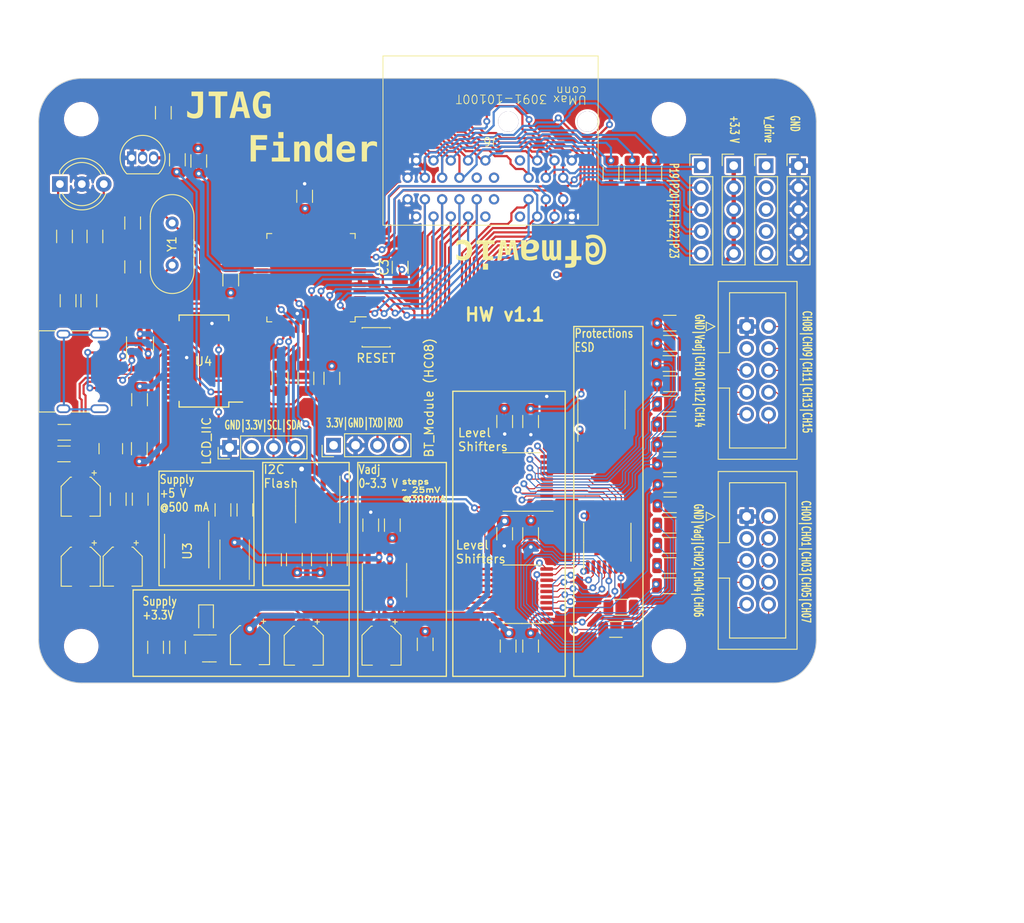
<source format=kicad_pcb>
(kicad_pcb (version 20221018) (generator pcbnew)
  (layers (0 "F.Cu" mixed) (1 "In1.Cu" power) (2 "In2.Cu" power) (31 "B.Cu" mixed) (34 "B.Paste" user) (35 "F.Paste" user) (36 "B.SilkS" user "B.Silkscreen") (37 "F.SilkS" user "F.Silkscreen") (38 "B.Mask" user) (39 "F.Mask" user) (44 "Edge.Cuts" user))
  (net 0 "")
  (net 1 "~DTR")
  (net 2 "Net-(Q1-B)")
  (net 3 "+3.3V")
  (net 4 "GND")
  (net 5 "SCL")
  (net 6 "SDA")
  (net 7 "VCC")
  (net 8 "VDD")
  (net 9 "/USB_input_interface/VCC_IO")
  (net 10 "VBUS")
  (net 11 "+5V")
  (net 12 "Net-(D1-K)")
  (net 13 "Net-(U5-EN)")
  (net 14 "Net-(U7--)")
  (net 15 "/uController/XO")
  (net 16 "/uController/XI")
  (net 17 "Net-(C19-Pad1)")
  (net 18 "Vdrive")
  (net 19 "Net-(D2-A1)")
  (net 20 "Net-(D2-A2)")
  (net 21 "/Protected Output/C00")
  (net 22 "/Protected Output/C01")
  (net 23 "/Protected Output/C02")
  (net 24 "/Protected Output/C03")
  (net 25 "/Protected Output/C04")
  (net 26 "/Protected Output/C05")
  (net 27 "/Protected Output/C06")
  (net 28 "/Protected Output/C07")
  (net 29 "/Protected Output/C08")
  (net 30 "/Protected Output/C09")
  (net 31 "/Protected Output/C10")
  (net 32 "/Protected Output/C11")
  (net 33 "/Protected Output/C12")
  (net 34 "/Protected Output/C13")
  (net 35 "/Protected Output/C14")
  (net 36 "/Protected Output/C15")
  (net 37 "/USB_input_interface/cc1")
  (net 39 "/USB_input_interface/shield")
  (net 40 "/uController/ ~RES")
  (net 41 "~EN_MIC2025")
  (net 42 "/USB_input_interface/FT232_TXD")
  (net 43 "RXD")
  (net 44 "/USB_input_interface/FT232_RXD")
  (net 45 "TXD")
  (net 46 "DACOUT")
  (net 47 "LEDR")
  (net 48 "LEDG")
  (net 49 "CH00")
  (net 50 "CH01")
  (net 51 "CH02")
  (net 52 "CH03")
  (net 53 "CH04")
  (net 54 "CH05")
  (net 55 "CH06")
  (net 56 "CH07")
  (net 57 "CH08")
  (net 58 "CH09")
  (net 59 "CH10")
  (net 60 "CH11")
  (net 61 "CH12")
  (net 62 "CH13")
  (net 63 "CH14")
  (net 64 "CH15")
  (net 65 "/USB_input_interface/cc2")
  (net 86 "/USB_input_interface/USBDP")
  (net 87 "/USB_input_interface/USBN")
  (net 94 "/USB_input_interface/USBP")
  (net 95 "/USB_input_interface/USBDN")
  (net 99 "P7")
  (net 100 "P6")
  (net 101 "P5")
  (net 102 "P4")
  (net 103 "P3")
  (net 104 "P2")
  (net 105 "P1")
  (net 106 "TXSOE")
  (net 107 "P15")
  (net 108 "P14")
  (net 109 "P13")
  (net 110 "P12")
  (net 111 "P11")
  (net 112 "P10")
  (net 113 "P9")
  (net 114 "P23")
  (net 115 "P22")
  (net 116 "P21")
  (net 117 "P20")
  (net 118 "P19")
  (net 119 "P18")
  (net 120 "P17")
  (net 121 "P8")
  (net 122 "P16")
  (net 123 "P0")
  (footprint "MountingHole:MountingHole_3.5mm" (layer "F.Cu") (at 177 124)
    (fp_text reference "H1" hide)
    (fp_text value "MH")
  )
  (footprint "Capacitor_SMD:C_1206_3216Metric" (layer "F.Cu") (at 117.602 124.1445 90)
    (fp_text reference "C13" hide)
    (fp_text value "100nF")
  )
  (footprint "Capacitor_SMD:C_1206_3216Metric" (layer "F.Cu") (at 161 111 -90)
    (fp_text reference "C24" hide)
    (fp_text value "100nF")
  )
  (footprint "Connector_PinHeader_2.54mm:PinHeader_1x04_P2.54mm_Vertical" (layer "F.Cu") (at 138.2 100.75 90)
    (fp_text reference "J5" hide)
    (fp_text value "BT_HC08_SERIAL_COM" hide)
  )
  (footprint "Capacitor_SMD:CP_Elec_4x5.4" (layer "F.Cu") (at 143.75 123.95 -90)
    (fp_text reference "C16" hide)
    (fp_text value "10uF")
  )
  (footprint "Capacitor_SMD:C_1206_3216Metric" (layer "F.Cu") (at 115.75 95.475 90)
    (fp_text reference "C15" hide)
    (fp_text value "100nF")
  )
  (footprint "Capacitor_SMD:C_1206_3216Metric" (layer "F.Cu") (at 131.25 114 -90)
    (fp_text reference "C4" hide)
    (fp_text value "TBD")
  )
  (footprint "Capacitor_SMD:C_1206_3216Metric" (layer "F.Cu") (at 126.3 81.6 90)
    (fp_text reference "C2" hide)
    (fp_text value "100nF")
  )
  (footprint "Capacitor_SMD:C_1206_3216Metric" (layer "F.Cu") (at 138 93 -90)
    (fp_text reference "C26" hide)
    (fp_text value "100nF")
  )
  (footprint "Capacitor_SMD:CP_Elec_4x5.4" (layer "F.Cu") (at 108.944 114.808 -90)
    (fp_text reference "C6" hide)
    (fp_text value "4.7uF")
  )
  (footprint "Connector_PinHeader_2.54mm:PinHeader_1x05_P2.54mm_Vertical" (layer "F.Cu") (at 192 68.38)
    (fp_text reference "J7" hide)
    (fp_text value "GND")
  )
  (footprint "MountingHole:MountingHole_3.5mm" (layer "F.Cu") (at 177 63)
    (fp_text reference "H2" hide)
    (fp_text value "MH")
  )
  (footprint "Capacitor_SMD:C_1206_3216Metric" (layer "F.Cu") (at 115.7224 101.1446 90)
    (fp_text reference "C8" hide)
    (fp_text value "10nF")
  )
  (footprint "Package_SO:SSOP-28_5.3x10.2mm_P0.65mm" (layer "F.Cu") (at 123.2 91 180)
    (fp_text reference "U4")
    (fp_text value "FT232RL")
  )
  (footprint "Capacitor_SMD:C_1206_3216Metric" (layer "F.Cu") (at 138.87 113.98 -90)
    (fp_text reference "C5" hide)
    (fp_text value "TBD")
  )
  (footprint "Capacitor_SMD:C_1206_3216Metric" (layer "F.Cu") (at 145.9 80.15 90)
    (fp_text reference "C3")
    (fp_text value "100nF")
  )
  (footprint "Package_QFP:LQFP-44_10x10mm_P0.8mm" (layer "F.Cu") (at 135.5875 81.35 180)
    (fp_text reference "U13" hide)
    (fp_text value "P8X32A-Q44")
  )
  (footprint "Resistor_SMD:R_1206_3216Metric" (layer "F.Cu") (at 107.0375 99.25)
    (fp_text reference "R39" hide)
    (fp_text value "10k" hide)
  )
  (footprint "Package_SO:SO-8_3.9x4.9mm_P1.27mm" (layer "F.Cu") (at 136.365 107.775 -90)
    (fp_text reference "U2" hide)
    (fp_text value "M24512E-FMN6TP")
  )
  (footprint "Resistor_SMD:R_1206_3216Metric" (layer "F.Cu") (at 170.301548 69.25 -90)
    (fp_text reference "R33" hide)
    (fp_text value "10k")
  )
  (footprint "Capacitor_SMD:CP_Elec_4x5.4" (layer "F.Cu") (at 113.8 114.8 -90)
    (fp_text reference "C11" hide)
    (fp_text value "10uF")
  )
  (footprint "Resistor_SMD:R_1206_3216Metric" (layer "F.Cu") (at 177.1503 105.3084)
    (fp_text reference "R15" hide)
    (fp_text value "1k" hide)
  )
  (footprint "Capacitor_SMD:C_1206_3216Metric" (layer "F.Cu") (at 161 98 -90)
    (fp_text reference "C25" hide)
    (fp_text value "100nF")
  )
  (footprint "Resistor_SMD:R_1206_3216Metric" (layer "F.Cu") (at 142.5 110 -90)
    (fp_text reference "R11" hide)
    (fp_text value "100k")
  )
  (footprint "Resistor_SMD:R_1206_3216Metric" (layer "F.Cu") (at 133.663 113.98 90)
    (fp_text reference "R3" hide)
    (fp_text value "10k")
  )
  (footprint "Resistor_SMD:R_1206_3216Metric" (layer "F.Cu") (at 136.554 113.98 90)
    (fp_text reference "R4" hide)
    (fp_text value "10k")
  )
  (footprint "Resistor_SMD:R_1206_3216Metric" (layer "F.Cu") (at 109.8804 84.0125 90)
    (fp_text reference "R14" hide)
    (fp_text value "1M")
  )
  (footprint "Resistor_SMD:R_1206_3216Metric" (layer "F.Cu") (at 177.0888 117.0178)
    (fp_text reference "R20" hide)
    (fp_text value "1k")
  )
  (footprint "Capacitor_SMD:C_1206_3216Metric" (layer "F.Cu") (at 115.824 106.9955 90)
    (fp_text reference "C7" hide)
    (fp_text value "100nF")
  )
  (footprint "Resistor_SMD:R_1206_3216Metric" (layer "F.Cu") (at 132 93 90)
    (fp_text reference "R8" hide)
    (fp_text value "0")
  )
  (footprint "Resistor_SMD:R_1206_3216Metric" (layer "F.Cu") (at 113.284 106.9955 -90)
    (fp_text reference "L1" hide)
    (fp_text value "L_Ferrite" hide)
  )
  (footprint "Resistor_SMD:R_1206_3216Metric" (layer "F.Cu") (at 135 93 90)
    (fp_text reference "R7" hide)
    (fp_text value "0")
  )
  (footprint "Package_SO:SOIC-8_3.9x4.9mm_P1.27mm" (layer "F.Cu") (at 121.2 113 -90)
    (fp_text reference "U3")
    (fp_text value "MIC2025-2YM")
  )
  (footprint "Resistor_SMD:R_1206_3216Metric" (layer "F.Cu") (at 177.1142 112.3442)
    (fp_text reference "R18" hide)
    (fp_text value "1k")
  )
  (footprint "Connector_PinHeader_2.54mm:PinHeader_1x05_P2.54mm_Vertical" (layer "F.Cu") (at 180.75 68.38)
    (fp_text reference "J8" hide)
    (fp_text value "GPIO_19-23")
  )
  (footprint "Inductors_SMD:L_1.4x5.0mm_CM45_BOURNS_Series" (layer "F.Cu") (at 126.75 114 -90)
    (fp_text reference "L2" hide)
    (fp_text value "15uH")
  )
  (footprint "Connector_IDC:IDC-Header_2x05_P2.54mm_Vertical" (layer "F.Cu") (at 186 109)
    (fp_text reference "J1" hide)
    (fp_text value "Conn_02x05_Odd_Even")
  )
  (footprint "Capacitor_SMD:C_1206_3216Metric" (layer "F.Cu") (at 161 124 -90)
    (fp_text reference "C23" hide)
    (fp_text value "100nF")
  )
  (footprint "Package_SO:TSSOP-16-1EP_4.4x5mm_P0.65mm_EP3x3mm" (layer "F.Cu") (at 169.875 111.975 90)
    (fp_text reference "U11" hide)
    (fp_text value "SN74S1051")
  )
  (footprint "Connector_PinHeader_2.54mm:PinHeader_1x05_P2.54mm_Vertical" (layer "F.Cu") (at 188.25 68.38)
    (fp_text reference "J10" hide)
    (fp_text value "V_drive")
  )
  (footprint "Resistor_SMD:R_1206_3216Metric" (layer "F.Cu") (at 177.0995 93.635284)
    (fp_text reference "R30" hide)
    (fp_text value "1k")
  )
  (footprint "Diode_SMD:D_SOD-323" (layer "F.Cu") (at 123.444 120.8425 -90)
    (fp_text reference "D1" hide)
    (fp_text value "BAT54" hide)
  )
  (footprint "Resistor_SMD:R_1206_3216Metric" (layer "F.Cu") (at 177.0995 95.975712)
    (fp_text reference "R28" hide)
    (fp_text value "1k")
  )
  (footprint "Capacitor_SMD:C_1206_3216Metric" (layer "F.Cu") (at 127.94 108.2375 -90)
    (fp_text reference "C9" hide)
    (fp_text value "100nF")
  )
  (footprint "Connector_IDC:IDC-Header_2x05_P2.54mm_Vertical" (layer "F.Cu") (at 186 87)
    (fp_text reference "J2" hide)
    (fp_text value "Conn_02x05_Odd_Even")
  )
  (footprint "Resistor_SMD:R_1206_3216Metric" (layer "F.Cu") (at 177.0995 114.681)
    (fp_text reference "R19" hide)
    (fp_text value "1k")
  )
  (footprint "Package_TO_SOT_SMD:SOT-23-6" (layer "F.Cu") (at 115.8 89 90)
    (fp_text reference "U6" hide)
    (fp_text value "USBLC6-2SC6" hide)
  )
  (footprint "Resistor_SMD:R_1206_3216Metric" (layer "F.Cu") (at 177.0995 100.656568)
    (fp_text reference "R24" hide)
    (fp_text value "1k")
  )
  (footprint "Resistor_SMD:R_1206_3216Metric" (layer "F.Cu") (at 177.038 91.294856)
    (fp_text reference "R29" hide)
    (fp_text value "1k")
  )
  (footprint "MountingHole:MountingHole_3.5mm" (layer "F.Cu") (at 109 124)
    (fp_text reference "H4" hide)
    (fp_text value "MH")
  )
  (footprint "Connector_PinHeader_2.54mm:PinHeader_1x05_P2.54mm_Vertical" (layer "F.Cu") (at 184.5 68.38)
    (fp_text reference "J9" hide)
    (fp_text value "+3V3")
  )
  (footprint "Resistor_SMD:R_1206_3216Metric" (layer "F.Cu") (at 170.8625 122.075)
    (fp_text reference "R22" hide)
    (fp_text value "1k")
  )
  (footprint "Resistor_SMD:R_1206_3216Metric" (layer "F.Cu") (at 177.0995 102.997)
    (fp_text reference "R23" hide)
    (fp_text value "1k")
  )
  (footprint "Package_SO:SOIC-8-1EP_3.9x4.9mm_P1.27mm_EP2.29x3mm" (layer "F.Cu") (at 144.095 116.375 90)
    (fp_text reference "U7" hide)
    (fp_text value "AD8655")
  )
  (footprint "Resistor_SMD:R_1206_3216Metric" (layer "F.Cu") (at 107 101.75)
    (fp_text reference "R40" hide)
    (fp_text value "10k" hide)
  )
  (footprint "Resistor_SMD:R_1206_3216Metric" (layer "F.Cu") (at 177.0995 98.31614)
    (fp_text reference "R26" hide)
    (fp_text value "1k")
  )
  (footprint "Resistor_SMD:R_1206_3216Metric" (layer "F.Cu") (at 177.0995 88.954428)
    (fp_text reference "R27" hide)
    (fp_text value "1k")
  )
  (footprint "Capacitor_SMD:CP_Elec_4x5.4" (layer "F.Cu") (at 128.524 123.8905 -90)
    (fp_text reference "C14" hide)
    (fp_text value "10uF")
  )
  (footprint "Capacitor_SMD:C_1206_3216Metric" (layer "F.Cu") (at 158 98 -90)
    (fp_text reference "C22" hide)
    (fp_text value "100nF")
  )
  (footprint "Resistor_SMD:R_1206_3216Metric" (layer "F.Cu") (at 125.4 108.2375 -90)
    (fp_text reference "R5" hide)
    (fp_text value "10k")
  )
  (footprint "Resistor_SMD:R_1206_3216Metric" (layer "F.Cu") (at 107.064599 76.5714 90)
    (fp_text reference "R12" hide)
    (fp_text value "1k")
  )
  (footprint "Connector_PinHeader_2.54mm:PinHeader_1x04_P2.54mm_Vertical" (layer "F.Cu") (at 126.17 101 90)
    (fp_text reference "J3" hide)
    (fp_text value "LCD_IIC")
  )
  (footprint "Resistor_SMD:R_1206_3216Metric" (layer "F.Cu") (at 177.1035 86.614)
    (fp_text reference "R25" hide)
    (fp_text value "1k")
  )
  (footprint "Capacitor_SMD:C_1206_3216Metric" (layer "F.Cu") (at 120.125001 67.7 90)
    (fp_text reference "C1" hide)
    (fp_text value "10nF")
  )
  (footprint "Button_Switch_SMD:SW_SPST_CK_KXT3" (layer "F.Cu") (at 143.125 88.25 180)
    (fp_text reference "SW1" hide)
    (fp_text value "SW_Push")
  )
  (footprint "Capacitor_SMD:C_1206_3216Metric" (layer "F.Cu") (at 107.480398 84.0125 90)
    (fp_text reference "C19" hide)
    (fp_text value "100nF")
  )
  (footprint "Capacitor_SMD:C_1206_3216Metric" (layer "F.Cu") (at 158 111 -90)
    (fp_text reference "C21" hide)
    (fp_text value "100nF")
  )
  (footprint "Capacitor_SMD:C_1206_3216Metric" (layer "F.Cu") (at 114.95 75.020001 -90)
    (fp_text reference "C18" hide)
    (fp_text value "18pF")
  )
  (footprint "Package_TO_SOT_SMD:SOT-23-5" (layer "F.Cu") (at 123.825 124.2715)
    (fp_text reference "U5" hide)
    (fp_text value "TLV74033")
  )
  (footprint "LED_THT:LED_D5.0mm-3" (layer "F.Cu") (at 106.5276 70.5104)
    (fp_text reference "D2" hide)
    (fp_text value "WP59EGW")
  )
  (footprint "Resistor_SMD:R_1206_3216Metric" (layer "F.Cu") (at 122.6 67.8375 -90)
    (fp_text reference "R1" hide)
    (fp_text value "10k")
  )
  (footprint "MountingHole:MountingHole_3.5mm" (layer "F.Cu") (at 109 63)
    (fp_text reference "H3" hide)
    (fp_text value "MH")
  )
  (footprint "Resistor_SMD:R_1206_3216Metric" (layer "F.Cu") (at 172.75 69.25 -90)
    (fp_text reference "R31" hide)
    (fp_text value "10k")
  )
  (footprint "Capacitor_SMD:C_1206_3216Metric" (layer "F.Cu") (at 114.95 80.1 90)
    (fp_text reference "C17" hide)
    (fp_text value "18pF")
  )
  (footprint "Capacitor_SMD:C_1206_3216Metric" (layer "F.Cu") (at 134.85 71.924999 90)
    (fp_text reference "C27" hide)
    (fp_text value "100nF")
  )
  (footprint "Resistor_SMD:R_1206_3216Metric" (layer "F.Cu") (at 177.1396 107.6452)
    (fp_text reference "R16" hide)
    (fp_text value "1k")
  )
  (footprint "Fuse:Fuse_1210_3225Metric" (layer "F.Cu") (at 112.4204 101.1446 -90)
    (fp_text reference "F1" hide)
    (fp_text value "Fuse")
  )
  (footprint "Capacitor_SMD:CP_Elec_4x5.4" (layer "F.Cu") (at 134.75 123.95 -90)
    (fp_text reference "C12" hide)
    (fp_text value "10uF")
  )
  (footprint "Package_TO_SOT_THT:TO-92_Inline" (layer "F.Cu") (at 114.834998 67.475)
    (fp_text reference "Q1" hide)
    (fp_text value "2N3904")
  )
  (footprint "Resistor_SMD:R_1206_3216Metric" (layer "F.Cu") (at 171.4625 119.5)
    (fp_text reference "R21" hide)
    (fp_text value "1k")
  )
  (footprint "Capacitor_SMD:C_1206_3216Metric" (layer "F.Cu") (at 158.4 124 -90)
    (fp_text reference "C20" hide)
    (fp_text value "100nF")
  )
  (footprint "Crystal:Crystal_HC49-4H_Vertical" (layer "F.Cu") (at 119.522 79.895 90)
    (fp_text reference "Y1")
    (fp_text value "5MHz")
  )
  (footprint "Connector_EdgeBoard:PCI-E_x1_Socket_UMAX_3091-10100T" (layer "F.Cu") (at 156.365 65.575 180)
    (fp_text reference "J6")
    (fp_text value "Bus_PCI_Express_x1_free_pins_socket")
  )
  (footprint "Package_SO:TSSOP-16-1EP_4.4x5mm_P0.65mm_EP3x3mm" (layer "F.Cu") (at 169.2 96.65 90)
    (fp_text reference "U12" hide)
    (fp_text value "SN74S1051")
  )
  (footprint "Resistor_SMD:R_1206_3216Metric" (layer "F.Cu") (at 145 110 -90)
    (fp_text reference "R10" hide)
    (fp_text value "18k")
  )
  (footprint "Resistor_SMD:R_1206_3216Metric" (layer "F.Cu") (at 177.1142 110.0074)
    (fp_text reference "R17" hide)
    (fp_text value "1k")
  )
  (footprint "Package_SO:TSSOP-20_4.4x6.5mm_P0.65mm" (layer "F.Cu") (at 160 118 180)
    (fp_text reference "U8" hide)
    (fp_text value "LFS0108")
  )
  (footprint "Resistor_SMD:R_1206_3216Metric" (layer "F.Cu") (at 175.25 69.25 -90)
    (fp_text reference "R32" hide)
    (fp_text value "10k")
  )
  (footprint "Connector_USB:USB_C_Receptacle_HRO_TYPE-C-31-M-12" (layer "F.Cu") (at 107.984 92.2 -90)
    (fp_text reference "J4" hide)
    (fp_text value "USB_C_Receptacle_USB2.0")
  )
  (footprint "Resistor_SMD:R_1206_3216Metric" (layer "F.Cu") (at 120.142 124.1445 -90)
    (fp_text reference "R6" hide)
    (fp_text value "10k" hide)
  )
  (footprint "Capacitor_SMD:CP_Elec_4x5.4" (layer "F.Cu") (at 108.9372 106.702 -90)
    (fp_text reference "C10" hide)
    (fp_text value "4.7uF")
  )
  (footprint "Package_SO:TSSOP-20_4.4x6.5mm_P0.65mm" (layer "F.Cu") (at 160 105 180)
    (fp_text reference "U9" hide)
    (fp_text value "LFS0108")
  )
  (footprint "Resistor_SMD:R_1206_3216Metric" (layer "F.Cu") (at 110.583601 76.5714 90)
    (fp_text reference "R13" hide)
    (fp_text value "1k")
  )
  (footprint "Resistor_SMD:R_1206_3216Metric" (layer "F.Cu") (at 148.8 123.8 -90)
    (fp_text reference "R9" hide)
    (fp_text value "8.2k")
  )
  (footprint "Resistor_SMD:R_1206_3216Metric" (layer "F.Cu") (at 118.5 62.25 90)
    (fp_text reference "R2" hide)
    (fp_text value "10k")
  )
  (gr_line (start 141 126) (end 141 127.5) (stroke (width 0.15)) (layer "F.SilkS"))
  (gr_line (start 174 87) (end 166 87) (stroke (width 0.15)) (layer "F.SilkS"))
  (gr_line (start 165 94.5) (end 165 127.5) (stroke (width 0.15)) (layer "F.SilkS"))
  (gr_line (start 140 102.75) (end 140 117) (stroke (width 0.15)) (layer "F.SilkS"))
  (gr_line (start 165 127.5) (end 152 127.5) (stroke (width 0.15)) (layer "F.SilkS"))
  (gr_line (start 166 127.5) (end 174 127.5) (stroke (width 0.15)) (layer "F.SilkS"))
  (gr_line (start 130 102.75) (end 140 102.75) (stroke (width 0.15)) (layer "F.SilkS"))
  (gr_line (start 115 117.5) (end 115 127.5) (stroke (width 0.15)) (layer "F.SilkS"))
  (gr_line (start 140 127.5) (end 140 117.5) (stroke (width 0.15)) (layer "F.SilkS"))
  (gr_line (start 141 127.5) (end 151.25 127.5) (stroke (width 0.15)) (layer "F.SilkS"))
  (gr_line (start 152 94.5) (end 165 94.5) (stroke (width 0.15)) (layer "F.SilkS"))
  (gr_line (start 118 117) (end 129 117) (stroke (width 0.15)) (layer "F.SilkS"))
  (gr_line (start 174 127.5) (end 174 87) (stroke (width 0.15)) (layer "F.SilkS"))
  (gr_line (start 141 102.75) (end 141 126) (stroke (width 0.15)) (layer "F.SilkS"))
  (gr_line (start 118 103.75) (end 118 117) (stroke (width 0.15)) (layer "F.SilkS"))
  (gr_line (start 151.25 127.5) (end 151.25 102.75) (stroke (width 0.15)) (layer "F.SilkS"))
  (gr_line (start 152 127.5) (end 152 94.5) (stroke (width 0.15)) (layer "F.SilkS"))
  (gr_line (start 140 117.5) (end 115 117.5) (stroke (width 0.15)) (layer "F.SilkS"))
  (gr_line (start 151.25 102.75) (end 141 102.75) (stroke (width 0.15)) (layer "F.SilkS"))
  (gr_line (start 115 127.5) (end 140 127.5) (stroke (width 0.15)) (layer "F.SilkS"))
  (gr_line (start 166 90) (end 166 127.5) (stroke (width 0.15)) (layer "F.SilkS"))
  (gr_line (start 140 117) (end 130 117) (stroke (width 0.15)) (layer "F.SilkS"))
  (gr_line (start 128.95 103.75) (end 118 103.75) (stroke (width 0.15)) (layer "F.SilkS"))
  (gr_line (start 166 87) (end 166 90) (stroke (width 0.15)) (layer "F.SilkS"))
  (gr_line (start 130 117) (end 130 102.75) (stroke (width 0.15)) (layer "F.SilkS"))
  (gr_line (start 129 117) (end 128.95 103.75) (stroke (width 0.15)) (layer "F.SilkS"))
  (gr_line (start 104.065 123.275) (end 104.065 63.275) (stroke (width 0.1)) (layer "Edge.Cuts"))
  (gr_arc (start 194.065 123.275) (mid 192.600534 126.810534) (end 189.065 128.275) (stroke (width 0.1)) (layer "Edge.Cuts"))
  (gr_arc (start 189.065 58.275) (mid 192.600534 59.739466) (end 194.065 63.275) (stroke (width 0.1)) (layer "Edge.Cuts"))
  (gr_arc (start 104.065 63.275) (mid 105.529466 59.739466) (end 109.065 58.275) (stroke (width 0.1)) (layer "Edge.Cuts"))
  (gr_line (start 109.065 58.275) (end 189.065 58.275) (stroke (width 0.1)) (layer "Edge.Cuts"))
  (gr_line (start 194.065 63.275) (end 194.065 123.275) (stroke (width 0.1)) (layer "Edge.Cuts"))
  (gr_line (start 189.065 128.275) (end 109.065 128.275) (stroke (width 0.1)) (layer "Edge.Cuts"))
  (gr_arc (start 109.065 128.275) (mid 105.529466 126.810534) (end 104.065 123.275) (stroke (width 0.1)) (layer "Edge.Cuts"))
  (gr_text "GND|3.3V|SCL|SDA\n" (at 125.5 99) (layer "F.SilkS") (effects (font (size 1 0.6) (thickness 0.15) bold) (justify left bottom)))
  (gr_text "Supply\n+5 V\n@500 mA" (at 118 108.5) (layer "F.SilkS") (effects (font (size 1 0.8)) (justify left bottom)))
  (gr_text "GND|Vadj|CH02|CH04|CH06" (at 179.832 107.442 270) (layer "F.SilkS") (effects (font (size 1 0.6) (thickness 0.15) bold) (justify left bottom)))
  (gr_text "Supply\n+3.3V" (at 116 121) (layer "F.SilkS") (effects (font (size 1 0.8)) (justify left bottom)))
  (gr_text "HW v1.1\n" (at 153.25 86.5) (layer "F.SilkS") (effects (font (size 1.5 1.5) (thickness 0.3) bold) (justify left bottom)))
  (gr_text "V_drive\n" (at 188 62.5 270) (layer "F.SilkS") (effects (font (size 1 0.6) (thickness 0.15) bold) (justify left bottom)))
  (gr_text "Level\nShifters" (at 152.5 101.5) (layer "F.SilkS") (effects (font (size 1 1)) (justify left bottom)))
  (gr_text "RESET" (at 140.75 91.25) (layer "F.SilkS") (effects (font (size 1 1)) (justify left bottom)))
  (gr_text "BT_Module (HC08)" (at 149.25 95.25 90) (layer "F.SilkS") (effects (font (size 1 1))))
  (gr_text "CH08|CH09|CH11|CH13|CH15" (at 192.405 85.09 270) (layer "F.SilkS") (effects (font (size 1 0.6) (thickness 0.15) bold) (justify left bottom)))
  (gr_text "JTAG\n	Finder" (at 121.035001 68.411252) (layer "F.SilkS") (effects (font (size 3 3) (thickness 0.3) bold) (justify left bottom)))
  (gr_text "P19|P20|P21|P22|P23" (at 177 68 270) (layer "F.SilkS") (effects (font (size 1 0.6) (thickness 0.15) bold) (justify left bottom)))
  (gr_text "Protections\nESD" (at 166 90) (layer "F.SilkS") (effects (font (size 1 0.8)) (justify left bottom)))
  (gr_text "steps\n~ 25mV\n@300mA" (at 146 107.25) (layer "F.SilkS") (effects (font (size 0.6 0.8)) (justify left bottom)))
  (gr_text "GND|Vadj|CH10|CH12|CH14" (at 179.959 85.471 270) (layer "F.SilkS") (effects (font (size 1 0.6) (thickness 0.15) bold) (justify left bottom)))
  (gr_text "CH00|CH01|CH03|CH05|CH07" (at 192.278 107.061 270) (layer "F.SilkS") (effects (font (size 1 0.6) (thickness 0.15) bold) (justify left bottom)))
  (gr_text "GND" (at 191 62.5 270) (layer "F.SilkS") (effects (font (size 1 0.6) (thickness 0.15) bold) (justify left bottom)))
  (gr_text "+3.3 V" (at 184 62.5 -90) (layer "F.SilkS") (effects (font (size 1 0.6) (thickness 0.15) bold) (justify left bottom)))
  (gr_text "Level\nShifters" (at 152.25 114.5) (layer "F.SilkS") (effects (font (size 1 1)) (justify left bottom)))
  (gr_text "@fmawic" (at 169.75 76.5 180) (layer "F.SilkS") (effects (font (size 3 3) (thickness 0.3) bold) (justify left bottom)))
  (gr_text "I2C\nFlash" (at 130 105.75) (layer "F.SilkS") (effects (font (size 1 1)) (justify left bottom)))
  (gr_text "Vadj\n0~3.3 V\n" (at 141 105.75) (layer "F.SilkS") (effects (font (size 1 0.8)) (justify left bottom)))
  (gr_text "3.3V|GND|TXD|RXD\n" (at 137.25 98.75) (layer "F.SilkS") (effects (font (size 1 0.6) (thickness 0.15) bold) (justify left bottom)))
  (segment (start 124 94.575) (end 126.8 94.575) (width 0.254) (layer "F.Cu") (net 1))
  (via (at 124 94.575) (size 0.8) (drill 0.4) (layers "F.Cu" "B.Cu") (net 1))
  (via (at 120.05 69.1) (size 0.8) (drill 0.4) (layers "F.Cu" "B.Cu") (net 1))
  (segment (start 124 94.575) (end 122.35 92.925) (width 0.254) (layer "B.Cu") (net 1))
  (segment (start 122.35 71.4) (end 120.05 69.1) (width 0.254) (layer "B.Cu") (net 1))
  (segment (start 122.35 92.925) (end 122.35 71.4) (width 0.254) (layer "B.Cu") (net 1))
  (segment (start 116.104998 66.419402) (end 118.4625 64.0619) (width 0.635) (layer "F.Cu") (net 2))
  (segment (start 118.5 64.0244) (end 118.4625 64.0619) (width 0.254) (layer "F.Cu") (net 2))
  (segment (start 120.125001 66.225) (end 119.762201 65.8622) (width 0.254) (layer "F.Cu") (net 2))
  (segment (start 116.104998 67.475) (end 116.104998 66.419402) (width 0.254) (layer "F.Cu") (net 2))
  (segment (start 119.762201 65.8622) (end 116.6622 65.8622) (width 0.635) (layer "F.Cu") (net 2))
  (segment (start 118.5 63.7125) (end 118.5 64.0244) (width 0.254) (layer "F.Cu") (net 2))
  (segment (start 141.45246 79.773) (end 141.371571 79.692111) (width 0.254) (layer "F.Cu") (net 3))
  (segment (start 126.507889 82.892111) (end 126.3 83.1) (width 0.254) (layer "F.Cu") (net 3))
  (segment (start 182.04 81) (end 184.5 78.54) (width 0.5) (layer "F.Cu") (net 3))
  (segment (start 138.27 110.35) (end 138.27 108.23) (width 0.254) (layer "F.Cu") (net 3))
  (segment (start 134.800001 73.35) (end 134.85 73.399999) (width 0.254) (layer "F.Cu") (net 3))
  (segment (start 128.6145 122) (end 128.524 122.0905) (width 0.635) (layer "F.Cu") (net 3))
  (segment (start 124.9625 123.3215) (end 127.293 123.3215) (width 0.635) (layer "F.Cu") (net 3))
  (segment (start 158.5 122.5) (end 158.5 122.425) (width 0.25) (layer "F.Cu") (net 3))
  (segment (start 130.046571 82.892111) (end 126.507889 82.892111) (width 0.254) (layer "F.Cu") (net 3))
  (segment (start 157.75 96.35) (end 157.95 96.5) (width 0.25) (layer "F.Cu") (net 3))
  (segment (start 155.5 121.5) (end 155.5 120.75) (width 0.25) (layer "F.Cu") (net 3))
  (segment (start 158.6 108.5) (end 158.6 108) (width 0.25) (layer "F.Cu") (net 3))
  (segment (start 156.525 122.525) (end 155.5 121.5) (width 0.25) (layer "F.Cu") (net 3))
  (segment (start 146.1 80.4) (end 145.473 79.773) (width 0.254) (layer "F.Cu") (net 3))
  (segment (start 138 91.575) (end 138 90.075) (width 0.254) (layer "F.Cu") (net 3))
  (segment (start 138 90.075) (end 136.509071 88.584071) (width 0.254) (layer "F.Cu") (net 3))
  (segment (start 134 115.5) (end 134.0575 115.4425) (width 0.254) (layer "F.Cu") (net 3))
  (segment (start 134.909071 75.629611) (end 134.909071 73.45907) (width 0.254) (layer "F.Cu") (net 3))
  (segment (start 158.425 122.5) (end 158.5 122.5) (width 0.25) (layer "F.Cu") (net 3))
  (segment (start 184.5 73.46) (end 184.5 70.92) (width 0.5) (layer "F.Cu") (net 3))
  (segment (start 164 81) (end 182.04 81) (width 0.5) (layer "F.Cu") (net 3))
  (segment (start 138.27 108.23) (end 139.6 106.9) (width 0.254) (layer "F.Cu") (net 3))
  (segment (start 158.6 108) (end 158.6 107.85) (width 0.25) (layer "F.Cu") (net 3))
  (segment (start 159.225 105.193) (end 159.225 98.725) (width 0.25) (layer "F.Cu") (net 3))
  (segment (start 155.5 120.75) (end 155.975 120.275) (width 0.25) (layer "F.Cu") (net 3))
  (segment (start 134.9 73.449999) (end 134.9 73.35) (width 0.254) (layer "F.Cu") (net 3))
  (segment (start 145.473 79.773) (end 141.45246 79.773) (width 0.254) (layer "F.Cu") (net 3))
  (segment (start 128.5 122) (end 128.6145 122) (width 0.635) (layer "F.Cu") (net 3))
  (segment (start 127.293 123.3215) (end 128.5 122.1145) (width 0.635) (layer "F.Cu") (net 3))
  (segment (start 158.5 122.425) (end 158.65 122.275) (width 0.25) (layer "F.Cu") (net 3))
  (segment (start 155.975 120.275) (end 157.1375 120.275) (width 0.25) (layer "F.Cu") (net 3))
  (segment (start 158.4 122.525) (end 158.425 122.5) (width 0.25) (layer "F.Cu") (net 3))
  (segment (start 184.5 70.92) (end 184.5 68.38) (width 0.5) (layer "F.Cu") (net 3))
  (segment (start 134.9 73.35) (end 134.800001 73.35) (width 0.254) (layer "F.Cu") (net 3))
  (segment (start 145.9 81.625) (end 145.9 80.6) (width 0.254) (layer "F.Cu") (net 3))
  (segment (start 158.025 107.275) (end 157.1375 107.275) (width 0.25) (layer "F.Cu") (net 3))
  (segment (start 139.8 106.7) (end 139.8 104.4) (width 0.254) (layer "F.Cu") (net 3))
  (segment (start 139.6 106.9) (end 139.8 106.7) (width 0.254) (layer "F.Cu") (net 3))
  (segment (start 136.509071 88.584071) (end 136.509071 86.954611) (width 0.254) (layer "F.Cu") (net 3))
  (segment (start 159.211695 105.193) (end 159.225 105.193) (width 0.25) (layer "F.Cu") (net 3))
  (segment (start 124.873 123.3215) (end 123.444 121.8925) (width 0.635) (layer "F.Cu") (net 3))
  (segment (start 157.95 97.45) (end 157.95 96.5) (width 0.25) (layer "F.Cu") (net 3))
  (segment (start 124.9625 123.3215) (end 124.873 123.3215) (width 0.635) (layer "F.Cu") (net 3))
  (segment (start 159.225 98.725) (end 157.95 97.45) (width 0.25) (layer "F.Cu") (net 3))
  (segment (start 158.6 105.804694) (end 159.211695 105.193) (width 0.25) (layer "F.Cu") (net 3))
  (segment (start 158.6 108) (end 158.6 105.804694) (width 0.25) (layer "F.Cu") (net 3))
  (segment (start 145.9 80.6) (end 146.1 80.4) (width 0.254) (layer "F.Cu") (net 3))
  (segment (start 184.5 78.54) (end 184.5 76) (width 0.5) (layer "F.Cu") (net 3))
  (segment (start 158.6 107.85) (end 158.025 107.275) (width 0.25) (layer "F.Cu") (net 3))
  (segment (start 184.5 76) (end 184.5 73.46) (width 0.5) (layer "F.Cu") (net 3))
  (segment (start 158 109.525) (end 158.6 108.925) (width 0.25) (layer "F.Cu") (net 3))
  (segment (start 128.5 122.1145) (end 128.5 122) (width 0.635) (layer "F.Cu") (net 3))
  (segment (start 158.6 108.925) (end 158.6 108.5) (width 0.25) (layer "F.Cu") (net 3))
  (segment (start 158.4 122.525) (end 156.525 122.525) (width 0.25) (layer "F.Cu") (net 3))
  (segment (start 134.909071 73.45907) (end 134.9 73.449999) (width 0.254) (layer "F.Cu") (net 3))
  (via (at 158 109.525) (size 1) (drill 0.55) (layers "F.Cu" "B.Cu") (net 3))
  (via (at 164 81) (size 0.8) (drill 0.4) (layers "F.Cu" "B.Cu") (net 3))
  (via (at 126.3 83.1) (size 0.8) (drill 0.4) (layers "F.Cu" "B.Cu") (net 3))
  (via (at 122.5296 66.3956) (size 0.8) (drill 0.4) (layers "F.Cu" "B.Cu") (net 3))
  (via (at 146.1 80.4) (size 0.8) (drill 0.4) (layers "F.Cu" "B.Cu") (net 3))
  (via (at 157.95 96.5) (size 0.8) (drill 0.4) (layers "F.Cu" "B.Cu") (net 3))
  (via (at 134.9 73.35) (size 0.8) (drill 0.4) (layers "F.Cu" "B.Cu") (net 3))
  (via (at 158.5 122.5) (size 1) (drill 0.55) (layers "F.Cu" "B.Cu") (net 3))
  (via (at 138 91.575) (size 0.8) (drill 0.4) (layers "F.Cu" "B.Cu") (net 3))
  (via (at 128.5 122) (size 1) (drill 0.55) (layers "F.Cu" "B.Cu") (net 3))
  (via (at 136.667 115.5) (size 0.8) (drill 0.4) (layers "F.Cu" "B.Cu") (net 3))
  (via (at 134 115.5) (size 0.8) (drill 0.4) (layers "F.Cu" "B.Cu") (net 3))
  (via (at 139.8 104.4) (size 0.8) (drill 0.4) (layers "F.Cu" "B.Cu") (net 3))
  (segment (start 153.5 120.5) (end 156.5 120.5) (width 0.635) (layer "B.Cu") (net 3))
  (segment (start 130 120.5) (end 153.5 120.5) (width 0.635) (layer "B.Cu") (net 3))
  (segment (start 134 115.5) (end 136.667 115.5) (width 0.254) (layer "B.Cu") (net 3))
  (segment (start 158 109.525) (end 156 111.525) (width 0.635) (layer "B.Cu") (net 3))
  (segment (start 156.5 120.5) (end 158.5 122.5) (width 0.635) (layer "B.Cu") (net 3))
  (segment (start 156 111.525) (end 156 118) (width 0.635) (layer "B.Cu") (net 3))
  (segment (start 128.5 122) (end 130 120.5) (width 0.635) (layer "B.Cu") (net 3))
  (segment (start 153.5 120.5) (end 156 118) (width 0.635) (layer "B.Cu") (net 3))
  (segment (start 135.5875 86.275001) (end 134.812499 85.5) (width 0.127) (layer "F.Cu") (net 4))
  (segment (start 162.8625 95.0953) (end 162.8648 95.0976) (width 0.127) (layer "F.Cu") (net 4))
  (segment (start 134.812499 85.5) (end 134 85.5) (width 0.127) (layer "F.Cu") (net 4))
  (segment (start 112.575 96.075) (end 111.975 95.475) (width 0.254) (layer "F.Cu") (net 4))
  (segment (start 111.975 95.475) (end 111.745 95.475) (width 0.254) (layer "F.Cu") (net 4))
  (segment (start 162.8625 94.925) (end 162.8625 95.0953) (width 0.127) (layer "F.Cu") (net 4))
  (segment (start 135.5875 87.0125) (end 135.5875 86.275001) (width 0.127) (layer "F.Cu") (net 4))
  (via (at 124.125 86.65) (size 0.8) (drill 0.4) (layers "F.Cu" "B.Cu") (net 4))
  (via (at 161.025 99.525) (size 0.8) (drill 0.4) (layers "F.Cu" "B.Cu") (net 4))
  (via (at 162.8648 95.0976) (size 0.8) (drill 0.4) (layers "F.Cu" "B.Cu") (net 4))
  (via (at 121.2 90.6) (size 0.8) (drill 0.4) (layers "F.Cu" "B.Cu") (net 4))
  (via (at 157.95 112.4) (size 0.8) (drill 0.4) (layers "F.Cu" "B.Cu") (net 4))
  (via (at 161.025 112.525) (size 0.8) (drill 0.4) (layers "F.Cu" "B.Cu") (net 4))
  (via (at 134.85 70.475) (size 0.8) (drill 0.4) (layers "F.Cu" "B.Cu") (net 4))
  (via (at 142.5 108.5) (size 0.8) (drill 0.4) (layers "F.Cu" "B.Cu") (net 4))
  (via (at 134 85.5) (size 0.8) (drill 0.4) (layers "F.Cu" "B.Cu") (net 4))
  (via (at 134.5 103.5) (size 1) (drill 0.55) (layers "F.Cu" "B.Cu") (net 4))
  (via (at 158 99.45) (size 0.8) (drill 0.4) (layers "F.Cu" "B.Cu") (net 4))
  (segment (start 131.25 106.25) (end 134.46 109.46) (width 0.25) (layer "F.Cu") (net 5))
  (segment (start 134.46 111.7205) (end 134.46 110.35) (width 0.127) (layer "F.Cu") (net 5))
  (segment (start 133.663 112.5175) (end 134.46 111.7205) (width 0.127) (layer "F.Cu") (net 5))
  (segment (start 134.46 109.46) (end 134.46 110.35) (width 0.25) (layer "F.Cu") (net 5))
  (segment (start 131.2575 112.5175) (end 131.25 112.525) (width 0.127) (layer "F.Cu") (net 5))
  (segment (start 132.3875 87.0125) (end 132.3875 88.3625) (width 0.25) (layer "F.Cu") (net 5))
  (segment (start 131.25 101) (end 131.25 106.25) (width 0.25) (layer "F.Cu") (net 5))
  (segment (start 132.3875 88.3625) (end 132 88.75) (width 0.25) (layer "F.Cu") (net 5))
  (segment (start 133.663 112.5175) (end 131.2575 112.5175) (width 0.127) (layer "F.Cu") (net 5))
  (via (at 132 88.75) (size 0.8) (drill 0.4) (layers "F.Cu" "B.Cu") (net 5))
  (segment (start 132 88.75) (end 131.25 89.5) (width 0.25) (layer "B.Cu") (net 5))
  (segment (start 131.25 89.5) (end 131.25 101) (width 0.25) (layer "B.Cu") (net 5))
  (segment (start 133.25 102.5) (end 133.25 106) (width 0.25) (layer "F.Cu") (net 6))
  (segment (start 133.79 101.96) (end 133.25 102.5) (width 0.25) (layer "F.Cu") (net 6))
  (segment (start 136.554 112.5175) (end 138.8575 112.5175) (width 0.127) (layer "F.Cu") (net 6))
  (segment (start 135.73 108.48) (end 135.73 110.35) (width 0.25) (layer "F.Cu") (net 6))
  (segment (start 133.1875 88.5625) (end 133 88.75) (width 0.25) (layer "F.Cu") (net 6))
  (segment (start 133.79 101) (end 133.79 101.96) (width 0.25) (layer "F.Cu") (net 6))
  (segment (start 138.8575 112.5175) (end 138.87 112.505) (width 0.127) (layer "F.Cu") (net 6))
  (segment (start 135.73575 112.5175) (end 136.554 112.5175) (width 0.127) (layer "F.Cu") (net 6))
  (segment (start 133.25 106) (end 135.73 108.48) (width 0.25) (layer "F.Cu") (net 6))
  (segment (start 133.1875 87.0125) (end 133.1875 88.5625) (width 0.25) (layer "F.Cu") (net 6))
  (segment (start 135.73 111.6935) (end 135.73 110.35) (width 0.127) (layer "F.Cu") (net 6))
  (segment (start 136.554 112.5175) (end 135.73 111.6935) (width 0.127) (layer "F.Cu") (net 6))
  (via (at 133 88.75) (size 0.8) (drill 0.4) (layers "F.Cu" "B.Cu") (net 6))
  (segment (start 133 88.75) (end 133 100.21) (width 0.25) (layer "B.Cu") (net 6))
  (segment (start 133 100.21) (end 133.79 101) (width 0.25) (layer "B.Cu") (net 6))
  (segment (start 117.856 106.934) (end 117.856 104.394) (width 0.5) (layer "F.Cu") (net 7))
  (segment (start 121.835 115.475) (end 121.835 113.535) (width 0.635) (layer "F.Cu") (net 7))
  (segment (start 118.496 90.025) (end 117.856 90.665) (width 0.254) (layer "F.Cu") (net 7))
  (segment (start 116.3195 108.4705) (end 117.856 106.934) (width 0.5) (layer "F.Cu") (net 7))
  (segment (start 121.835 113.535) (end 121 112.7) (width 0.635) (layer "F.Cu") (net 7))
  (segment (start 108.944 113.008) (end 113.284 108.668) (width 0.381) (layer "F.Cu") (net 7))
  (segment (start 115.824 108.4705) (end 116.3195 108.4705) (width 0.5) (layer "F.Cu") (net 7))
  (segment (start 117.856 111.656) (end 117.856 106.934) (width 0.635) (layer "F.Cu") (net 7))
  (segment (start 118.9 112.7) (end 117.856 111.656) (width 0.635) (layer "F.Cu") (net 7))
  (segment (start 117.856 90.665) (end 117.856 104.394) (width 0.5) (layer "F.Cu") (net 7))
  (segment (start 113.284 108.668) (end 113.284 108.458) (width 0.254) (layer "F.Cu") (net 7))
  (segment (start 121 112.7) (end 118.9 112.7) (width 0.635) (layer "F.Cu") (net 7))
  (segment (start 115.8115 108.458) (end 115.824 108.4705) (width 0.254) (layer "F.Cu") (net 7))
  (segment (start 113.284 108.458) (end 115.8115 108.458) (width 0.254) (layer "F.Cu") (net 7))
  (segment (start 119.6 90.025) (end 118.496 90.025) (width 0.254) (layer "F.Cu") (net 7))
  (segment (start 113.284 103.4082) (end 113.284 105.533) (width 0.254) (layer "F.Cu") (net 8))
  (segment (start 112.4954 102.6196) (end 112.4204 102.5446) (width 0.254) (layer "F.Cu") (net 8))
  (segment (start 115.7224 102.6196) (end 112.4954 102.6196) (width 0.254) (layer "F.Cu") (net 8))
  (segment (start 112.4204 102.5446) (end 113.284 103.4082) (width 0.254) (layer "F.Cu") (net 8))
  (via (at 115.775 93.925) (size 0.8) (drill 0.4) (layers "F.Cu" "B.Cu") (net 8))
  (via (at 115.8 87.8625) (size 0.8) (drill 0.4) (layers "F.Cu" "B.Cu") (net 8))
  (via (at 115.7224 102.6196) (size 0.8) (drill 0.4) (layers "F.Cu" "B.Cu") (net 8))
  (segment (start 115.775 93.925) (end 117.149 93.925) (width 0.635) (layer "B.Cu") (net 8))
  (segment (start 118.618 100.584) (end 116.5824 102.6196) (width 0.635) (layer "B.Cu") (net 8))
  (segment (start 115.775 102.567) (end 115.7224 102.6196) (width 0.635) (layer "B.Cu") (net 8))
  (segment (start 116.94425 87.8625) (end 115.8 87.8625) (width 0.635) (layer "B.Cu") (net 8))
  (segment (start 118.618 89.53625) (end 116.94425 87.8625) (width 0.635) (layer "B.Cu") (net 8))
  (segment (start 117.149 93.925) (end 118.618 92.456) (width 0.635) (layer "B.Cu") (net 8))
  (segment (start 116.5824 102.6196) (end 115.7224 102.6196) (width 0.635) (layer "B.Cu") (net 8))
  (segment (start 118.618 92.456) (end 118.618 91.948) (width 0.635) (layer "B.Cu") (net 8))
  (segment (start 118.618 91.948) (end 118.618 89.53625) (width 0.635) (layer "B.Cu") (net 8))
  (segment (start 118.618 91.948) (end 118.618 100.584) (width 0.635) (layer "B.Cu") (net 8))
  (segment (start 122.75 92.25) (end 122.75 92) (width 0.254) (layer "F.Cu") (net 9))
  (segment (start 122.75 91.2) (end 122.75 90.096) (width 0.254) (layer "F.Cu") (net 9))
  (segment (start 123.775 93.275) (end 122.75 92.25) (width 0.254) (layer "F.Cu") (net 9))
  (segment (start 120.729 88.075) (end 119.6 88.075) (width 0.254) (layer "F.Cu") (net 9))
  (segment (start 122.75 92) (end 122.75 96.25) (width 0.254) (layer "F.Cu") (net 9))
  (segment (start 127.94 106.7625) (end 125.4125 106.7625) (width 0.254) (layer "F.Cu") (net 9))
  (segment (start 123.2 104.575) (end 125.4 106.775) (width 0.254) (layer "F.Cu") (net 9))
  (segment (start 126.8 93.275) (end 123.775 93.275) (width 0.254) (layer "F.Cu") (net 9))
  (segment (start 122.75 96.25) (end 122.3 96.7) (width 0.254) (layer "F.Cu") (net 9))
  (segment (start 122.3 99.2) (end 123.2 100.1) (width 0.254) (layer "F.Cu") (net 9))
  (segment (start 123.2 100.1) (end 123.2 104.575) (width 0.254) (layer "F.Cu") (net 9))
  (segment (start 122.75 92) (end 122.75 91.2) (width 0.254) (layer "F.Cu") (net 9))
  (segment (start 122.75 90.096) (end 120.729 88.075) (width 0.254) (layer "F.Cu") (net 9))
  (segment (start 122.3 96.7) (end 122.3 99.2) (width 0.254) (layer "F.Cu") (net 9))
  (segment (start 125.4125 106.7625) (end 125.4 106.775) (width 0.254) (layer "F.Cu") (net 9))
  (segment (start 110.874778 90.012) (end 111.011778 89.875) (width 0.254) (layer "F.Cu") (net 10))
  (segment (start 112.4204 99.7446) (end 113.538 98.627) (width 0.635) (layer "F.Cu") (net 10))
  (segment (start 110 94.122691) (end 110.60664 94.122691) (width 0.25) (layer "F.Cu") (net 10))
  (segment (start 110.75 103.0892) (end 110.75 101.415) (width 0.254) (layer "F.Cu") (net 10))
  (segment (start 113.538 98.627) (end 113.538 94.742) (width 0.635) (layer "F.Cu") (net 10))
  (segment (start 110.75 101.415) (end 112.4204 99.7446) (width 0.254) (layer "F.Cu") (net 10))
  (segment (start 113.471 94.675) (end 111.745 94.675) (width 0.381) (layer "F.Cu") (net 10))
  (segment (start 109.762 90.012) (end 110.874778 90.012) (width 0.254) (layer "F.Cu") (net 10))
  (segment (start 111.133949 94.65) (end 112.029 94.65) (width 0.25) (layer "F.Cu") (net 10))
  (segment (start 109.75 90) (end 109.762 90.012) (width 0.254) (layer "F.Cu") (net 10))
  (segment (start 108.9372 104.902) (end 110.75 103.0892) (width 0.254) (layer "F.Cu") (net 10))
  (segment (start 111.011778 89.875) (end 111.745 89.875) (width 0.254) (layer "F.Cu") (net 10))
  (segment (start 113.538 94.742) (end 113.471 94.675) (width 0.254) (layer "F.Cu") (net 10))
  (segment (start 110.60664 94.122691) (end 111.133949 94.65) (width 0.25) (layer "F.Cu") (net 10))
  (via (at 110 94.122691) (size 0.8) (drill 0.4) (layers "F.Cu" "B.Cu") (net 10))
  (via (at 109.75 90) (size 0.8) (drill 0.4) (layers "F.Cu" "B.Cu") (net 10))
  (segment (start 109.75 93.872691) (end 110 94.122691) (width 0.25) (layer "B.Cu") (net 10))
  (segment (start 109.75 90) (end 109.75 93.872691) (width 0.25) (layer "B.Cu") (net 10))
  (segment (start 119.9 117.7) (end 120.565 117.035) (width 0.254) (layer "F.Cu") (net 11))
  (segment (start 123.105 116.995) (end 123.105 115.475) (width 0.254) (layer "F.Cu") (net 11))
  (segment (start 120.565 117.035) (end 120.565 115.475) (width 0.254) (layer "F.Cu") (net 11))
  (segment (start 117.9 117.7) (end 119.9 117.7) (width 0.254) (layer "F.Cu") (net 11))
  (segment (start 119.9 117.7) (end 122.4 117.7) (width 0.254) (layer "F.Cu") (net 11))
  (segment (start 123.105 113.995) (end 123.105 115.475) (width 0.635) (layer "F.Cu") (net 11))
  (segment (start 113.8 113.6) (end 117.9 117.7) (width 0.254) (layer "F.Cu") (net 11))
  (segment (start 125.1 112) (end 123.105 113.995) (width 0.635) (layer "F.Cu") (net 11))
  (segment (start 113.8 113) (end 113.8 113.6) (width 0.254) (layer "F.Cu") (net 11))
  (segment (start 122.4 117.7) (end 123.105 116.995) (width 0.254) (layer "F.Cu") (net 11))
  (segment (start 126.75 112) (end 125.1 112) (width 0.635) (layer "F.Cu") (net 11))
  (via (at 143.465 113.725) (size 0.8) (drill 0.4) (layers "F.Cu" "B.Cu") (net 11))
  (via (at 126.75 112) (size 0.8) (drill 0.4) (layers "F.Cu" "B.Cu") (net 11))
  (segment (start 127.6 112) (end 129.5 113.9) (width 0.635) (layer "B.Cu") (net 11))
  (segment (start 129.5 113.9) (end 143.29 113.9) (width 0.635) (layer "B.Cu") (net 11))
  (segment (start 143.29 113.9) (end 143.465 113.725) (width 0.635) (layer "B.Cu") (net 11))
  (segment (start 126.8 111.95) (end 126.75 112) (width 0.635) (layer "B.Cu") (net 11))
  (segment (start 126.75 112) (end 127.6 112) (width 0.635) (layer "B.Cu") (net 11))
  (segment (start 126.75 118.5) (end 125.4575 119.7925) (width 0.635) (layer "F.Cu") (net 12))
  (segment (start 125.4575 119.7925) (end 123.444 119.7925) (width 0.635) (layer "F.Cu") (net 12))
  (segment (start 120.142 121.412) (end 120.142 122.682) (width 0.254) (layer "F.Cu") (net 12))
  (segment (start 133.75 119.75) (end 125.5 119.75) (width 0.254) (layer "F.Cu") (net 12))
  (segment (start 123.444 119.7925) (end 121.7615 119.7925) (width 0.254) (layer "F.Cu") (net 12))
  (segment (start 121.7615 119.7925) (end 120.142 121.412) (width 0.254) (layer "F.Cu") (net 12))
  (segment (start 134.75 122.15) (end 134.75 120.75) (width 0.254) (layer "F.Cu") (net 12))
  (segment (start 134.75 120.75) (end 133.75 119.75) (width 0.254) (layer "F.Cu") (net 12))
  (segment (start 120.142 122.682) (end 122.048 122.682) (width 0.254) (layer "F.Cu") (net 12))
  (segment (start 126.75 116) (end 126.75 118.5) (width 0.635) (layer "F.Cu") (net 12))
  (segment (start 125.5 119.75) (end 125.4575 119.7925) (width 0.254) (layer "F.Cu") (net 12))
  (segment (start 122.048 122.682) (end 122.6875 123.3215) (width 0.254) (layer "F.Cu") (net 12))
  (segment (start 120.142 125.607) (end 122.302 125.607) (width 0.254) (layer "F.Cu") (net 13))
  (segment (start 122.302 125.607) (end 122.6875 125.2215) (width 0.254) (layer "F.Cu") (net 13))
  (segment (start 117.602 125.6195) (end 120.1295 125.6195) (width 0.254) (layer "F.Cu") (net 13))
  (segment (start 120.1295 125.6195) (end 120.142 125.607) (width 0.254) (layer "F.Cu") (net 13))
  (segment (start 143.46 118.85) (end 143.46 121.86) (width 0.254) (layer "F.Cu") (net 14))
  (segment (start 146.8625 125.2625) (end 143.75 122.15) (width 0.254) (layer "F.Cu") (net 14))
  (segment (start 148.8 125.2625) (end 146.8625 125.2625) (width 0.254) (layer "F.Cu") (net 14))
  (segment (start 143.46 121.86) (end 143.75 122.15) (width 0.254) (layer "F.Cu") (net 14))
  (segment (start 120.1 78.6) (end 119.522 79.178) (width 0.254) (layer "F.Cu") (net 15))
  (segment (start 114.95 81.575) (end 117.842 81.575) (width 0.254) (layer "F.Cu") (net 15))
  (segment (start 130.046571 82.092111) (end 128.642111 82.092111) (width 0.254) (layer "F.Cu") (net 15))
  (segment (start 124.35 81.95) (end 122.2 79.8) (width 0.254) (layer "F.Cu") (net 15))
  (segment (start 128.5 81.95) (end 124.35 81.95) (width 0.254) (layer "F.Cu") (net 15))
  (segment (start 121.65 78.6) (end 120.1 78.6) (width 0.254) (layer "F.Cu") (net 15))
  (segment (start 122.2 79.15) (end 121.65 78.6) (width 0.254) (layer "F.Cu") (net 15))
  (segment (start 122.2 79.8) (end 122.2 79.15) (width 0.254) (layer "F.Cu") (net 15))
  (segment (start 117.842 81.575) (end 119.522 79.895) (width 0.254) (layer "F.Cu") (net 15))
  (segment (start 128.642111 82.092111) (end 128.5 81.95) (width 0.254) (layer "F.Cu") (net 15))
  (segment (start 119.522 79.178) (end 119.522 79.895) (width 0.254) (layer "F.Cu") (net 15))
  (segment (start 128.5 81.45) (end 128.657889 81.292111) (width 0.254) (layer "F.Cu") (net 16))
  (segment (start 122.75 79.65) (end 124.55 81.45) (width 0.254) (layer "F.Cu") (net 16))
  (segment (start 128.657889 81.292111) (end 130.046571 81.292111) (width 0.254) (layer "F.Cu") (net 16))
  (segment (start 114.95 73.545001) (end 118.052001 73.545001) (width 0.254) (layer "F.Cu") (net 16))
  (segment (start 122.75 78.243) (end 122.75 79.65) (width 0.254) (layer "F.Cu") (net 16))
  (segment (start 124.55 81.45) (end 128.5 81.45) (width 0.254) (layer "F.Cu") (net 16))
  (segment (start 118.052001 73.545001) (end 119.522 75.015) (width 0.254) (layer "F.Cu") (net 16))
  (segment (start 119.522 75.015) (end 122.75 78.243) (width 0.254) (layer "F.Cu") (net 16))
  (segment (start 107.480398 85.4875) (end 107.480398 84.950002) (width 0.254) (layer "F.Cu") (net 17))
  (segment (start 107.480398 84.950002) (end 109.8804 82.55) (width 0.254) (layer "F.Cu") (net 17))
  (segment (start 167.55 114.85) (end 167.45 114.95) (width 0.254) (layer "F.Cu") (net 18))
  (segment (start 167.425 108.925) (end 167.175 108.925) (width 0.254) (layer "F.Cu") (net 18))
  (segment (start 166.925 99.525) (end 166.7 99.3) (width 0.254) (layer "F.Cu") (net 18))
  (segment (start 161.725 107.275) (end 162.8625 107.275) (width 0.25) (layer "F.Cu") (net 18))
  (segment (start 161.8 120.275) (end 162.8625 120.275) (width 0.254) (layer "F.Cu") (net 18))
  (segment (start 166.925 94.75) (end 166.85 94.825) (width 0.254) (layer "F.Cu") (net 18))
  (segment (start 161.036 109.474) (end 161 109.438) (width 0.25) (layer "F.Cu") (net 18))
  (segment (start 166.925 93.775) (end 166.925 94.75) (width 0.254) (layer "F.Cu") (net 18))
  (segment (start 166.7 99.3) (end 166.7 98.875) (width 0.254) (layer "F.Cu") (net 18))
  (segment (start 161 122.525) (end 161 122.5) (width 0.254) (layer "F.Cu") (net 18))
  (segment (start 167.6 109.1) (end 167.425 108.925) (width 0.254) (layer "F.Cu") (net 18))
  (segment (start 167.45 114.95) (end 167.125 115.275) (width 0.254) (layer "F.Cu") (net 18))
  (segment (start 167.6 114.85) (end 167.55 114.85) (width 0.254) (layer "F.Cu") (net 18))
  (segment (start 161 121.075) (end 161.8 120.275) (width 0.254) (layer "F.Cu") (net 18))
  (segment (start 161 108) (end 161.725 107.275) (width 0.25) (layer "F.Cu") (net 18))
  (segment (start 144.73 113.9) (end 144.7 113.9) (width 0.254) (layer "F.Cu") (net 18))
  (segment (start 161 109.51) (end 161.036 109.474) (width 0.25) (layer "F.Cu") (net 18))
  (segment (start 161 109.438) (end 161 108) (width 0.25) (layer "F.Cu") (net 18))
  (segment (start 167.125 115.275) (end 167.125 115.35) (width 0.254) (layer "F.Cu") (net 18))
  (segment (start 161 109.525) (end 161 109.51) (width 0.25) (layer "F.Cu") (net 18))
  (segment (start 161 122.5) (end 161 121.075) (width 0.254) (layer "F.Cu") (net 18))
  (via (at 145 111.5) (size 0.8) (drill 0.4) (layers "F.Cu" "B.Cu") (net 18))
  (via (at 166.7 98.875) (size 0.8) (drill 0.4) (layers "F.Cu" "B.Cu") (net 18))
  (via (at 161.036 109.474) (size 0.8) (drill 0.4) (layers "F.Cu" "B.Cu") (net 18))
  (via (at 148.8 122.3) (size 0.8) (drill 0.4) (layers "F.Cu" "B.Cu") (net 18))
  (via (at 144.7 113.9) (size 0.8) (drill 0.4) (layers "F.Cu" "B.Cu") (net 18))
  (via (at 167.125 115.35) (size 0.8) (drill 0.4) (layers "F.Cu" "B.Cu") (net 18))
  (via (at 166.85 94.825) (size 0.8) (drill 0.4) (layers "F.Cu" "B.Cu") (net 18))
  (via (at 161 96.525) (size 0.8) (drill 0.4) (layers "F.Cu" "B.Cu") (net 18))
  (via (at 144.8 118.9) (size 0.8) (drill 0.4) (layers "F.Cu" "B.Cu") (net 18))
  (via (at 161 122.5) (size 0.8) (drill 0.4) (layers "F.Cu" "B.Cu") (net 18))
  (via (at 167.175 108.925) (size 0.8) (drill 0.4) (layers "F.Cu" "B.Cu") (net 18))
  (segment (start 161 96.525) (end 165.15 96.525) (width 0.254) (layer "B.Cu") (net 18))
  (segment (start 165.15 96.525) (end 166.85 94.825) (width 0.254) (layer "B.Cu") (net 18))
  (segment (start 106.3244 74.368701) (end 106.3244 70.7136) (width 0.254) (layer "F.Cu") (net 19))
  (segment (start 107.064599 75.1089) (end 106.3244 74.368701) (width 0.254) (layer "F.Cu") (net 19))
  (segment (start 106.3244 70.7136) (end 106.5276 70.5104) (width 0.254) (layer "F.Cu") (net 19))
  (segment (start 111.6076 74.084901) (end 111.6076 70.5104) (width 0.254) (layer "F.Cu") (net 20))
  (segment (start 110.583601 75.1089) (end 111.6076 74.084901) (width 0.254) (layer "F.Cu") (net 20))
  (segment (start 188.54 109) (end 187.304 110.236) (width 0.127) (layer "F.Cu") (net 21))
  (segment (start 184.4548 110.236) (end 182.7784 108.5596) (width 0.127) (layer "F.Cu") (net 21))
  (segment (start 182.7784 108.5596) (end 182.7784 107.5944) (width 0.127) (layer "F.Cu") (net 21))
  (segment (start 182.7784 107.5944) (end 180.4924 105.3084) (width 0.127) (layer "F.Cu") (net 21))
  (segment (start 187.304 110.236) (end 184.4548 110.236) (width 0.127) (layer "F.Cu") (net 21))
  (segment (start 180.4924 105.3084) (end 178.6128 105.3084) (width 0.127) (layer "F.Cu") (net 21))
  (segment (start 179.9844 107.6452) (end 178.6021 107.6452) (width 0.127) (layer "F.Cu") (net 22))
  (segment (start 182.5244 110.6424) (end 182.5244 110.1852) (width 0.127) (layer "F.Cu") (net 22))
  (segment (start 184.658 112.776) (end 182.5244 110.6424) (width 0.127) (layer "F.Cu") (net 22))
  (segment (start 182.5244 110.1852) (end 179.9844 107.6452) (width 0.127) (layer "F.Cu") (net 22))
  (segment (start 187.304 112.776) (end 184.658 112.776) (width 0.127) (layer "F.Cu") (net 22))
  (segment (start 188.54 111.54) (end 187.304 112.776) (width 0.127) (layer "F.Cu") (net 22))
  (segment (start 185.78 114.3) (end 186 114.08) (width 0.127) (layer "F.Cu") (net 23))
  (segment (start 178.5767 110.0074) (end 180.1622 110.0074) (width 0.127) (layer "F.Cu") (net 23))
  (segment (start 184.4548 114.3) (end 185.78 114.3) (width 0.127) (layer "F.Cu") (net 23))
  (segment (start 180.1622 110.0074) (end 184.4548 114.3) (width 0.127) (layer "F.Cu") (net 23))
  (segment (start 179.8066 112.3442) (end 178.5767 112.3442) (width 0.127) (layer "F.Cu") (net 24))
  (segment (start 187.2532 115.3668) (end 182.8292 115.3668) (width 0.127) (layer "F.Cu") (net 24))
  (segment (start 188.54 114.08) (end 187.2532 115.3668) (width 0.127) (layer "F.Cu") (net 24))
  (segment (start 182.8292 115.3668) (end 179.8066 112.3442) (width 0.127) (layer "F.Cu") (net 24))
  (segment (start 181.7964 116.62) (end 179.8574 114.681) (width 0.127) (layer "F.Cu") (net 25))
  (segment (start 186 116.62) (end 181.7964 116.62) (width 0.127) (layer "F.Cu") (net 25))
  (segment (start 179.8574 114.681) (end 178.562 114.681) (width 0.127) (layer "F.Cu") (net 25))
  (segment (start 179.4911 117.9576) (end 187.2024 117.9576) (width 0.127) (layer "F.Cu") (net 26))
  (segment (start 178.5513 117.0178) (end 179.4911 117.9576) (width 0.127) (layer "F.Cu") (net 26))
  (segment (start 187.2024 117.9576) (end 188.54 116.62) (width 0.127) (layer "F.Cu") (net 26))
  (segment (start 172.975 119.55) (end 185.61 119.55) (width 0.127) (layer "F.Cu") (net 27))
  (segment (start 185.61 119.55) (end 186 119.16) (width 0.127) (layer "F.Cu") (net 27))
  (segment (start 172.925 119.5) (end 172.975 119.55) (width 0.127) (layer "F.Cu") (net 27))
  (segment (start 179.8572 121.1072) (end 188.0616 121.1072) (width 0.127) (layer "F.Cu") (net 28))
  (segment (start 172.325 122.075) (end 173.0896 121.3104) (width 0.127) (layer "F.Cu") (net 28))
  (segment (start 188.0616 121.1072) (end 188.54 120.6288) (width 0.127) (layer "F.Cu") (net 28))
  (segment (start 173.0896 121.3104) (end 173.738 121.3104) (width 0.127) (layer "F.Cu") (net 28))
  (segment (start 178.75 120) (end 179.8572 121.1072) (width 0.127) (layer "F.Cu") (net 28))
  (segment (start 188.54 120.6288) (end 188.54 119.16) (width 0.127) (layer "F.Cu") (net 28))
  (segment (start 173.738 121.3104) (end 175.0484 120) (width 0.127) (layer "F.Cu") (net 28))
  (segment (start 175.0484 120) (end 178.75 120) (width 0.127) (layer "F.Cu") (net 28))
  (segment (start 191.1318 99.002744) (end 191.1318 88.211) (width 0.127) (layer "F.Cu") (net 29))
  (segment (start 191.1318 88.211) (end 189.9208 87) (width 0.127) (layer "F.Cu") (net 29))
  (segment (start 180.9242 100.6348) (end 189.499744 100.6348) (width 0.127) (layer "F.Cu") (net 29))
  (segment (start 189.9208 87) (end 188.54 87) (width 0.127) (layer "F.Cu") (net 29))
  (segment (start 178.562 102.997) (end 180.9242 100.6348) (width 0.127) (layer "F.Cu") (net 29))
  (segment (start 189.499744 100.6348) (end 191.1318 99.002744) (width 0.127) (layer "F.Cu") (net 29))
  (segment (start 190.8048 90.424) (end 189.9208 89.54) (width 0.127) (layer "F.Cu") (net 30))
  (segment (start 189.399296 100.2728) (end 190.8048 98.867296) (width 0.127) (layer "F.Cu") (net 30))
  (segment (start 190.8048 98.867296) (end 190.8048 90.424) (width 0.127) (layer "F.Cu") (net 30))
  (segment (start 183.880256 100.1776) (end 183.975456 100.2728) (width 0.127) (layer "F.Cu") (net 30))
  (segment (start 179.040968 100.1776) (end 183.880256 100.1776) (width 0.127) (layer "F.Cu") (net 30))
  (segment (start 189.9208 89.54) (end 188.54 89.54) (width 0.127) (layer "F.Cu") (net 30))
  (segment (start 178.562 100.656568) (end 179.040968 100.1776) (width 0.127) (layer "F.Cu") (net 30))
  (segment (start 183.975456 100.2728) (end 189.399296 100.2728) (width 0.127) (layer "F.Cu") (net 30))
  (segment (start 185.0948 92.08) (end 186 92.08) (width 0.127) (layer "F.Cu") (net 31))
  (segment (start 182.6768 86.614) (end 184.0992 88.0364) (width 0.127) (layer "F.Cu") (net 31))
  (segment (start 178.566 86.614) (end 182.6768 86.614) (width 0.127) (layer "F.Cu") (net 31))
  (segment (start 184.0992 91.0844) (end 185.0948 92.08) (width 0.127) (layer "F.Cu") (net 31))
  (segment (start 184.0992 88.0364) (end 184.0992 91.0844) (width 0.127) (layer "F.Cu") (net 31))
  (segment (start 190.4778 98.731848) (end 190.4778 92.5798) (width 0.127) (layer "F.Cu") (net 32))
  (segment (start 190.4778 92.5798) (end 189.978 92.08) (width 0.127) (layer "F.Cu") (net 32))
  (segment (start 189.978 92.08) (end 188.54 92.08) (width 0.127) (layer "F.Cu") (net 32))
  (segment (start 184.110904 99.9458) (end 189.263848 99.9458) (width 0.127) (layer "F.Cu") (net 32))
  (segment (start 182.481244 98.31614) (end 184.110904 99.9458) (width 0.127) (layer "F.Cu") (net 32))
  (segment (start 189.263848 99.9458) (end 190.4778 98.731848) (width 0.127) (layer "F.Cu") (net 32))
  (segment (start 178.562 98.31614) (end 182.481244 98.31614) (width 0.127) (layer "F.Cu") (net 32))
  (segment (start 183.7722 89.9954) (end 183.7722 94.0898) (width 0.127) (layer "F.Cu") (net 33))
  (segment (start 184.3024 94.62) (end 186 94.62) (width 0.127) (layer "F.Cu") (net 33))
  (segment (start 183.7722 94.0898) (end 184.3024 94.62) (width 0.127) (layer "F.Cu") (net 33))
  (segment (start 178.562 88.954428) (end 182.731228 88.954428) (width 0.127) (layer "F.Cu") (net 33))
  (segment (start 182.731228 88.954428) (end 183.7722 89.9954) (width 0.127) (layer "F.Cu") (net 33))
  (segment (start 190.0428 98.7044) (end 190.0428 95.2296) (width 0.127) (layer "F.Cu") (net 34))
  (segment (start 178.562 95.975712) (end 182.364312 95.975712) (width 0.127) (layer "F.Cu") (net 34))
  (segment (start 182.7562 98.128648) (end 184.246352 99.6188) (width 0.127) (layer "F.Cu") (net 34))
  (segment (start 184.246352 99.6188) (end 189.1284 99.6188) (width 0.127) (layer "F.Cu") (net 34))
  (segment (start 190.0428 95.2296) (end 189.4332 94.62) (width 0.127) (layer "F.Cu") (net 34))
  (segment (start 182.7562 96.3676) (end 182.7562 98.128648) (width 0.127) (layer "F.Cu") (net 34))
  (segment (start 182.364312 95.975712) (end 182.7562 96.3676) (width 0.127) (layer "F.Cu") (net 34))
  (segment (start 189.4332 94.62) (end 188.54 94.62) (width 0.127) (layer "F.Cu") (net 34))
  (segment (start 189.1284 99.6188) (end 190.0428 98.7044) (width 0.127) (layer "F.Cu") (net 34))
  (segment (start 184.4852 97.16) (end 183.4452 96.12) (width 0.127) (layer "F.Cu") (net 35))
  (segment (start 186 97.16) (end 184.4852 97.16) (width 0.127) (layer "F.Cu") (net 35))
  (segment (start 183.4452 96.12) (end 183.4452 92.1576) (width 0.127) (layer "F.Cu") (net 35))
  (segment (start 183.4452 92.1576) (end 182.582456 91.294856) (width 0.127) (layer "F.Cu") (net 35))
  (segment (start 182.582456 91.294856) (end 178.5005 91.294856) (width 0.127) (layer "F.Cu") (net 35))
  (segment (start 183.0832 97.9932) (end 184.3024 99.2124) (width 0.127) (layer "F.Cu") (net 36))
  (segment (start 188.54 98.5308) (end 188.54 97.16) (width 0.127) (layer "F.Cu") (net 36))
  (segment (start 184.3024 99.2124) (end 187.8584 99.2124) (width 0.127) (layer "F.Cu") (net 36))
  (segment (start 178.562 93.635284) (end 182.535284 93.635284) (width 0.127) (layer "F.Cu") (net 36))
  (segment (start 182.535284 93.635284) (end 183.0832 94.1832) (width 0.127) (layer "F.Cu") (net 36))
  (segment (start 187.8584 99.2124) (end 188.54 98.5308) (width 0.127) (layer "F.Cu") (net 36))
  (segment (start 183.0832 94.1832) (end 183.0832 97.9932) (width 0.127) (layer "F.Cu") (net 36))
  (segment (start 110.75 92.75) (end 110.552309 92.947691) (width 0.25) (layer "F.Cu") (net 37))
  (segment (start 111.004 90.95) (end 110.75 91.204) (width 0.25) (layer "F.Cu") (net 37))
  (segment (start 109.25 98.5) (end 108.5 99.25) (width 0.25) (layer "F.Cu") (net 37))
  (segment (start 109.05 97.186396) (end 109.25 97.386396) (width 0.25) (layer "F.Cu") (net 37))
  (segment (start 108.825 93.63599) (end 108.825 95.275) (width 0.25) (layer "F.Cu") (net 37))
  (segment (start 109.513299 92.947691) (end 108.825 93.63599) (width 0.25) (layer "F.Cu") (net 37))
  (segment (start 109.25 97.386396) (end 109.25 98.5) (width 0.25) (layer "F.Cu") (net 37))
  (segment (start 110.552309 92.947691) (end 109.513299 92.947691) (width 0.25) (layer "F.Cu") (net 37))
  (segment (start 110.75 91.204) (end 110.75 92.75) (width 0.25) (layer "F.Cu") (net 37))
  (segment (start 109.05 95.5) (end 109.05 97.186396) (width 0.25) (layer "F.Cu") (net 37))
  (segment (start 108.825 95.275) (end 109.05 95.5) (width 0.25) (layer "F.Cu") (net 37))
  (segment (start 112.029 90.95) (end 111.004 90.95) (width 0.25) (layer "F.Cu") (net 37))
  (segment (start 111.17 86.7646) (end 109.8804 85.475) (width 0.254) (layer "F.Cu") (net 39))
  (segment (start 111.17 87.955) (end 111.17 86.7646) (width 0.254) (layer "F.Cu") (net 39))
  (segment (start 111.17 87.955) (end 106.99 87.955) (width 0.254) (layer "B.Cu") (net 39))
  (segment (start 106.99 96.595) (end 106.99 87.955) (width 0.25) (layer "B.Cu") (net 39))
  (segment (start 111.17 96.595) (end 106.99 96.595) (width 0.25) (layer "B.Cu") (net 39))
  (segment (start 122.6 68.225) (end 121.85 67.475) (width 0.381) (layer "F.Cu") (net 40))
  (segment (start 144.75 88.25) (end 145.303 88.25) (width 0.25) (layer "F.Cu") (net 40))
  (segment (start 144.625 82.75) (end 143.9 82.025) (width 0.254) (layer "F.Cu") (net 40))
  (segment (start 122.6 68.225) (end 122.6 69.3) (width 0.381) (layer "F.Cu") (net 40))
  (segment (start 143.35 80.65) (end 141.52946 80.65) (width 0.254) (layer "F.Cu") (net 40))
  (segment (start 147.55 86.003) (end 145.303 88.25) (width 0.254) (layer "F.Cu") (net 40))
  (segment (start 146.9 84.575) (end 146.375 84.575) (width 0.254) (layer "F.Cu") (net 40))
  (segment (start 143.9 82.025) (end 143.9 81.2) (width 0.254) (layer "F.Cu") (net 40))
  (segment (start 146.375 84.575) (end 146.375 84.55) (width 0.254) (layer "F.Cu") (net 40))
  (segment (start 147.55 86.003) (end 147.55 85.225) (width 0.254) (layer "F.Cu") (net 40))
  (segment (start 141.52946 80.65) (end 141.371571 80.492111) (width 0.254) (layer "F.Cu") (net 40))
  (segment (start 143.9 81.2) (end 143.35 80.65) (width 0.254) (layer "F.Cu") (net 40))
  (segment (start 144.625 82.8) (end 144.625 82.75) (width 0.254) (layer "F.Cu") (net 40))
  (segment (start 147.55 85.225) (end 146.9 84.575) (width 0.254) (layer "F.Cu") (net 40))
  (segment (start 121.85 67.475) (end 117.374998 67.474999) (width 0.381) (layer "F.Cu") (net 40))
  (segment (start 146.375 84.55) (end 144.625 82.8) (width 0.254) (layer "F.Cu") (net 40))
  (via (at 143.35 80.65) (size 0.8) (drill 0.4) (layers "F.Cu" "B.Cu") (net 40))
  (via (at 122.6 69.3) (size 0.8) (drill 0.4) (layers "F.Cu" "B.Cu") (net 40))
  (segment (start 123.65 70.35) (end 122.6 69.3) (width 0.254) (layer "B.Cu") (net 40))
  (segment (start 143.35 80.65) (end 143.2 80.5) (width 0.254) (layer "B.Cu") (net 40))
  (segment (start 123.65 78.75) (end 123.65 70.35) (width 0.254) (layer "B.Cu") (net 40))
  (segment (start 143.2 80.5) (end 125.4 80.5) (width 0.254) (layer "B.Cu") (net 40))
  (segment (start 125.4 80.5) (end 123.65 78.75) (width 0.254) (layer "B.Cu") (net 40))
  (segment (start 126 108.1) (end 129.1 108.1) (width 0.254) (layer "F.Cu") (net 41))
  (segment (start 129.1 105.2) (end 126.8 105.2) (width 0.254) (layer "F.Cu") (net 41))
  (segment (start 125.4 108.7) (end 126 108.1) (width 0.254) (layer "F.Cu") (net 41))
  (segment (start 129.1 108.1) (end 129.8 107.4) (width 0.254) (layer "F.Cu") (net 41))
  (segment (start 124.9 89.7) (end 124.9 87.4) (width 0.254) (layer "F.Cu") (net 41))
  (segment (start 123.93 109.7) (end 123.105 110.525) (width 0.254) (layer "F.Cu") (net 41))
  (segment (start 126.8 105.2) (end 124.9 103.3) (width 0.254) (layer "F.Cu") (net 41))
  (segment (start 124.588 96.9) (end 124.9 96.9) (width 0.254) (layer "F.Cu") (net 41))
  (segment (start 125.4 109.7) (end 125.4 108.7) (width 0.254) (layer "F.Cu") (net 41))
  (segment (start 129.8 107.4) (end 129.8 105.9) (width 0.254) (layer "F.Cu") (net 41))
  (segment (start 125.525 86.775) (end 126.8 86.775) (width 0.254) (layer "F.Cu") (net 41))
  (segment (start 124.9 103.3) (end 124.9 96.9) (width 0.254) (layer "F.Cu") (net 41))
  (segment (start 124.9 87.4) (end 125.525 86.775) (width 0.254) (layer "F.Cu") (net 41))
  (segment (start 129.8 105.9) (end 129.1 105.2) (width 0.254) (layer "F.Cu") (net 41))
  (segment (start 125.4 109.7) (end 123.93 109.7) (width 0.254) (layer "F.Cu") (net 41))
  (via (at 124.9 96.9) (size 0.8) (drill 0.4) (layers "F.Cu" "B.Cu") (net 41))
  (via (at 124.9 89.7) (size 0.8) (drill 0.4) (layers "F.Cu" "B.Cu") (net 41))
  (segment (start 124.9 96.9) (end 124.9 89.7) (width 0.254) (layer "B.Cu") (net 41))
  (segment (start 130.225 95.225) (end 131 96) (width 0.254) (layer "F.Cu") (net 42))
  (segment (start 126.8 95.225) (end 130.225 95.225) (width 0.254) (layer "F.Cu") (net 42))
  (segment (start 133.75 95.7125) (end 135 94.4625) (width 0.254) (layer "F.Cu") (net 42))
  (segment (start 133.5 96) (end 133.75 95.75) (width 0.254) (layer "F.Cu") (net 42))
  (segment (start 133.75 95.75) (end 133.75 95.7125) (width 0.254) (layer "F.Cu") (net 42))
  (segment (start 131 96) (end 133.5 96) (width 0.254) (layer "F.Cu") (net 42))
  (segment (start 134.75 87.113682) (end 134.909071 86.954611) (width 0.254) (layer "F.Cu") (net 43))
  (segment (start 145.82 96.57) (end 145.82 100.75) (width 0.254) (layer "F.Cu") (net 43))
  (segment (start 135 91.5375) (end 135.9625 92.5) (width 0.254) (layer "F.Cu") (net 43))
  (segment (start 135 91.5375) (end 134.75 91.2875) (width 0.254) (layer "F.Cu") (net 43))
  (segment (start 135.9625 92.5) (end 141.75 92.5) (width 0.254) (layer "F.Cu") (net 43))
  (segment (start 141.75 92.5) (end 145.82 96.57) (width 0.254) (layer "F.Cu") (net 43))
  (segment (start 134.75 91.2875) (end 134.75 87.113682) (width 0.254) (layer "F.Cu") (net 43))
  (segment (start 130.9625 94.4625) (end 132 94.4625) (width 0.254) (layer "F.Cu") (net 44))
  (segment (start 126.8 92.625) (end 129.125 92.625) (width 0.254) (layer "F.Cu") (net 44))
  (segment (start 129.125 92.625) (end 130.9625 94.4625) (width 0.254) (layer "F.Cu") (net 44))
  (segment (start 132 92.75) (end 132.75 93.5) (width 0.254) (layer "F.Cu") (net 45))
  (segment (start 132 90.975) (end 132 91.5375) (width 0.254) (layer "F.Cu") (net 45))
  (segment (start 136.202 93.904072) (end 136.202 95.452) (width 0.254) (layer "F.Cu") (net 45))
  (segment (start 134.109071 88.865929) (end 132 90.975) (width 0.254) (layer "F.Cu") (net 45))
  (segment (start 135.797928 93.5) (end 136.202 93.904072) (width 0.254) (layer "F.Cu") (net 45))
  (segment (start 136.202 95.452) (end 137.75 97) (width 0.254) (layer "F.Cu") (net 45))
  (segment (start 132.75 93.5) (end 135.797928 93.5) (width 0.254) (layer "F.Cu") (net 45))
  (segment (start 134.109071 86.954611) (end 134.109071 88.865929) (width 0.254) (layer "F.Cu") (net 45))
  (segment (start 132 91.5375) (end 132 92.75) (width 0.254) (layer "F.Cu") (net 45))
  (segment (start 143.28 98.53) (end 143.28 100.75) (width 0.254) (layer "F.Cu") (net 45))
  (segment (start 137.75 97) (end 141.75 97) (width 0.254) (layer "F.Cu") (net 45))
  (segment (start 141.75 97) (end 143.28 98.53) (width 0.254) (layer "F.Cu") (net 45))
  (segment (start 139.75 103) (end 136.75 103) (width 0.254) (layer "F.Cu") (net 46))
  (segment (start 136.75 103) (end 135.5 101.75) (width 0.254) (layer "F.Cu") (net 46))
  (segment (start 131.592111 84.492111) (end 132.15 85.05) (width 0.254) (layer "F.Cu") (net 46))
  (segment (start 130.046571 84.492111) (end 131.592111 84.492111) (width 0.254) (layer "F.Cu") (net 46))
  (segment (start 141 104.25) (end 139.75 103) (width 0.254) (layer "F.Cu") (net 46))
  (segment (start 135.5 98.75) (end 135 98.25) (width 0.254) (layer "F.Cu") (net 46))
  (segment (start 141 109.9625) (end 141 104.25) (width 0.254) (layer "F.Cu") (net 46))
  (segment (start 142.5 111.4625) (end 145 108.9625) (width 0.254) (layer "F.Cu") (net 46))
  (segment (start 145 108.9625) (end 145 108.5375) (width 0.254) (layer "F.Cu") (net 46))
  (segment (start 142.5 111.4625) (end 141 109.9625) (width 0.254) (layer "F.Cu") (net 46))
  (segment (start 135.5 101.75) (end 135.5 98.75) (width 0.254) (layer "F.Cu") (net 46))
  (via (at 135 98.25) (size 0.8) (drill 0.4) (layers "F.Cu" "B.Cu") (net 46))
  (via (at 132.15 85.05) (size 0.8) (drill 0.4) (layers "F.Cu" "B.Cu") (net 46))
  (segment (start 134.1 87) (end 132.15 85.05) (width 0.254) (layer "B.Cu") (net 46))
  (segment (start 135 98.25) (end 134.1 97.35) (width 0.254) (layer "B.Cu") (net 46))
  (segment (start 134.1 97.35) (end 134.1 87) (width 0.254) (layer "B.Cu") (net 46))
  (segment (start 131.709071 86.954611) (end 129.854611 86.954611) (width 0.254) (layer "F.Cu") (net 47))
  (segment (start 112.1716 82.050853) (end 115.074747 84.954) (width 0.254) (layer "F.Cu") (net 47))
  (segment (start 111.3536 79.7052) (end 112.1716 80.5232) (width 0.254) (layer "F.Cu") (net 47))
  (segment (start 107.064599 78.0339) (end 108.1075 78.0339) (width 0.254) (layer "F.Cu") (net 47))
  (segment (start 112.1716 80.5232) (end 112.1716 82.050853) (width 0.254) (layer "F.Cu") (net 47))
  (segment (start 108.1075 78.0339) (end 109.7788 79.7052) (width 0.254) (layer "F.Cu") (net 47))
  (segment (start 109.7788 79.7052) (end 111.3536 79.7052) (width 0.254) (layer "F.Cu") (net 47))
  (segment (start 129.854611 86.954611) (end 127.854 84.954) (width 0.254) (layer "F.Cu") (net 47))
  (segment (start 115.074747 84.954) (end 115.316 84.954) (width 0.254) (layer "F.Cu") (net 47))
  (segment (start 127.854 84.954) (end 115.316 84.954) (width 0.254) (layer "F.Cu") (net 47))
  (segment (start 128.2 84.5) (end 123.7 84.5) (width 0.254) (layer "F.Cu") (net 48))
  (segment (start 128.992111 85.292111) (end 128.2 84.5) (width 0.254) (layer "F.Cu") (net 48))
  (segment (start 112.6236 80.073899) (end 112.6236 81.8608) (width 0.25) (layer "F.Cu") (net 48))
  (segment (start 123.55 84.35) (end 115.1128 84.35) (width 0.254) (layer "F.Cu") (net 48))
  (segment (start 123.7 84.5) (end 123.55 84.35) (width 0.254) (layer "F.Cu") (net 48))
  (segment (start 110.583601 78.0339) (end 112.6236 80.073899) (width 0.25) (layer "F.Cu") (net 48))
  (segment (start 130.046571 85.292111) (end 128.992111 85.292111) (width 0.254) (layer "F.Cu") (net 48))
  (segment (start 112.6236 81.8608) (end 115.1128 84.35) (width 0.25) (layer "F.Cu") (net 48))
  (segment (start 171.45 116.1) (end 171.45 114.9) (width 0.127) (layer "F.Cu") (net 49))
  (segment (start 164.675 119.625) (end 164.75 119.55) (width 0.127) (layer "F.Cu") (net 49))
  (segment (start 171.45 114.9) (end 171.5 114.85) (width 0.127) (layer "F.Cu") (net 49))
  (segment (start 162.8625 119.625) (end 164.675 119.625) (width 0.127) (layer "F.Cu") (net 49))
  (via (at 171.45 116.1) (size 0.8) (drill 0.4) (layers "F.Cu" "B.Cu") (net 49))
  (via (at 164.75 119.55) (size 0.8) (drill 0.4) (layers "F.Cu" "B.Cu") (net 49))
  (via (at 175.6878 105.3084) (size 0.8) (drill 0.4) (layers "F.Cu" "B.Cu") (net 49))
  (segment (start 175.6156 105.3084) (end 175.6878 105.3084) (width 0.127) (layer "B.Cu") (net 49))
  (segment (start 171 118.8) (end 171.45 118.35) (width 0.127) (layer "B.Cu") (net 49))
  (segment (start 174.498 106.426) (end 175.6156 105.3084) (width 0.127) (layer "B.Cu") (net 49))
  (segment (start 170.427 119.373) (end 171 118.8) (width 0.127) (layer "B.Cu") (net 49))
  (segment (start 164.75 119.55) (end 170.25 119.55) (width 0.127) (layer "B.Cu") (net 49))
  (segment (start 170.427 119.373) (end 174.498 115.302) (width 0.127) (layer "B.Cu") (net 49))
  (segment (start 171.45 118.35) (end 171.45 116.1) (width 0.127) (layer "B.Cu") (net 49))
  (segment (start 174.498 115.302) (end 174.498 106.426) (width 0.127) (layer "B.Cu") (net 49))
  (segment (start 170.25 119.55) (end 170.427 119.373) (width 0.127) (layer "B.Cu") (net 49))
  (segment (start 162.8625 118.975) (end 164.025 118.975) (width 0.127) (layer "F.Cu") (net 50))
  (segment (start 164.025 118.975) (end 164.2 118.8) (width 0.127) (layer "F.Cu") (net 50))
  (segment (start 164.2 118.8) (end 165.55 118.8) (width 0.127) (layer "F.Cu") (net 50))
  (segment (start 165.55 118.8) (end 165.6 118.85) (width 0.127) (layer "F.Cu") (net 50))
  (segment (start 170.75 114.95) (end 170.85 114.85) (width 0.127) (layer "F.Cu") (net 50))
  (segment (start 170.75 117.65) (end 170.75 114.95) (width 0.127) (layer "F.Cu") (net 50))
  (via (at 165.6 118.85) (size 0.8) (drill 0.4) (layers "F.Cu" "B.Cu") (net 50))
  (via (at 170.75 117.65) (size 0.8) (drill 0.4) (layers "F.Cu" "B.Cu") (net 50))
  (via (at 175.6771 107.6452) (size 0.8) (drill 0.4) (layers "F.Cu" "B.Cu") (net 50))
  (segment (start 164.383552 124.46) (end 166.878 124.46) (width 0.127) (layer "B.Cu") (net 50))
  (segment (start 170.15 118.85) (end 170.5 118.5) (width 0.127) (layer "B.Cu") (net 50))
  (segment (start 160.4995 111.5345) (end 159.512 112.522) (width 0.127) (layer "B.Cu") (net 50))
  (segment (start 170.5 118.5) (end 170.75 118.25) (width 0.127) (layer "B.Cu") (net 50))
  (segment (start 162.56 112.522) (end 161.5725 111.5345) (width 0.127) (layer "B.Cu") (net 50))
  (segment (start 169.649224 121.643224) (end 172.697224 121.643224) (width 0.127) (layer "B.Cu") (net 50))
  (segment (start 159.512 112.522) (end 159.512 119.588448) (width 0.127) (layer "B.Cu") (net 50))
  (segment (start 172.697224 121.643224) (end 173.047 121.293448) (width 0.127) (layer "B.Cu") (net 50))
  (segment (start 159.512 119.588448) (end 164.383552 124.46) (width 0.127) (layer "B.Cu") (net 50))
  (segment (start 166.878 124.46) (end 166.878 124.414448) (width 0.127) (layer "B.Cu") (net 50))
  (segment (start 164.592 113.538) (end 163.576 112.522) (width 0.127) (layer "B.Cu") (net 50))
  (segment (start 170.75 115.632) (end 168.656 113.538) (width 0.127) (layer "B.Cu") (net 50))
  (segment (start 161.5725 111.5345) (end 160.4995 111.5345) (width 0.127) (layer "B.Cu") (net 50))
  (segment (start 177.511 109.4791) (end 175.6771 107.6452) (width 0.127) (layer "B.Cu") (net 50))
  (segment (start 175.514 118.872) (end 176.276 118.872) (width 0.127) (layer "B.Cu") (net 50))
  (segment (start 176.276 118.872) (end 177.511 117.637) (width 0.127) (layer "B.Cu") (net 50))
  (segment (start 173.092552 121.293448) (end 175.514 118.872) (width 0.127) (layer "B.Cu") (net 50))
  (segment (start 163.576 112.522) (end 162.56 112.522) (width 0.127) (layer "B.Cu") (net 50))
  (segment (start 166.878 124.414448) (end 169.649224 121.643224) (width 0.127) (layer "B.Cu") (net 50))
  (segment (start 177.511 117.637) (end 177.511 109.4791) (width 0.127) (layer "B.Cu") (net 50))
  (segment (start 165.6 118.85) (end 170.15 118.85) (width 0.127) (layer "B.Cu") (net 50))
  (segment (start 168.656 113.538) (end 164.592 113.538) (width 0.127) (layer "B.Cu") (net 50))
  (segment (start 170.75 117.65) (end 170.75 115.632) (width 0.127) (layer "B.Cu") (net 50))
  (segment (start 173.047 121.293448) (end 173.092552 121.293448) (width 0.127) (layer "B.Cu") (net 50))
  (segment (start 170.75 118.25) (end 170.75 117.65) (width 0.127) (layer "B.Cu") (net 50))
  (segment (start 170.2 114.85) (end 170.2 116.3) (width 0.127) (layer "F.Cu") (net 51))
  (segment (start 164.5 118.05) (end 164.225 118.325) (width 0.127) (layer "F.Cu") (net 51))
  (segment (start 164.225 118.325) (end 162.8625 118.325) (width 0.127) (layer "F.Cu") (net 51))
  (segment (start 164.95 118.05) (end 164.5 118.05) (width 0.127) (layer "F.Cu") (net 51))
  (segment (start 170.2 116.3) (end 170.05 116.45) (width 0.127) (layer "F.Cu") (net 51))
  (via (at 170.05 116.45) (size 0.8) (drill 0.4) (layers "F.Cu" "B.Cu") (net 51))
  (via (at 175.6517 110.0074) (size 0.8) (drill 0.4) (layers "F.Cu" "B.Cu") (net 51))
  (via (at 164.95 118.05) (size 0.8) (drill 0.4) (layers "F.Cu" "B.Cu") (net 51))
  (segment (start 166.732 124.098) (end 168.656 122.174) (width 0.127) (layer "B.Cu") (net 51))
  (segment (start 172.72 121.158) (end 175.368 118.51) (width 0.127) (layer "B.Cu") (net 51))
  (segment (start 159.874 112.668) (end 159.874 119.488) (width 0.127) (layer "B.Cu") (net 51))
  (segment (start 169.7 118.35) (end 166.3 118.35) (width 0.127) (layer "B.Cu") (net 51))
  (segment (start 170.05 115.694) (end 168.256 113.9) (width 0.127) (layer "B.Cu") (net 51))
  (segment (start 169.672 121.158) (end 172.72 121.158) (width 0.127) (layer "B.Cu") (net 51))
  (segment (start 176.13 118.51) (end 177.184 117.456) (width 0.127) (layer "B.Cu") (net 51))
  (segment (start 164.400448 113.9) (end 163.557948 113.0575) (width 0.127) (layer "B.Cu") (net 51))
  (segment (start 170.05 116.45) (end 170.05 115.694) (width 0.127) (layer "B.Cu") (net 51))
  (segment (start 161.3915 111.8615) (end 160.6805 111.8615) (width 0.127) (layer "B.Cu") (net 51))
  (segment (start 159.874 119.488) (end 164.484 124.098) (width 0.127) (layer "B.Cu") (net 51))
  (segment (start 166.3 118.35) (end 166.2 118.25) (width 0.127) (layer "B.Cu") (net 51))
  (segment (start 160.6805 111.8615) (end 159.874 112.668) (width 0.127) (layer "B.Cu") (net 51))
  (segment (start 177.184 111.5397) (end 175.6517 110.0074) (width 0.127) (layer "B.Cu") (net 51))
  (segment (start 163.557948 113.0575) (end 162.5875 113.0575) (width 0.127) (layer "B.Cu") (net 51))
  (segment (start 162.5875 113.0575) (end 161.3915 111.8615) (width 0.127) (layer "B.Cu") (net 51))
  (segment (start 164.484 124.098) (end 166.732 124.098) (width 0.127) (layer "B.Cu") (net 51))
  (segment (start 175.368 118.51) (end 176.13 118.51) (width 0.127) (layer "B.Cu") (net 51))
  (segment (start 166.2 118.25) (end 166 118.05) (width 0.127) (layer "B.Cu") (net 51))
  (segment (start 177.184 117.456) (end 177.184 111.5397) (width 0.127) (layer "B.Cu") (net 51))
  (segment (start 168.256 113.9) (end 164.400448 113.9) (width 0.127) (layer "B.Cu") (net 51))
  (segment (start 170.05 118) (end 169.7 118.35) (width 0.127) (layer "B.Cu") (net 51))
  (segment (start 170.05 116.45) (end 170.05 118) (width 0.127) (layer "B.Cu") (net 51))
  (segment (start 168.656 122.174) (end 169.672 121.158) (width 0.127) (layer "B.Cu") (net 51))
  (segment (start 166 118.05) (end 164.95 118.05) (width 0.127) (layer "B.Cu") (net 51))
  (segment (start 164.4 117.35) (end 165.9 117.35) (width 0.127) (layer "F.Cu") (net 52))
  (segment (start 162.8625 117.675) (end 164.075 117.675) (width 0.127) (layer "F.Cu") (net 52))
  (segment (start 169.25 117.4) (end 169.25 116.3) (width 0.127) (layer "F.Cu") (net 52))
  (segment (start 164.3 117.45) (end 164.4 117.35) (width 0.127) (layer "F.Cu") (net 52))
  (segment (start 164.075 117.675) (end 164.3 117.45) (width 0.127) (layer "F.Cu") (net 52))
  (segment (start 169.55 116) (end 169.55 114.85) (width 0.127) (layer "F.Cu") (net 52))
  (segment (start 169.25 116.3) (end 169.55 116) (width 0.127) (layer "F.Cu") (net 52))
  (via (at 169.25 117.4) (size 0.8) (drill 0.4) (layers "F.Cu" "B.Cu") (net 52))
  (via (at 175.6517 112.3442) (size 0.8) (drill 0.4) (layers "F.Cu" "B.Cu") (net 52))
  (via (at 165.9 117.35) (size 0.8) (drill 0.4) (layers "F.Cu" "B.Cu") (net 52))
  (segment (start 169.25 115.656) (end 167.821 114.227) (width 0.127) (layer "B.Cu") (net 52))
  (segment (start 169.25 117.4) (end 169.25 115.656) (width 0.127) (layer "B.Cu") (net 52))
  (segment (start 168.7 117.95) (end 169.25 117.4) (width 0.127) (layer "B.Cu") (net 52))
  (segment (start 172.574 120.796) (end 175.187 118.183) (width 0.127) (layer "B.Cu") (net 52))
  (segment (start 166.551 123.771) (end 169.526 120.796) (width 0.127) (layer "B.Cu") (net 52))
  (segment (start 166.35 117.35) (end 166.8 117.8) (width 0.127) (layer "B.Cu") (net 52))
  (segment (start 168.3 117.95) (end 168.7 117.95) (width 0.127) (layer "B.Cu") (net 52))
  (segment (start 161.4435 113.3845) (end 160.201 114.627) (width 0.127) (layer "B.Cu") (net 52))
  (segment (start 166.8 117.8) (end 166.95 117.95) (width 0.127) (layer "B.Cu") (net 52))
  (segment (start 176.857 113.5495) (end 175.6517 112.3442) (width 0.127) (layer "B.Cu") (net 52))
  (segment (start 175.903448 118.183) (end 176.857 117.229448) (width 0.127) (layer "B.Cu") (net 52))
  (segment (start 165.9 117.35) (end 166.35 117.35) (width 0.127) (layer "B.Cu") (net 52))
  (segment (start 167.821 114.227) (end 164.265 114.227) (width 0.127) (layer "B.Cu") (net 52))
  (segment (start 164.265 114.227) (end 163.4225 113.3845) (width 0.127) (layer "B.Cu") (net 52))
  (segment (start 164.710552 123.771) (end 166.551 123.771) (width 0.127) (layer "B.Cu") (net 52))
  (segment (start 160.201 114.627) (end 160.201 119.261448) (width 0.127) (layer "B.Cu") (net 52))
  (segment (start 176.857 117.229448) (end 176.857 113.5495) (width 0.127) (layer "B.Cu") (net 52))
  (segment (start 169.526 120.796) (end 172.574 120.796) (width 0.127) (layer "B.Cu") (net 52))
  (segment (start 175.187 118.183) (end 175.903448 118.183) (width 0.127) (layer "B.Cu") (net 52))
  (segment (start 163.4225 113.3845) (end 161.4435 113.3845) (width 0.127) (layer "B.Cu") (net 52))
  (segment (start 166.95 117.95) (end 168.3 117.95) (width 0.127) (layer "B.Cu") (net 52))
  (segment (start 160.201 119.261448) (end 164.710552 123.771) (width 0.127) (layer "B.Cu") (net 52))
  (segment (start 164.55 116.6) (end 164.125 117.025) (width 0.127) (layer "F.Cu") (net 53))
  (segment (start 164.125 117.025) (end 162.8625 117.025) (width 0.127) (layer "F.Cu") (net 53))
  (segment (start 164.85 116.6) (end 164.55 116.6) (width 0.127) (layer "F.Cu") (net 53))
  (segment (start 168.9 116.55) (end 168.9 114.85) (width 0.127) (layer "F.Cu") (net 53))
  (segment (start 168.2 117.25) (end 168.9 116.55) (width 0.127) (layer "F.Cu") (net 53))
  (via (at 168.2 117.25) (size 0.8) (drill 0.4) (layers "F.Cu" "B.Cu") (net 53))
  (via (at 164.85 116.6) (size 0.8) (drill 0.4) (layers "F.Cu" "B.Cu") (net 53))
  (via (at 175.637 114.681) (size 0.8) (drill 0.4) (layers "F.Cu" "B.Cu") (net 53))
  (segment (start 167.7885 115.075169) (end 167.267331 114.554) (width 0.127) (layer "B.Cu") (net 53))
  (segment (start 166.37 123.444) (end 169.345 120.469) (width 0.127) (layer "B.Cu") (net 53))
  (segment (start 161.6245 113.7115) (end 160.528 114.808) (width 0.127) (layer "B.Cu") (net 53))
  (segment (start 168.91 116.078) (end 168.148 115.316) (width 0.127) (layer "B.Cu") (net 53))
  (segment (start 167.7885 115.316) (end 167.7885 115.075169) (width 0.127) (layer "B.Cu") (net 53))
  (segment (start 168.2 117.25) (end 168 117.45) (width 0.127) (layer "B.Cu") (net 53))
  (segment (start 160.528 114.808) (end 160.528 119.080448) (width 0.127) (layer "B.Cu") (net 53))
  (segment (start 168.2 117.25) (end 168.91 116.54) (width 0.127) (layer "B.Cu") (net 53))
  (segment (start 168.91 116.54) (end 168.91 116.078) (width 0.127) (layer "B.Cu") (net 53))
  (segment (start 172.393 120.469) (end 175.006 117.856) (width 0.127) (layer "B.Cu") (net 53))
  (segment (start 169.345 120.469) (end 172.393 120.469) (width 0.127) (layer "B.Cu") (net 53))
  (segment (start 167.267331 114.554) (end 164.084 114.554) (width 0.127) (layer "B.Cu") (net 53))
  (segment (start 168.148 115.316) (end 167.7885 115.316) (width 0.127) (layer "B.Cu") (net 53))
  (segment (start 160.528 119.080448) (end 164.891552 123.444) (width 0.127) (layer "B.Cu") (net 53))
  (segment (start 168 117.45) (end 167.1 117.45) (width 0.127) (layer "B.Cu") (net 53))
  (segment (start 167.1 117.45) (end 166.25 116.6) (width 0.127) (layer "B.Cu") (net 53))
  (segment (start 164.891552 123.444) (end 166.37 123.444) (width 0.127) (layer "B.Cu") (net 53))
  (segment (start 176.53 115.574) (end 175.637 114.681) (width 0.127) (layer "B.Cu") (net 53))
  (segment (start 175.768 117.856) (end 176.53 117.094) (width 0.127) (layer "B.Cu") (net 53))
  (segment (start 164.084 114.554) (end 163.2415 113.7115) (width 0.127) (layer "B.Cu") (net 53))
  (segment (start 176.53 117.094) (end 176.53 115.574) (width 0.127) (layer "B.Cu") (net 53))
  (segment (start 166.25 116.6) (end 164.85 116.6) (width 0.127) (layer "B.Cu") (net 53))
  (segment (start 175.006 117.856) (end 175.768 117.856) (width 0.127) (layer "B.Cu") (net 53))
  (segment (start 163.2415 113.7115) (end 161.6245 113.7115) (width 0.127) (layer "B.Cu") (net 53))
  (segment (start 168.25 114.85) (end 168.25 115.8) (width 0.127) (layer "F.Cu") (net 54))
  (segment (start 168.25 115.8) (end 167.7 116.35) (width 0.127) (layer "F.Cu") (net 54))
  (segment (start 164.025 116.375) (end 162.8625 116.375) (width 0.127) (layer "F.Cu") (net 54))
  (segment (start 175.6263 117.0178) (end 175.6263 116.9523) (width 0.127) (layer "F.Cu") (net 54))
  (segment (start 175.6263 116.9523) (end 175.514 116.84) (width 0.127) (layer "F.Cu") (net 54))
  (segment (start 165.65 115.8) (end 164.6 115.8) (width 0.127) (layer "F.Cu") (net 54))
  (segment (start 164.6 115.8) (end 164.025 116.375) (width 0.127) (layer "F.Cu") (net 54))
  (via (at 175.514 116.84) (size 0.8) (drill 0.4) (layers "F.Cu" "B.Cu") (net 54))
  (via (at 165.65 115.8) (size 0.8) (drill 0.4) (layers "F.Cu" "B.Cu") (net 54))
  (via (at 167.7 116.35) (size 0.8) (drill 0.4) (layers "F.Cu" "B.Cu") (net 54))
  (segment (start 172.212 120.142) (end 165.354 120.142) (width 0.127) (layer "B.Cu") (net 54))
  (segment (start 175.514 116.84) (end 172.212 120.142) (width 0.127) (layer "B.Cu") (net 54))
  (segment (start 163.576 119.888) (end 163.576 116.84) (width 0.127) (layer "B.Cu") (net 54))
  (segment (start 164.616 115.8) (end 165.65 115.8) (width 0.127) (layer "B.Cu") (net 54))
  (segment (start 167.7 116.35) (end 166.95 116.35) (width 0.127) (layer "B.Cu") (net 54))
  (segment (start 166.95 116.35) (end 166.55 115.95) (width 0.127) (layer "B.Cu") (net 54))
  (segment (start 163.576 116.84) (end 164.616 115.8) (width 0.127) (layer "B.Cu") (net 54))
  (segment (start 166.55 115.95) (end 166.4 115.8) (width 0.127) (layer "B.Cu") (net 54))
  (segment (start 164.084 120.396) (end 163.576 119.888) (width 0.127) (layer "B.Cu") (net 54))
  (segment (start 166.4 115.8) (end 165.65 115.8) (width 0.127) (layer "B.Cu") (net 54))
  (segment (start 165.1 120.396) (end 164.084 120.396) (width 0.127) (layer "B.Cu") (net 54))
  (segment (start 165.354 120.142) (end 165.1 120.396) (width 0.127) (layer "B.Cu") (net 54))
  (segment (start 169 119.5) (end 170 119.5) (width 0.127) (layer "F.Cu") (net 55))
  (segment (start 164.65 114.95) (end 166 114.95) (width 0.127) (layer "F.Cu") (net 55))
  (segment (start 163.875 115.725) (end 164.65 114.95) (width 0.127) (layer "F.Cu") (net 55))
  (segment (start 166.6 111.75) (end 166.5 111.65) (width 0.127) (layer "F.Cu") (net 55))
  (segment (start 166.975 121.225) (end 167.275 121.225) (width 0.127) (layer "F.Cu") (net 55))
  (segment (start 168.05 107.75) (end 168.25 107.95) (width 0.127) (layer "F.Cu") (net 55))
  (segment (start 166.5 108.35) (end 167.1 107.75) (width 0.127) (layer "F.Cu") (net 55))
  (segment (start 166 114.95) (end 166.6 114.35) (width 0.127) (layer "F.Cu") (net 55))
  (segment (start 166.6 114.35) (end 166.6 111.75) (width 0.127) (layer "F.Cu") (net 55))
  (segment (start 162.8625 115.725) (end 163.875 115.725) (width 0.127) (layer "F.Cu") (net 55))
  (segment (start 167.275 121.225) (end 169 119.5) (width 0.127) (layer "F.Cu") (net 55))
  (segment (start 168.25 107.95) (end 168.25 109.1) (width 0.127) (layer "F.Cu") (net 55))
  (segment (start 161.725 115.725) (end 162.8625 115.725) (width 0.127) (layer "F.Cu") (net 55))
  (segment (start 166.5 111.65) (end 166.5 108.35) (width 0.127) (layer "F.Cu") (net 55))
  (segment (start 167.1 107.75) (end 168.05 107.75) (width 0.127) (layer "F.Cu") (net 55))
  (via (at 161.725 115.725) (size 0.8) (drill 0.4) (layers "F.Cu" "B.Cu") (net 55))
  (via (at 166.975 121.225) (size 0.8) (drill 0.4) (layers "F.Cu" "B.Cu") (net 55))
  (segment (start 161.544 116.581) (end 161.725 116.4) (width 0.127) (layer "B.Cu") (net 55))
  (segment (start 161.725 116.4) (end 161.725 115.725) (width 0.127) (layer "B.Cu") (net 55))
  (segment (start 163.7 121.225) (end 161.544 119.069) (width 0.127) (layer "B.Cu") (net 55))
  (segment (start 166.975 121.225) (end 163.7 121.225) (width 0.127) (layer "B.Cu") (net 55))
  (segment (start 161.544 119.069) (end 161.544 116.581) (width 0.127) (layer "B.Cu") (net 55))
  (segment (start 166.116 122.174) (end 166.215 122.075) (width 0.127) (layer "F.Cu") (net 56))
  (segment (start 168.9 109.1) (end 168.9 107.8) (width 0.127) (layer "F.Cu") (net 56))
  (segment (start 168.9 107.8) (end 168.3 107.2) (width 0.127) (layer "F.Cu") (net 56))
  (segment (start 166.2 114.1) (end 165.7 114.6) (width 0.127) (layer "F.Cu") (net 56))
  (segment (start 168.3 107.2) (end 166.9 107.2) (width 0.127) (layer "F.Cu") (net 56))
  (segment (start 162.1625 114.375) (end 162.8625 115.075) (width 0.127) (layer "F.Cu") (net 56))
  (segment (start 166.215 122.075) (end 169.4 122.075) (width 0.127) (layer "F.Cu") (net 56))
  (segment (start 164.45 114.6) (end 163.975 115.075) (width 0.127) (layer "F.Cu") (net 56))
  (segment (start 166.2 111.9) (end 166.2 114.1) (width 0.127) (layer "F.Cu") (net 56))
  (segment (start 165.7 114.6) (end 164.45 114.6) (width 0.127) (layer "F.Cu") (net 56))
  (segment (start 162.025 114.375) (end 162.1625 114.375) (width 0.127) (layer "F.Cu") (net 56))
  (segment (start 163.975 115.075) (end 162.8625 115.075) (width 0.127) (layer "F.Cu") (net 56))
  (segment (start 166.1 108) (end 166.1 111.8) (width 0.127) (layer "F.Cu") (net 56))
  (segment (start 166.9 107.2) (end 166.1 108) (width 0.127) (layer "F.Cu") (net 56))
  (segment (start 166.1 111.8) (end 166.2 111.9) (width 0.127) (layer "F.Cu") (net 56))
  (via (at 166.116 122.174) (size 0.8) (drill 0.4) (layers "F.Cu" "B.Cu") (net 56))
  (via (at 162.025 114.375) (size 0.8) (drill 0.4) (layers "F.Cu" "B.Cu") (net 56))
  (segment (start 166.116 122.174) (end 165.608 121.666) (width 0.127) (layer "B.Cu") (net 56))
  (segment (start 160.975 115.3) (end 161.9 114.375) (width 0.127) (layer "B.Cu") (net 56))
  (segment (start 165.608 121.666) (end 163.576 121.666) (width 0.127) (layer "B.Cu") (net 56))
  (segment (start 163.576 121.666) (end 161.217 119.307) (width 0.127) (layer "B.Cu") (net 56))
  (segment (start 160.975 116.271) (end 160.975 115.3) (width 0.127) (layer "B.Cu") (net 56))
  (segment (start 161.217 116.513) (end 160.975 116.271) (width 0.127) (layer "B.Cu") (net 56))
  (segment (start 161.9 114.375) (end 162.025 114.375) (width 0.127) (layer "B.Cu") (net 56))
  (segment (start 161.217 119.307) (end 161.217 116.513) (width 0.127) (layer "B.Cu") (net 56))
  (segment (start 159.996913 107.088598) (end 160.460511 106.625) (width 0.127) (layer "F.Cu") (net 57))
  (segment (start 160.460511 106.625) (end 162.8625 106.625) (width 0.127) (layer "F.Cu") (net 57))
  (segment (start 169.55 109.1) (end 169.55 107.2) (width 0.127) (layer "F.Cu") (net 57))
  (segment (start 162.8625 106.625) (end 167.325 106.625) (width 0.127) (layer "F.Cu") (net 57))
  (segment (start 168.975 106.625) (end 167.325 106.625) (width 0.127) (layer "F.Cu") (net 57))
  (segment (start 169.55 107.2) (end 168.975 106.625) (width 0.127) (layer "F.Cu") (net 57))
  (via (at 175.637 102.997) (size 0.8) (drill 0.4) (layers "F.Cu" "B.Cu") (net 57))
  (via (at 159.996913 107.088598) (size 0.8) (drill 0.4) (layers "F.Cu" "B.Cu") (net 57))
  (segment (start 174.244 102.997) (end 175.637 102.997) (width 0.127) (layer "B.Cu") (net 57))
  (segment (start 159.996913 107.088598) (end 161.218402 107.088598) (width 0.127) (layer "B.Cu") (net 57))
  (segment (start 171.958 106.807) (end 173.101 105.664) (width 0.127) (layer "B.Cu") (net 57))
  (segment (start 173.101 104.14) (end 174.244 102.997) (width 0.127) (layer "B.Cu") (net 57))
  (segment (start 173.101 105.664) (end 173.101 104.14) (width 0.127) (layer "B.Cu") (net 57))
  (segment (start 161.5 106.807) (end 171.958 106.807) (width 0.127) (layer "B.Cu") (net 57))
  (segment (start 161.218402 107.088598) (end 161.5 106.807) (width 0.127) (layer "B.Cu") (net 57))
  (segment (start 170.2 107) (end 169.4 106.2) (width 0.127) (layer "F.Cu") (net 58))
  (segment (start 161.532 106.298) (end 161.855 105.975) (width 0.127) (layer "F.Cu") (net 58))
  (segment (start 167.75 106.2) (end 167.525 105.975) (width 0.127) (layer "F.Cu") (net 58))
  (segment (start 167.525 105.975) (end 162.8625 105.975) (width 0.127) (layer "F.Cu") (net 58))
  (segment (start 170.2 109.1) (end 170.2 107) (width 0.127) (layer "F.Cu") (net 58))
  (segment (start 161.855 105.975) (end 162.8625 105.975) (width 0.127) (layer "F.Cu") (net 58))
  (segment (start 159.892 106.298) (end 161.532 106.298) (width 0.127) (layer "F.Cu") (net 58))
  (segment (start 159.512 105.918) (end 159.892 106.298) (width 0.127) (layer "F.Cu") (net 58))
  (segment (start 169.4 106.2) (end 167.75 106.2) (width 0.127) (layer "F.Cu") (net 58))
  (via (at 175.637 100.656568) (size 0.8) (drill 0.4) (layers "F.Cu" "B.Cu") (net 58))
  (via (at 159.512 105.918) (size 0.8) (drill 0.4) (layers "F.Cu" "B.Cu") (net 58))
  (segment (start 174.625 102.616) (end 175.514 101.727) (width 0.127) (layer "B.Cu") (net 58))
  (segment (start 159.512 105.918) (end 160.02 106.426) (width 0.127) (layer "B.Cu") (net 58))
  (segment (start 175.514 101.727) (end 175.514 100.779568) (width 0.127) (layer "B.Cu") (net 58))
  (segment (start 175.514 100.779568) (end 175.637 100.656568) (width 0.127) (layer "B.Cu") (net 58))
  (segment (start 172.774 105.528552) (end 172.774 104.004552) (width 0.127) (layer "B.Cu") (net 58))
  (segment (start 172.774 104.004552) (end 174.162552 102.616) (width 0.127) (layer "B.Cu") (net 58))
  (segment (start 171.876552 106.426) (end 172.774 105.528552) (width 0.127) (layer "B.Cu") (net 58))
  (segment (start 160.02 106.426) (end 171.876552 106.426) (width 0.127) (layer "B.Cu") (net 58))
  (segment (start 174.162552 102.616) (end 174.625 102.616) (width 0.127) (layer "B.Cu") (net 58))
  (segment (start 170.85 106.7) (end 169.925 105.775) (width 0.127) (layer "F.Cu") (net 59))
  (segment (start 161.417 105.791) (end 160.79851 105.791) (width 0.127) (layer "F.Cu") (net 59))
  (segment (start 160.79851 105.791) (end 160.218755 105.211245) (width 0.127) (layer "F.Cu") (net 59))
  (segment (start 167.575 105.325) (end 162.8625 105.325) (width 0.127) (layer "F.Cu") (net 59))
  (segment (start 170.85 109.1) (end 170.85 106.7) (width 0.127) (layer "F.Cu") (net 59))
  (segment (start 169.925 105.775) (end 168.025 105.775) (width 0.127) (layer "F.Cu") (net 59))
  (segment (start 162.8625 105.325) (end 161.883 105.325) (width 0.127) (layer "F.Cu") (net 59))
  (segment (start 161.883 105.325) (end 161.417 105.791) (width 0.127) (layer "F.Cu") (net 59))
  (segment (start 168.025 105.775) (end 167.575 105.325) (width 0.127) (layer "F.Cu") (net 59))
  (via (at 160.218755 105.211245) (size 0.8) (drill 0.4) (layers "F.Cu" "B.Cu") (net 59))
  (via (at 175.641 86.614) (size 0.8) (drill 0.4) (layers "F.Cu" "B.Cu") (net 59))
  (segment (start 160.218755 105.211245) (end 160.218755 105.354755) (width 0.127) (layer "B.Cu") (net 59))
  (segment (start 176.403 97.155) (end 177.365 96.193) (width 0.127) (layer "B.Cu") (net 59))
  (segment (start 174.081104 102.235) (end 174.498 102.235) (width 0.127) (layer "B.Cu") (net 59))
  (segment (start 177.365 95.631) (end 178.073 94.923) (width 0.127) (layer "B.Cu") (net 59))
  (segment (start 172.339 103.977104) (end 174.081104 102.235) (width 0.127) (layer "B.Cu") (net 59))
  (segment (start 160.218755 105.354755) (end 160.963 106.099) (width 0.127) (layer "B.Cu") (net 59))
  (segment (start 176.149 86.614) (end 175.641 86.614) (width 0.127) (layer "B.Cu") (net 59))
  (segment (start 160.963 106.099) (end 171.523 106.099) (width 0.127) (layer "B.Cu") (net 59))
  (segment (start 174.498 102.235) (end 174.9735 101.7595) (width 0.127) (layer "B.Cu") (net 59))
  (segment (start 176.403 98.952237) (end 176.403 97.155) (width 0.127) (layer "B.Cu") (net 59))
  (segment (start 171.523 106.099) (end 172.339 105.283) (width 0.127) (layer "B.Cu") (net 59))
  (segment (start 172.339 105.283) (end 172.339 103.977104) (width 0.127) (layer "B.Cu") (net 59))
  (segment (start 174.9735 101.7595) (end 174.9735 100.381737) (width 0.127) (layer "B.Cu") (net 59))
  (segment (start 177.365 96.193) (end 177.365 95.631) (width 0.127) (layer "B.Cu") (net 59))
  (segment (start 174.9735 100.381737) (end 176.403 98.952237) (width 0.127) (layer "B.Cu") (net 59))
  (segment (start 178.073 94.923) (end 178.073 88.538) (width 0.127) (layer "B.Cu") (net 59))
  (segment (start 178.073 88.538) (end 176.149 86.614) (width 0.127) (layer "B.Cu") (net 59))
  (segment (start 168.3 105.3) (end 167.675 104.675) (width 0.127) (layer "F.Cu") (net 60))
  (segment (start 162.8625 104.675) (end 161.088821 104.675) (width 0.127) (layer "F.Cu") (net 60))
  (segment (start 162.8625 104.675) (end 167.675 104.675) (width 0.127) (layer "F.Cu") (net 60))
  (segment (start 161.088821 104.675) (end 160.850669 104.436848) (width 0.127) (layer "F.Cu") (net 60))
  (segment (start 170.15 105.3) (end 168.3 105.3) (width 0.127) (layer "F.Cu") (net 60))
  (segment (start 171.5 106.65) (end 170.15 105.3) (width 0.127) (layer "F.Cu") (net 60))
  (segment (start 171.5 109.1) (end 171.5 106.65) (width 0.127) (layer "F.Cu") (net 60))
  (via (at 175.637 98.31614) (size 0.8) (drill 0.4) (layers "F.Cu" "B.Cu") (net 60))
  (via (at 160.850669 104.436848) (size 0.8) (drill 0.4) (layers "F.Cu" "B.Cu") (net 60))
  (segment (start 173.999656 101.854) (end 174.371 101.854) (width 0.127) (layer "B.Cu") (net 60))
  (segment (start 174.6465 101.5785) (end 174.6465 100.246289) (width 0.127) (layer "B.Cu") (net 60))
  (segment (start 174.371 101.854) (end 174.6465 101.5785) (width 0.127) (layer "B.Cu") (net 60))
  (segment (start 171.45 105.664) (end 171.958 105.156) (width 0.127) (layer "B.Cu") (net 60))
  (segment (start 175.637 99.255789) (end 175.637 98.31614) (width 0.127) (layer "B.Cu") (net 60))
  (segment (start 160.850669 104.843669) (end 161.671 105.664) (width 0.127) (layer "B.Cu") (net 60))
  (segment (start 160.850669 104.436848) (end 160.850669 104.843669) (width 0.127) (layer "B.Cu") (net 60))
  (segment (start 161.671 105.664) (end 171.45 105.664) (width 0.127) (layer "B.Cu") (net 60))
  (segment (start 174.6465 100.246289) (end 175.637 99.255789) (width 0.127) (layer "B.Cu") (net 60))
  (segment (start 171.958 103.895656) (end 173.999656 101.854) (width 0.127) (layer "B.Cu") (net 60))
  (segment (start 171.958 105.156) (end 171.958 103.895656) (width 0.127) (layer "B.Cu") (net 60))
  (segment (start 161.556 104.025) (end 160.909 103.378) (width 0.127) (layer "F.Cu") (net 61))
  (segment (start 169.525 102.675) (end 169.525 99.525) (width 0.127) (layer "F.Cu") (net 61))
  (segment (start 162.8625 104.025) (end 168.175 104.025) (width 0.127) (layer "F.Cu") (net 61))
  (segment (start 168.175 104.025) (end 169.525 102.675) (width 0.127) (layer "F.Cu") (net 61))
  (segment (start 162.8625 104.025) (end 161.556 104.025) (width 0.127) (layer "F.Cu") (net 61))
  (via (at 175.637 88.954428) (size 0.8) (drill 0.4) (layers "F.Cu" "B.Cu") (net 61))
  (via (at 160.909 103.378) (size 0.8) (drill 0.4) (layers "F.Cu" "B.Cu") (net 61))
  (segment (start 176.203428 88.954428) (end 175.637 88.954428) (width 0.127) (layer "B.Cu") (net 61))
  (segment (start 174.3195 101.071708) (end 174.3195 100.110841) (width 0.127) (layer "B.Cu") (net 61))
  (segment (start 171.631 104.975) (end 171.631 103.760208) (width 0.127) (layer "B.Cu") (net 61))
  (segment (start 177.746 90.497) (end 176.203428 88.954428) (width 0.127) (layer "B.Cu") (net 61))
  (segment (start 161.544 104.648) (end 162.233 105.337) (width 0.127) (layer "B.Cu") (net 61))
  (segment (start 174.997671 99.43267) (end 174.9735 99.408499) (width 0.127) (layer "B.Cu") (net 61))
  (segment (start 162.233 105.337) (end 171.269 105.337) (width 0.127) (layer "B.Cu") (net 61))
  (segment (start 174.9735 99.408499) (end 174.9735 98.041309) (width 0.127) (layer "B.Cu") (net 61))
  (segment (start 171.631 103.760208) (end 174.3195 101.071708) (width 0.127) (layer "B.Cu") (net 61))
  (segment (start 161.544 104.013) (end 161.544 104.648) (width 0.127) (layer "B.Cu") (net 61))
  (segment (start 174.9735 98.041309) (end 176.113809 96.901) (width 0.127) (layer "B.Cu") (net 61))
  (segment (start 171.269 105.337) (end 171.631 104.975) (width 0.127) (layer "B.Cu") (net 61))
  (segment (start 177.746 94.750448) (end 177.746 90.497) (width 0.127) (layer "B.Cu") (net 61))
  (segment (start 176.113809 96.901) (end 176.149 96.901) (width 0.127) (layer "B.Cu") (net 61))
  (segment (start 177.038 95.458448) (end 177.746 94.750448) (width 0.127) (layer "B.Cu") (net 61))
  (segment (start 160.909 103.378) (end 161.544 104.013) (width 0.127) (layer "B.Cu") (net 61))
  (segment (start 174.3195 100.110841) (end 174.997671 99.43267) (width 0.127) (layer "B.Cu") (net 61))
  (segment (start 176.149 96.901) (end 177.038 96.012) (width 0.127) (layer "B.Cu") (net 61))
  (segment (start 177.038 96.012) (end 177.038 95.458448) (width 0.127) (layer "B.Cu") (net 61))
  (segment (start 168.875 102.175) (end 168.875 99.525) (width 0.127) (layer "F.Cu") (net 62))
  (segment (start 161.905503 103.375) (end 160.909 102.378497) (width 0.127) (layer "F.Cu") (net 62))
  (segment (start 162.8625 103.375) (end 167.675 103.375) (width 0.127) (layer "F.Cu") (net 62))
  (segment (start 162.8625 103.375) (end 161.905503 103.375) (width 0.127) (layer "F.Cu") (net 62))
  (segment (start 167.675 103.375) (end 168.875 102.175) (width 0.127) (layer "F.Cu") (net 62))
  (via (at 160.909 102.378497) (size 0.8) (drill 0.4) (layers "F.Cu" "B.Cu") (net 62))
  (via (at 175.637 95.975712) (size 0.8) (drill 0.4) (layers "F.Cu" "B.Cu") (net 62))
  (segment (start 173.99 100.93876) (end 173.99 99.977893) (width 0.127) (layer "B.Cu") (net 62))
  (segment (start 161.871 103.340497) (end 161.871 104.467) (width 0.127) (layer "B.Cu") (net 62))
  (segment (start 161.871 104.467) (end 162.414 105.01) (width 0.127) (layer "B.Cu") (net 62))
  (segment (start 173.99 99.977893) (end 174.625 99.342893) (width 0.127) (layer "B.Cu") (net 62))
  (segment (start 162.414 105.01) (end 169.945 105.01) (width 0.127) (layer "B.Cu") (net 62))
  (segment (start 174.625 96.987712) (end 175.637 95.975712) (width 0.127) (layer "B.Cu") (net 62))
  (segment (start 174.625 99.342893) (end 174.625 96.987712) (width 0.127) (layer "B.Cu") (net 62))
  (segment (start 171.304 103.62476) (end 173.99 100.93876) (width 0.127) (layer "B.Cu") (net 62))
  (segment (start 160.909 102.378497) (end 161.871 103.340497) (width 0.127) (layer "B.Cu") (net 62))
  (segment (start 171.304 103.651) (end 171.304 103.62476) (width 0.127) (layer "B.Cu") (net 62))
  (segment (start 169.945 105.01) (end 171.304 103.651) (width 0.127) (layer "B.Cu") (net 62))
  (segment (start 162.125001 102.725) (end 161.544 102.143999) (width 0.127) (layer "F.Cu") (net 63))
  (segment (start 161.544 102.013994) (end 160.909 101.378994) (width 0.127) (layer "F.Cu") (net 63))
  (segment (start 161.544 102.143999) (end 161.544 102.013994) (width 0.127) (layer "F.Cu") (net 63))
  (segment (start 166.725 102.725) (end 168.225 101.225) (width 0.127) (layer "F.Cu") (net 63))
  (segment (start 168.225 101.225) (end 168.225 99.525) (width 0.127) (layer "F.Cu") (net 63))
  (segment (start 162.8625 102.725) (end 166.725 102.725) (width 0.127) (layer "F.Cu") (net 63))
  (segment (start 162.8625 102.725) (end 162.125001 102.725) (width 0.127) (layer "F.Cu") (net 63))
  (via (at 160.909 101.378994) (size 0.8) (drill 0.4) (layers "F.Cu" "B.Cu") (net 63))
  (via (at 175.5755 91.294856) (size 0.8) (drill 0.4) (layers "F.Cu" "B.Cu") (net 63))
  (segment (start 162.198 104.032) (end 162.814 104.648) (width 0.127) (layer "B.Cu") (net 63))
  (segment (start 177.019856 91.294856) (end 175.5755 91.294856) (width 0.127) (layer "B.Cu") (net 63))
  (segment (start 173.555156 100.911156) (end 173.555156 99.950289) (width 0.127) (layer "B.Cu") (net 63))
  (segment (start 169.844552 104.648) (end 170.583776 103.908776) (width 0.127) (layer "B.Cu") (net 63))
  (segment (start 160.909 101.378994) (end 162.198 102.667994) (width 0.127) (layer "B.Cu") (net 63))
  (segment (start 177.419 91.694) (end 177.019856 91.294856) (width 0.127) (layer "B.Cu") (net 63))
  (segment (start 173.854552 99.650893) (end 173.854552 96.819829) (width 0.127) (layer "B.Cu") (net 63))
  (segment (start 177.419 94.615) (end 177.419 91.694) (width 0.127) (layer "B.Cu") (net 63))
  (segment (start 173.854552 96.819829) (end 175.551381 95.123) (width 0.127) (layer "B.Cu") (net 63))
  (segment (start 170.583776 103.908776) (end 170.583776 103.882536) (width 0.127) (layer "B.Cu") (net 63))
  (segment (start 173.555156 99.950289) (end 173.854552 99.650893) (width 0.127) (layer "B.Cu") (net 63))
  (segment (start 162.814 104.648) (end 169.844552 104.648) (width 0.127) (layer "B.Cu") (net 63))
  (segment (start 176.911 95.123) (end 177.419 94.615) (width 0.127) (layer "B.Cu") (net 63))
  (segment (start 175.551381 95.123) (end 176.911 95.123) (width 0.127) (layer "B.Cu") (net 63))
  (segment (start 170.583776 103.882536) (end 173.555156 100.911156) (width 0.127) (layer "B.Cu") (net 63))
  (segment (start 162.198 102.667994) (end 162.198 104.032) (width 0.127) (layer "B.Cu") (net 63))
  (segment (start 162.8625 102.075) (end 166.625 102.075) (width 0.127) (layer "F.Cu") (net 64))
  (segment (start 167.575 101.125) (end 167.575 99.525) (width 0.127) (layer "F.Cu") (net 64))
  (segment (start 162.8625 102.075) (end 161.798 101.0105) (width 0.127) (layer "F.Cu") (net 64))
  (segment (start 166.625 102.075) (end 167.575 101.125) (width 0.127) (layer "F.Cu") (net 64))
  (segment (start 161.798 101.0105) (end 161.798 100.838) (width 0.127) (layer "F.Cu") (net 64))
  (via (at 175.637 93.635284) (size 0.8) (drill 0.4) (layers "F.Cu" "B.Cu") (net 64))
  (via (at 161.798 100.838) (size 0.8) (drill 0.4) (layers "F.Cu" "B.Cu") (net 64))
  (segment (start 169.682864 104.321) (end 173.196932 100.806932) (width 0.127) (layer "B.Cu") (net 64))
  (segment (start 173.419708 96.792225) (end 175.637 94.574933) (width 0.127) (layer "B.Cu") (net 64))
  (segment (start 162.56 101.6) (end 162.56 103.931552) (width 0.127) (layer "B.Cu") (net 64))
  (segment (start 161.798 100.838) (end 162.56 101.6) (width 0.127) (layer "B.Cu") (net 64))
  (segment (start 162.56 103.931552) (end 162.949448 104.321) (width 0.127) (layer "B.Cu") (net 64))
  (segment (start 173.196932 100.806932) (end 173.196932 99.846065) (width 0.127) (layer "B.Cu") (net 64))
  (segment (start 173.419708 99.623289) (end 173.419708 96.792225) (width 0.127) (layer "B.Cu") (net 64))
  (segment (start 173.196932 99.846065) (end 173.419708 99.623289) (width 0.127) (layer "B.Cu") (net 64))
  (segment (start 175.637 94.574933) (end 175.637 93.635284) (width 0.127) (layer "B.Cu") (net 64))
  (segment (start 162.949448 104.321) (end 169.682864 104.321) (width 0.127) (layer "B.Cu") (net 64))
  (segment (start 110.475 93.397691) (end 109.699695 93.397691) (width 0.25) (layer "F.Cu") (net 65))
  (segment (start 111.45 93.95) (end 111.429428 93.929428) (width 0.25) (layer "F.Cu") (net 65))
  (segment (start 109.275 94.775) (end 109.5 95) (width 0.25) (layer "F.Cu") (net 65))
  (segment (start 111.070345 93.95) (end 110.793036 93.672691) (width 0.25) (layer "F.Cu") (net 65))
  (segment (start 112.029 93.95) (end 111.070345 93.95) (width 0.25) (layer "F.Cu") (net 65))
  (segment (start 109.699695 93.397691) (end 109.275 93.822386) (width 0.25) (layer "F.Cu") (net 65))
  (segment (start 109.75 100.4625) (end 108.4625 101.75) (width 0.25) (layer "F.Cu") (net 65))
  (segment (start 109.75 97.25) (end 109.75 100.4625) (width 0.25) (layer "F.Cu") (net 65))
  (segment (start 110.793036 93.672691) (end 110.75 93.672691) (width 0.25) (layer "F.Cu") (net 65))
  (segment (start 110.75 93.672691) (end 110.475 93.397691) (width 0.25) (layer "F.Cu") (net 65))
  (segment (start 109.275 93.822386) (end 109.275 94.775) (width 0.25) (layer "F.Cu") (net 65))
  (segment (start 112.029 93.95) (end 111.45 93.95) (width 0.25) (layer "F.Cu") (net 65))
  (segment (start 109.5 95) (end 109.5 97) (width 0.25) (layer "F.Cu") (net 65))
  (segment (start 109.5 97) (end 109.75 97.25) (width 0.25) (layer "F.Cu") (net 65))
  (segment (start 118.275 86.775) (end 117.75 86.25) (width 0.127) (layer "F.Cu") (net 86))
  (segment (start 117.75 86.25) (end 115.4 86.25) (width 0.127) (layer "F.Cu") (net 86))
  (segment (start 119.6 86.775) (end 118.275 86.775) (width 0.127) (layer "F.Cu") (net 86))
  (segment (start 115.4 86.25) (end 114.85 86.8) (width 0.127) (layer "F.Cu") (net 86))
  (segment (start 114.85 86.8) (end 114.85 87.8625) (width 0.127) (layer "F.Cu") (net 86))
  (segment (start 113.004 91.45) (end 112.029 91.45) (width 0.2) (layer "F.Cu") (net 87))
  (segment (start 113.792 90.424) (end 113.792 90.662) (width 0.2) (layer "F.Cu") (net 87))
  (segment (start 111.745 92.525) (end 115.525 92.525) (width 0.127) (layer "F.Cu") (net 87))
  (segment (start 113.792 90.662) (end 113.004 91.45) (width 0.2) (layer "F.Cu") (net 87))
  (segment (start 116.75 91.3) (end 116.75 90.1375) (width 0.127) (layer "F.Cu") (net 87))
  (segment (start 115.525 92.525) (end 116.75 91.3) (width 0.127) (layer "F.Cu") (net 87))
  (via (at 113.792 90.424) (size 0.8) (drill 0.4) (layers "F.Cu" "B.Cu") (net 87))
  (via (at 116.75 90.1375) (size 0.8) (drill 0.4) (layers "F.Cu" "B.Cu") (net 87))
  (segment (start 114.3 89.154) (end 115.7665 89.154) (width 0.2) (layer "B.Cu") (net 87))
  (segment (start 113.792 89.662) (end 114.3 89.154) (width 0.2) (layer "B.Cu") (net 87))
  (segment (start 115.7665 89.154) (end 116.75 90.1375) (width 0.2) (layer "B.Cu") (net 87))
  (segment (start 113.792 90.424) (end 113.792 89.662) (width 0.2) (layer "B.Cu") (net 87))
  (segment (start 112.029 92.95) (end 113.524 92.95) (width 0.2) (layer "F.Cu") (net 94))
  (segment (start 113.925 92.025) (end 114.85 91.1) (width 0.127) (layer "F.Cu") (net 94))
  (segment (start 113.524 92.95) (end 113.792 93.218) (width 0.2) (layer "F.Cu") (net 94))
  (segment (start 114.85 90.1375) (end 114.85 90.932) (width 0.127) (layer "F.Cu") (net 94))
  (segment (start 114.85 90.932) (end 114.85 91.1) (width 0.127) (layer "F.Cu") (net 94))
  (segment (start 111.745 92.025) (end 113.925 92.025) (width 0.127) (layer "F.Cu") (net 94))
  (via (at 113.792 93.218) (size 0.8) (drill 0.4) (layers "F.Cu" "B.Cu") (net 94))
  (via (at 114.85 90.932) (size 0.8) (drill 0.4) (layers "F.Cu" "B.Cu") (net 94))
  (segment (start 114.808 90.974) (end 114.85 90.932) (width 0.2) (layer "B.Cu") (net 94))
  (segment (start 113.792 93.218) (end 114.808 92.202) (width 0.2) (layer "B.Cu") (net 94))
  (segment (start 114.808 92.202) (end 114.808 90.974) (width 0.2) (layer "B.Cu") (net 94))
  (segment (start 119.6 87.425) (end 118.225 87.425) (width 0.127) (layer "F.Cu") (net 95))
  (segment (start 117.55 86.75) (end 117.05 86.75) (width 0.127) (layer "F.Cu") (net 95))
  (segment (start 117.05 86.75) (end 116.75 87.05) (width 0.127) (layer "F.Cu") (net 95))
  (segment (start 118.225 87.425) (end 117.55 86.75) (width 0.127) (layer "F.Cu") (net 95))
  (segment (start 116.75 87.05) (end 116.75 87.8625) (width 0.127) (layer "F.Cu") (net 95))
  (segment (start 156.4258 75.146) (end 153.0604 78.5114) (width 0.254) (layer "F.Cu") (net 99))
  (segment (start 150.9268 102.015252) (end 150.5426 102.399452) (width 0.254) (layer "F.Cu") (net 99))
  (segment (start 150.9268 89.197748) (end 150.9268 102.015252) (width 0.254) (layer "F.Cu") (net 99))
  (segment (start 141.371571 82.892111) (end 143.867111 82.892111) (width 0.254) (layer "F.Cu") (net 99))
  (segment (start 160.765 72.275) (end 160.765 72.6864) (width 0.254) (layer "F.Cu") (net 99))
  (segment (start 151.9558 115.075) (end 157.1375 115.075) (width 0.254) (layer "F.Cu") (net 99))
  (segment (start 158.7754 74.7268) (end 158.3562 75.146) (width 0.254) (layer "F.Cu") (net 99))
  (segment (start 151.5872 114.7064) (end 151.9558 115.075) (width 0.254) (layer "F.Cu") (net 99))
  (segment (start 151.5872 112.014) (end 151.5872 114.7064) (width 0.254) (layer "F.Cu") (net 99))
  (segment (start 152.296 87.828548) (end 150.9268 89.197748) (width 0.254) (layer "F.Cu") (net 99))
  (segment (start 143.867111 82.892111) (end 146.675 85.7) (width 0.254) (layer "F.Cu") (net 99))
  (segment (start 153.0604 85.971948) (end 152.296 86.736348) (width 0.254) (layer "F.Cu") (net 99))
  (segment (start 158.7754 73.8886) (end 158.7754 74.7268) (width 0.254) (layer "F.Cu") (net 99))
  (segment (start 158.3562 75.146) (end 156.4258 75.146) (width 0.254) (layer "F.Cu") (net 99))
  (segment (start 150.5426 102.399452) (end 150.5426 110.9694) (width 0.254) (layer "F.Cu") (net 99))
  (segment (start 159.4358 73.2282) (end 158.7754 73.8886) (width 0.254) (layer "F.Cu") (net 99))
  (segment (start 150.5426 110.9694) (end 151.5872 112.014) (width 0.254) (layer "F.Cu") (net 99))
  (segment (start 153.0604 78.5114) (end 153.0604 85.971948) (width 0.254) (layer "F.Cu") (net 99))
  (segment (start 152.296 86.736348) (end 152.296 87.828548) (width 0.254) (layer "F.Cu") (net 99))
  (segment (start 160.765 72.6864) (end 160.2232 73.2282) (width 0.254) (layer "F.Cu") (net 99))
  (segment (start 160.2232 73.2282) (end 159.4358 73.2282) (width 0.254) (layer "F.Cu") (net 99))
  (via (at 146.675 85.7) (size 0.8) (drill 0.4) (layers "F.Cu" "B.Cu") (net 99))
  (segment (start 149.225 85.7) (end 155.925 79) (width 0.254) (layer "B.Cu") (net 99))
  (segment (start 155.925 79) (end 158.15 79) (width 0.254) (layer "B.Cu") (net 99))
  (segment (start 160.765 76.385) (end 160.765 72.275) (width 0.254) (layer "B.Cu") (net 99))
  (segment (start 146.675 85.7) (end 149.225 85.7) (width 0.254) (layer "B.Cu") (net 99))
  (segment (start 158.15 79) (end 160.765 76.385) (width 0.254) (layer "B.Cu") (net 99))
  (segment (start 141.371571 83.692111) (end 143.567111 83.692111) (width 0.254) (layer "F.Cu") (net 100))
  (segment (start 154.765 74.685) (end 151.5618 77.8882) (width 0.254) (layer "F.Cu") (net 100))
  (segment (start 151.675 115.725) (end 157.1375 115.725) (width 0.254) (layer "F.Cu") (net 100))
  (segment (start 151.5618 87.872304) (end 150.4696 88.964504) (width 0.254) (layer "F.Cu") (net 100))
  (segment (start 150.0886 111.2886) (end 151.05 112.25) (width 0.254) (layer "F.Cu") (net 100))
  (segment (start 150.4696 88.964504) (end 150.4696 101.8304) (width 0.254) (layer "F.Cu") (net 100))
  (segment (start 154.765 72.275) (end 154.765 74.685) (width 0.254) (layer "F.Cu") (net 100))
  (segment (start 151.5618 77.8882) (end 151.5618 87.872304) (width 0.254) (layer "F.Cu") (net 100))
  (segment (start 151.05 112.25) (end 151.05 115.1) (width 0.254) (layer "F.Cu") (net 100))
  (segment (start 143.567111 83.692111) (end 145.325 85.45) (width 0.254) (layer "F.Cu") (net 100))
  (segment (start 150.4696 101.8304) (end 150.0886 102.2114) (width 0.254) (layer "F.Cu") (net 100))
  (segment (start 150.0886 102.2114) (end 150.0886 111.2886) (width 0.254) (layer "F.Cu") (net 100))
  (segment (start 151.05 115.1) (end 151.675 115.725) (width 0.254) (layer "F.Cu") (net 100))
  (via (at 145.325 85.45) (size 0.8) (drill 0.4) (layers "F.Cu" "B.Cu") (net 100))
  (segment (start 149.075 84.925) (end 154.765 79.235) (width 0.254) (layer "B.Cu") (net 100))
  (segment (start 154.765 79.235) (end 154.765 72.275) (width 0.254) (layer "B.Cu") (net 100))
  (segment (start 145.675 85.45) (end 146.2 84.925) (width 0.254) (layer "B.Cu") (net 100))
  (segment (start 145.325 85.45) (end 145.675 85.45) (width 0.254) (layer "B.Cu") (net 100))
  (segment (start 146.2 84.925) (end 149.075 84.925) (width 0.254) (layer "B.Cu") (net 100))
  (segment (start 149.987 101.555052) (end 149.987 88.805052) (width 0.254) (layer "F.Cu") (net 101))
  (segment (start 149.987 88.805052) (end 151.1046 87.687452) (width 0.254) (layer "F.Cu") (net 101))
  (segment (start 157.1375 116.375) (end 151.667052 116.375) (width 0.254) (layer "F.Cu") (net 101))
  (segment (start 150.554 112.411948) (end 149.6314 111.489348) (width 0.254) (layer "F.Cu") (net 101))
  (segment (start 149.6314 101.910652) (end 149.987 101.555052) (width 0.254) (layer "F.Cu") (net 101))
  (segment (start 151.1046 77.4454) (end 153.765 74.785) (width 0.254) (layer "F.Cu") (net 101))
  (segment (start 141.371571 84.492111) (end 143.042111 84.492111) (width 0.254) (layer "F.Cu") (net 101))
  (segment (start 143.042111 84.492111) (end 144.05 85.5) (width 0.254) (layer "F.Cu") (net 101))
  (segment (start 151.1046 87.687452) (end 151.1046 77.4454) (width 0.254) (layer "F.Cu") (net 101))
  (segment (start 150.554 115.261948) (end 150.554 112.411948) (width 0.254) (layer "F.Cu") (net 101))
  (segment (start 149.6314 111.489348) (end 149.6314 101.910652) (width 0.254) (layer "F.Cu") (net 101))
  (segment (start 153.765 74.785) (end 153.765 74.275) (width 0.254) (layer "F.Cu") (net 101))
  (segment (start 151.667052 116.375) (end 150.554 115.261948) (width 0.254) (layer "F.Cu") (net 101))
  (via (at 144.05 85.5) (size 0.8) (drill 0.4) (layers "F.Cu" "B.Cu") (net 101))
  (segment (start 148.65 84.4) (end 153.765 79.285) (width 0.254) (layer "B.Cu") (net 101))
  (segment (start 144.05 85.5) (end 145.15 84.4) (width 0.254) (layer "B.Cu") (net 101))
  (segment (start 145.15 84.4) (end 148.65 84.4) (width 0.254) (layer "B.Cu") (net 101))
  (segment (start 153.765 79.285) (end 153.765 74.275) (width 0.254) (layer "B.Cu") (net 101))
  (segment (start 150.1 112.6) (end 150.1 115.45) (width 0.254) (layer "F.Cu") (net 102))
  (segment (start 150.5712 87.5788) (end 149.5298 88.6202) (width 0.254) (layer "F.Cu") (net 102))
  (segment (start 142.792111 85.292111) (end 142.975 85.475) (width 0.254) (layer "F.Cu") (net 102))
  (segment (start 149.5298 88.6202) (end 149.5298 101.3702) (width 0.254) (layer "F.Cu") (net 102))
  (segment (start 150.1 115.45) (end 151.675 117.025) (width 0.254) (layer "F.Cu") (net 102))
  (segment (start 149.1742 101.7258) (end 149.1742 111.6742) (width 0.254) (layer "F.Cu") (net 102))
  (segment (start 151.675 117.025) (end 157.1375 117.025) (width 0.254) (layer "F.Cu") (net 102))
  (segment (start 141.371571 85.292111) (end 142.792111 85.292111) (width 0.254) (layer "F.Cu") (net 102))
  (segment (start 152.765 74.985) (end 150.5712 77.1788) (width 0.254) (layer "F.Cu") (net 102))
  (segment (start 152.765 72.275) (end 152.765 74.985) (width 0.254) (layer "F.Cu") (net 102))
  (segment (start 150.5712 77.1788) (end 150.5712 87.5788) (width 0.254) (layer "F.Cu") (net 102))
  (segment (start 149.5298 101.3702) (end 149.1742 101.7258) (width 0.254) (layer "F.Cu") (net 102))
  (segment (start 149.1742 111.6742) (end 150.1 112.6) (width 0.254) (layer "F.Cu") (net 102))
  (via (at 142.975 85.475) (size 0.8) (drill 0.4) (layers "F.Cu" "B.Cu") (net 102))
  (segment (start 144.7 83.725) (end 148.625 83.725) (width 0.254) (layer "B.Cu") (net 102))
  (segment (start 142.975 85.475) (end 142.975 85.45) (width 0.254) (layer "B.Cu") (net 102))
  (segment (start 152.765 79.585) (end 152.765 72.275) (width 0.254) (layer "B.Cu") (net 102))
  (segment (start 142.975 85.45) (end 144.7 83.725) (width 0.254) (layer "B.Cu") (net 102))
  (segment (start 148.625 83.725) (end 152.765 79.585) (width 0.254) (layer "B.Cu") (net 102))
  (segment (start 148.717 101.433052) (end 149.0472 101.102852) (width 0.254) (layer "F.Cu") (net 103))
  (segment (start 149.6 112.788) (end 148.717 111.905) (width 0.254) (layer "F.Cu") (net 103))
  (segment (start 151.765 75.2602) (end 151.765 74.275) (width 0.254) (layer "F.Cu") (net 103))
  (segment (start 150.1 87.342052) (end 150.1 76.9252) (width 0.254) (layer "F.Cu") (net 103))
  (segment (start 150.1 76.9252) (end 151.765 75.2602) (width 0.254) (layer "F.Cu") (net 103))
  (segment (start 139.5875 85.1625) (end 138.975 84.55) (width 0.254) (layer "F.Cu") (net 103))
  (segment (start 139.5875 85.1625) (end 139.5875 87.0125) (width 0.254) (layer "F.Cu") (net 103))
  (segment (start 149.6 115.6) (end 149.6 112.788) (width 0.254) (layer "F.Cu") (net 103))
  (segment (start 151.75 117.75) (end 149.6 115.6) (width 0.254) (layer "F.Cu") (net 103))
  (segment (start 157.0625 117.75) (end 151.75 117.75) (width 0.254) (layer "F.Cu") (net 103))
  (segment (start 148.717 111.905) (end 148.717 101.433052) (width 0.254) (layer "F.Cu") (net 103))
  (segment (start 157.1375 117.675) (end 157.0625 117.75) (width 0.254) (layer "F.Cu") (net 103))
  (segment (start 149.0472 88.394852) (end 150.1 87.342052) (width 0.254) (layer "F.Cu") (net 103))
  (segment (start 149.0472 101.102852) (end 149.0472 88.394852) (width 0.254) (layer "F.Cu") (net 103))
  (via (at 138.975 84.55) (size 0.8) (drill 0.4) (layers "F.Cu" "B.Cu") (net 103))
  (segment (start 148.296 83.129) (end 151.765 79.66) (width 0.254) (layer "B.Cu") (net 103))
  (segment (start 143.675 83.129) (end 148.296 83.129) (width 0.254) (layer "B.Cu") (net 103))
  (segment (start 138.975 84.55) (end 138.975 84.025) (width 0.254) (layer "B.Cu") (net 103))
  (segment (start 139.85 83.15) (end 143.654 83.15) (width 0.254) (layer "B.Cu") (net 103))
  (segment (start 138.975 84.025) (end 139.85 83.15) (width 0.254) (layer "B.Cu") (net 103))
  (segment (start 151.765 79.66) (end 151.765 74.275) (width 0.254) (layer "B.Cu") (net 103))
  (segment (start 143.654 83.15) (end 143.675 83.129) (width 0.254) (layer "B.Cu") (net 103))
  (segment (start 151.675 118.325) (end 157.1375 118.325) (width 0.254) (layer "F.Cu") (net 104))
  (segment (start 148.5646 100.9434) (end 148.2344 101.2736) (width 0.254) (layer "F.Cu") (net 104))
  (segment (start 138.909071 85.634071) (end 137.7625 84.4875) (width 0.254) (layer "F.Cu") (net 104))
  (segment (start 149.1 115.75) (end 151.675 118.325) (width 0.254) (layer "F.Cu") (net 104))
  (segment (start 150.75 72.29) (end 150.75 75.4878) (width 0.254) (layer "F.Cu") (net 104))
  (segment (start 138.909071 86.954611) (end 138.909071 85.634071) (width 0.254) (layer "F.Cu") (net 104))
  (segment (start 148.5646 88.2354) (end 148.5646 100.9434) (width 0.254) (layer "F.Cu") (net 104))
  (segment (start 137.75 84.5) (end 137.75 83.4) (width 0.254) (layer "F.Cu") (net 104))
  (segment (start 150.765 72.275) (end 150.75 72.29) (width 0.254) (layer "F.Cu") (net 104))
  (segment (start 149.6314 87.1686) (end 148.5646 88.2354) (width 0.254) (layer "F.Cu") (net 104))
  (segment (start 149.1 113.05) (end 149.1 115.75) (width 0.254) (layer "F.Cu") (net 104))
  (segment (start 137.7625 84.4875) (end 137.75 84.5) (width 0.254) (layer "F.Cu") (net 104))
  (segment (start 148.2344 112.1844) (end 149.1 113.05) (width 0.254) (layer "F.Cu") (net 104))
  (segment (start 148.2344 101.2736) (end 148.2344 112.1844) (width 0.254) (layer "F.Cu") (net 104))
  (segment (start 149.6314 76.6064) (end 149.6314 87.1686) (width 0.254) (layer "F.Cu") (net 104))
  (segment (start 150.75 75.4878) (end 149.6314 76.6064) (width 0.254) (layer "F.Cu") (net 104))
  (via (at 137.75 83.4) (size 0.8) (drill 0.4) (layers "F.Cu" "B.Cu") (net 104))
  (segment (start 148.075 82.675) (end 150.765 79.985) (width 0.254) (layer "B.Cu") (net 104))
  (segment (start 137.75 83.4) (end 138.475 82.675) (width 0.254) (layer "B.Cu") (net 104))
  (segment (start 150.765 79.985) (end 150.765 72.275) (width 0.254) (layer "B.Cu") (net 104))
  (segment (start 138.475 82.675) (end 148.075 82.675) (width 0.254) (layer "B.Cu") (net 104))
  (segment (start 138.109071 86.954611) (end 138.109071 86.359071) (width 0.254) (layer "F.Cu") (net 105))
  (segment (start 149.765 75.830748) (end 149.0726 76.523148) (width 0.254) (layer "F.Cu") (net 105))
  (segment (start 136.75 85) (end 136.75 82.9) (width 0.254) (layer "F.Cu") (net 105))
  (segment (start 148.0566 100.785452) (end 147.7518 101.090252) (width 0.254) (layer "F.Cu") (net 105))
  (segment (start 136.975 85.225) (end 136.75 85) (width 0.254) (layer "F.Cu") (net 105))
  (segment (start 147.7518 112.3478) (end 148.6 113.196) (width 0.254) (layer "F.Cu") (net 105))
  (segment (start 148.6 113.196) (end 148.6 115.95) (width 0.254) (layer "F.Cu") (net 105))
  (segment (start 149.0726 76.523148) (end 149.0726 87.0274) (width 0.254) (layer "F.Cu") (net 105))
  (segment (start 149.0726 87.0274) (end 148.0566 88.0434) (width 0.254) (layer "F.Cu") (net 105))
  (segment (start 149.765 74.275) (end 149.765 75.830748) (width 0.254) (layer "F.Cu") (net 105))
  (segment (start 147.7518 101.090252) (end 147.7518 112.3478) (width 0.254) (layer "F.Cu") (net 105))
  (segment (start 151.625 118.975) (end 157.1375 118.975) (width 0.254) (layer "F.Cu") (net 105))
  (segment (start 148.6 115.95) (end 151.625 118.975) (width 0.254) (layer "F.Cu") (net 105))
  (segment (start 138.109071 86.359071) (end 136.975 85.225) (width 0.254) (layer "F.Cu") (net 105))
  (segment (start 148.0566 88.0434) (end 148.0566 100.785452) (width 0.254) (layer "F.Cu") (net 105))
  (via (at 136.75 82.9) (size 0.8) (drill 0.4) (layers "F.Cu" "B.Cu") (net 105))
  (segment (start 136.75 82.9) (end 137.45 82.2) (width 0.254) (layer "B.Cu") (net 105))
  (segment (start 137.45 82.2) (end 147.4 82.2) (width 0.254) (layer "B.Cu") (net 105))
  (segment (start 149.765 79.835) (end 149.765 74.275) (width 0.254) (layer "B.Cu") (net 105))
  (segment (start 147.4 82.2) (end 149.765 79.835) (width 0.254) (layer "B.Cu") (net 105))
  (segment (start 155.702 113.157) (end 156.591 114.046) (width 0.127) (layer "F.Cu") (net 106))
  (segment (start 156.591 114.046) (end 157.988 114.046) (width 0.127) (layer "F.Cu") (net 106))
  (segment (start 158.221 120.925) (end 157.1375 120.925) (width 0.127) (layer "F.Cu") (net 106))
  (segment (start 154.5 108) (end 154.575 107.925) (width 0.25) (layer "F.Cu") (net 106))
  (segment (start 158.75 114.808) (end 158.75 120.396) (width 0.127) (layer "F.Cu") (net 106))
  (segment (start 158.75 120.396) (end 158.221 120.925) (width 0.127) (layer "F.Cu") (net 106))
  (segment (start 130.046571 83.692111) (end 133.542111 83.692111) (width 0.25) (layer "F.Cu") (net 106))
  (segment (start 154.575 107.925) (end 157.1375 107.925) (width 0.25) (layer "F.Cu") (net 106))
  (segment (start 133.542111 83.692111) (end 134.2 84.35) (width 0.25) (layer "F.Cu") (net 106))
  (segment (start 155.702 109.202) (end 155.702 113.157) (width 0.127) (layer "F.Cu") (net 106))
  (segment (start 157.988 114.046) (end 158.75 114.808) (width 0.127) (layer "F.Cu") (net 106))
  (segment (start 154.5 108) (end 155.702 109.202) (width 0.127) (layer "F.Cu") (net 106))
  (via (at 154.5 108) (size 0.8) (drill 0.4) (layers "F.Cu" "B.Cu") (net 106))
  (via (at 134.2 84.35) (size 0.8) (drill 0.4) (layers "F.Cu" "B.Cu") (net 106))
  (segment (start 154.5 108) (end 153.5 107) (width 0.25) (layer "B.Cu") (net 106))
  (segment (start 135 94.5) (end 135 85.15) (width 0.25) (layer "B.Cu") (net 106))
  (segment (start 136 104.5) (end 136 95.5) (width 0.25) (layer "B.Cu") (net 106))
  (segment (start 135 85.15) (end 134.2 84.35) (width 0.25) (layer "B.Cu") (net 106))
  (segment (start 138.5 107) (end 136 104.5) (width 0.25) (layer "B.Cu") (net 106))
  (segment (start 136 95.5) (end 135 94.5) (width 0.25) (layer "B.Cu") (net 106))
  (segment (start 153.5 107) (end 138.5 107) (width 0.25) (layer "B.Cu") (net 106))
  (segment (start 168.2 65.55) (end 168.2 75.5) (width 0.254) (layer "F.Cu") (net 107))
  (segment (start 170.125 63.625) (end 168.2 65.55) (width 0.254) (layer "F.Cu") (net 107))
  (segment (start 156.1084 88.4428) (end 156.718 87.8332) (width 0.254) (layer "F.Cu") (net 107))
  (segment (start 149.5 66.3) (end 149.1 65.9) (width 0.254) (layer "F.Cu") (net 107))
  (segment (start 168.2 75.5) (end 164.65 79.05) (width 0.254) (layer "F.Cu") (net 107))
  (segment (start 151.765 67.665) (end 150.7 66.6) (width 0.254) (layer "F.Cu") (net 107))
  (segment (start 156.718 80.2692) (end 157.9372 79.05) (width 0.254) (layer "F.Cu") (net 107))
  (segment (start 145.088 66.612) (end 146.2 65.5) (width 0.254) (layer "F.Cu") (net 107))
  (segment (start 149.1 65.9) (end 148.7 65.5) (width 0.254) (layer "F.Cu") (net 107))
  (segment (start 156.062 88.4428) (end 156.1084 88.4428) (width 0.254) (layer "F.Cu") (net 107))
  (segment (start 156.062 88.4428) (end 156.062 89.6322) (width 0.254) (layer "F.Cu") (net 107))
  (segment (start 164.65 79.05) (end 157.9372 79.05) (width 0.254) (layer "F.Cu") (net 107))
  (segment (start 147.7 65.5) (end 146.2 65.5) (width 0.254) (layer "F.Cu") (net 107))
  (segment (start 138.1 66.612) (end 145.088 66.612) (width 0.254) (layer "F.Cu") (net 107))
  (segment (start 136.509071 68.202929) (end 138.1 66.612) (width 0.254) (layer "F.Cu") (net 107))
  (segment (start 154.7114 101.4614) (end 155.325 102.075) (width 0.254) (layer "F.Cu") (net 107))
  (segment (start 156.718 87.8332) (end 156.718 80.2692) (width 0.254) (layer "F.Cu") (net 107))
  (segment (start 156.062 89.6322) (end 154.7114 90.9828) (width 0.254) (layer "F.Cu") (net 107))
  (segment (start 150.4 66.3) (end 149.8 66.3) (width 0.254) (layer "F.Cu") (net 107))
  (segment (start 151.765 67.775) (end 151.765 67.665) (width 0.254) (layer "F.Cu") (net 107))
  (segment (start 149.8 66.3) (end 149.5 66.3) (width 0.254) (layer "F.Cu") (net 107))
  (segment (start 154.7114 90.9828) (end 154.7114 101.4614) (width 0.254) (layer "F.Cu") (net 107))
  (segment (start 155.325 102.075) (end 157.1375 102.075) (width 0.254) (layer "F.Cu") (net 107))
  (segment (start 148.7 65.5) (end 147.7 65.5) (width 0.254) (layer "F.Cu") (net 107))
  (segment (start 136.509071 75.629611) (end 136.509071 68.202929) (width 0.254) (layer "F.Cu") (net 107))
  (segment (start 150.7 66.6) (end 150.4 66.3) (width 0.254) (layer "F.Cu") (net 107))
  (via (at 170.125 63.625) (size 0.8) (drill 0.4) (layers "F.Cu" "B.Cu") (net 107))
  (segment (start 164.927 63.073) (end 164.927 63.151134) (width 0.254) (layer "B.Cu") (net 107))
  (segment (start 165.521 62.286948) (end 165.521 62.479) (width 0.254) (layer "B.Cu") (net 107))
  (segment (start 165.521 62.479) (end 164.927 63.073) (width 0.254) (layer "B.Cu") (net 107))
  (segment (start 170.125 63.625) (end 170.125 62.75) (width 0.254) (layer "B.Cu") (net 107))
  (segment (start 153.15 66.3) (end 151.765 67.685) (width 0.254) (layer "B.Cu") (net 107))
  (segment (start 164.927 63.151134) (end 164.228134 63.85) (width 0.254) (layer "B.Cu") (net 107))
  (segment (start 161.519 64.231) (end 160.295911 64.231) (width 0.254) (layer "B.Cu") (net 107))
  (segment (start 160.295911 64.231) (end 159.245911 65.281) (width 0.254) (layer "B.Cu") (net 107))
  (segment (start 155 65.6) (end 154.3 66.3) (width 0.254) (layer "B.Cu") (net 107))
  (segment (start 161.9 63.85) (end 161.519 64.231) (width 0.254) (layer "B.Cu") (net 107))
  (segment (start 154.3 66.3) (end 153.15 66.3) (width 0.254) (layer "B.Cu") (net 107))
  (segment (start 166.636948 61.171) (end 165.521 62.286948) (width 0.254) (layer "B.Cu") (net 107))
  (segment (start 156.942052 65.6) (end 155 65.6) (width 0.254) (layer "B.Cu") (net 107))
  (segment (start 170.125 62.75) (end 168.546 61.171) (width 0.254) (layer "B.Cu") (net 107))
  (segment (start 168.546 61.171) (end 166.636948 61.171) (width 0.254) (layer "B.Cu") (net 107))
  (segment (start 159.245911 65.281) (end 157.261052 65.281) (width 0.254) (layer "B.Cu") (net 107))
  (segment (start 157.261052 65.281) (end 156.942052 65.6) (width 0.254) (layer "B.Cu") (net 107))
  (segment (start 164.228134 63.85) (end 161.9 63.85) (width 0.254) (layer "B.Cu") (net 107))
  (segment (start 151.765 67.685) (end 151.765 67.775) (width 0.254) (layer "B.Cu") (net 107))
  (segment (start 150.765 69.775) (end 150.765 67.315) (width 0.254) (layer "F.Cu") (net 108))
  (segment (start 149.4 66.8) (end 149.3 66.8) (width 0.254) (layer "F.Cu") (net 108))
  (segment (start 150.3 66.85) (end 150.25 66.8) (width 0.254) (layer "F.Cu") (net 108))
  (segment (start 146.4 66) (end 146.2625 66.1375) (width 0.254) (layer "F.Cu") (net 108))
  (segment (start 157.7594 78.554) (end 164.346 78.554) (width 0.254) (layer "F.Cu") (net 108))
  (segment (start 137.309071 74.021) (end 136.963071 73.675) (width 0.254) (layer "F.Cu") (net 108))
  (segment (start 148.75 66.25) (end 148.5 66) (width 0.254) (layer "F.Cu") (net 108))
  (segment (start 145.334 67.066) (end 146.2625 66.1375) (width 0.254) (layer "F.Cu") (net 108))
  (segment (start 164.346 78.554) (end 167.725 75.175) (width 0.254) (layer "F.Cu") (net 108))
  (segment (start 167.725 66.375) (end 164.2 62.85) (width 0.254) (layer "F.Cu") (net 108))
  (segment (start 148.5 66) (end 147.75 66) (width 0.254) (layer "F.Cu") (net 108))
  (segment (start 136.963071 68.390981) (end 138.288052 67.066) (width 0.254) (layer "F.Cu") (net 108))
  (segment (start 155.175 102.725) (end 155.15 102.7) (width 0.25) (layer "F.Cu") (net 108))
  (segment (start 154.2542 90.7034) (end 155.608 89.3496) (width 0.254) (layer "F.Cu") (net 108))
  (segment (start 155.15 102.7) (end 154.2542 101.8042) (width 0.254) (layer "F.Cu") (net 108))
  (segment (start 155.608 89.3496) (end 155.608 88.2066) (width 0.254) (layer "F.Cu") (net 108))
  (segment (start 138.288052 67.066) (end 145.334 67.066) (width 0.254) (layer "F.Cu") (net 108))
  (segment (start 150.765 67.315) (end 150.3 66.85) (width 0.254) (layer "F.Cu") (net 108))
  (segment (start 147.75 66) (end 146.4 66) (width 0.254) (layer "F.Cu") (net 108))
  (segment (start 167.725 75.175) (end 167.725 66.375) (width 0.254) (layer "F.Cu") (net 108))
  (segment (start 156.264 80.0494) (end 157.7594 78.554) (width 0.254) (layer "F.Cu") (net 108))
  (segment (start 136.963071 73.675) (end 136.963071 68.390981) (width 0.254) (layer "F.Cu") (net 108))
  (segment (start 149.3 66.8) (end 148.75 66.25) (width 0.254) (layer "F.Cu") (net 108))
  (segment (start 155.608 88.2066) (end 156.264 87.5506) (width 0.254) (layer "F.Cu") (net 108))
  (segment (start 157.1375 102.725) (end 155.175 102.725) (width 0.25) (layer "F.Cu") (net 108))
  (segment (start 156.264 87.5506) (end 156.264 80.0494) (width 0.254) (layer "F.Cu") (net 108))
  (segment (start 154.2542 101.8042) (end 154.2542 90.7034) (width 0.254) (layer "F.Cu") (net 108))
  (segment (start 137.309071 75.629611) (end 137.309071 74.021) (width 0.254) (layer "F.Cu") (net 108))
  (segment (start 150.25 66.8) (end 149.4 66.8) (width 0.254) (layer "F.Cu") (net 108))
  (via (at 164.2 62.85) (size 0.8) (drill 0.4) (layers "F.Cu" "B.Cu") (net 108))
  (segment (start 157.772141 64.827) (end 157.695141 64.75) (width 0.254) (layer "B.Cu") (net 108))
  (segment (start 154.1 65.775) (end 152.95 65.775) (width 0.254) (layer "B.Cu") (net 108))
  (segment (start 156.8 65.1) (end 154.775 65.1) (width 0.254) (layer "B.Cu") (net 108))
  (segment (start 161.732948 63.375) (end 161.330948 63.777) (width 0.254) (layer "B.Cu") (net 108))
  (segment (start 160.107859 63.777) (end 159.057859 64.827) (width 0.254) (layer "B.Cu") (net 108))
  (segment (start 151.525 66.675) (end 150.765 67.435) (width 0.254) (layer "B.Cu") (net 108))
  (segment (start 152.95 65.775) (end 152.05 66.675) (width 0.254) (layer "B.Cu") (net 108))
  (segment (start 163.675 63.375) (end 161.732948 63.375) (width 0.254) (layer "B.Cu") (net 108))
  (segment (start 159.057859 64.827) (end 157.772141 64.827) (width 0.254) (layer "B.Cu") (net 108))
  (segment (start 161.330948 63.777) (end 160.107859 63.777) (width 0.254) (layer "B.Cu") (net 108))
  (segment (start 152.05 66.675) (end 151.525 66.675) (width 0.254) (layer "B.Cu") (net 108))
  (segment (start 157.695141 64.75) (end 157.15 64.75) (width 0.254) (layer "B.Cu") (net 108))
  (segment (start 157.15 64.75) (end 156.8 65.1) (width 0.254) (layer "B.Cu") (net 108))
  (segment (start 164.2 62.85) (end 163.675 63.375) (width 0.254) (layer "B.Cu") (net 108))
  (segment (start 150.765 67.435) (end 150.765 69.775) (width 0.254) (layer "B.Cu") (net 108))
  (segment (start 154.775 65.1) (end 154.1 65.775) (width 0.254) (layer "B.Cu") (net 108))
  (segment (start 165.063052 66.146) (end 166.213052 66.146) (width 0.254) (layer "F.Cu") (net 109))
  (segment (start 138.109071 74.117) (end 137.417071 73.425) (width 0.254) (layer "F.Cu") (net 109))
  (segment (start 164.154 78.1) (end 157.4292 78.1) (width 0.254) (layer "F.Cu") (net 109))
  (segment (start 149.765 67.775) (end 149.625 67.775) (width 0.254) (layer "F.Cu") (net 109))
  (segment (start 155.8036 87.3614) (end 155.154 88.011) (width 0.254) (layer "F.Cu") (net 109))
  (segment (start 137.417071 68.579033) (end 138.458604 67.5375) (width 0.254) (layer "F.Cu") (net 109))
  (segment (start 155.8036 79.7256) (end 155.8036 87.3614) (width 0.254) (layer "F.Cu") (net 109))
  (segment (start 157.1375 103.375) (end 155.175 103.375) (width 0.25) (layer "F.Cu") (net 109))
  (segment (start 155.154 88.011) (end 155.154 89.1432) (width 0.254) (layer "F.Cu") (net 109))
  (segment (start 161.4 64.375) (end 161.475 64.375) (width 0.254) (layer "F.Cu") (net 109))
  (segment (start 153.7716 101.9716) (end 155.175 103.375) (width 0.254) (layer "F.Cu") (net 109))
  (segment (start 160.825 63.05) (end 160.825 63.8) (width 0.254) (layer "F.Cu") (net 109))
  (segment (start 161.475 64.375) (end 161.992 64.892) (width 0.254) (layer "F.Cu") (net 109))
  (segment (start 166.213052 66.146) (end 167.229 67.161948) (width 0.254) (layer "F.Cu") (net 109))
  (segment (start 167.229 67.161948) (end 167.229 75.025) (width 0.254) (layer "F.Cu") (net 109))
  (segment (start 164.763052 65.846) (end 165.063052 66.146) (width 0.254) (layer "F.Cu") (net 109))
  (segment (start 167.229 75.025) (end 164.154 78.1) (width 0.254) (layer "F.Cu") (net 109))
  (segment (start 147.1 66.55) (end 146.55 66.55) (width 0.254) (layer "F.Cu") (net 109))
  (segment (start 153.7716 90.5256) (end 153.7716 101.9716) (width 0.254) (layer "F.Cu") (net 109))
  (segment (start 161.992 64.892) (end 163.059052 64.892) (width 0.254) (layer "F.Cu") (net 109))
  (segment (start 149.625 67.775) (end 148.4 66.55) (width 0.254) (layer "F.Cu") (net 109))
  (segment (start 138.109071 75.629611) (end 138.109071 74.117) (width 0.254) (layer "F.Cu") (net 109))
  (segment (start 148.4 66.55) (end 147.1 66.55) (width 0.254) (layer "F.Cu") (net 109))
  (segment (start 155.154 89.1432) (end 153.7716 90.5256) (width 0.254) (layer "F.Cu") (net 109))
  (segment (start 163.059052 64.892) (end 164.013052 65.846) (width 0.254) (layer "F.Cu") (net 109))
  (segment (start 157.4292 78.1) (end 155.8036 79.7256) (width 0.254) (layer "F.Cu") (net 109))
  (segment (start 146.55 66.55) (end 145.5625 67.5375) (width 0.254) (layer "F.Cu") (net 109))
  (segment (start 138.458604 67.5375) (end 145.5625 67.5375) (width 0.254) (layer "F.Cu") (net 109))
  (segment (start 164.013052 65.846) (end 164.763052 65.846) (width 0.254) (layer "F.Cu") (net 109))
  (segment (start 160.825 63.8) (end 161.4 64.375) (width 0.254) (layer "F.Cu") (net 109))
  (segment (start 137.417071 73.425) (end 137.417071 68.579033) (width 0.254) (layer "F.Cu") (net 109))
  (via (at 160.825 63.05) (size 0.8) (drill 0.4) (layers "F.Cu" "B.Cu") (net 109))
  (segment (start 154.625 64.575) (end 155.375 64.575) (width 0.254) (layer "B.Cu") (net 109))
  (segment (start 149.775 67.775) (end 151.075 66.475) (width 0.254) (layer "B.Cu") (net 109))
  (segment (start 156.725 62.2) (end 157.4 61.525) (width 0.254) (layer "B.Cu") (net 109))
  (segment (start 159.4 61.525) (end 160.125 62.25) (width 0.254) (layer "B.Cu") (net 109))
  (segment (start 160.825 62.95) (end 160.825 63.05) (width 0.254) (layer "B.Cu") (net 109))
  (segment (start 160.125 62.25) (end 160.825 62.95) (width 0.254) (layer "B.Cu") (net 109))
  (segment (start 152.4 65.675) (end 152.775 65.3) (width 0.254) (layer "B.Cu") (net 109))
  (segment (start 149.765 67.775) (end 149.775 67.775) (width 0.254) (layer "B.Cu") (net 109))
  (segment (start 156.725 63.725) (end 156.725 62.2) (width 0.254) (layer "B.Cu") (net 109))
  (segment (start 153.9 65.3) (end 154.425 64.775) (width 0.254) (layer "B.Cu") (net 109))
  (segment (start 153.8 65.3) (end 153.9 65.3) (width 0.254) (layer "B.Cu") (net 109))
  (segment (start 151.775 66.175) (end 151.9 66.175) (width 0.254) (layer "B.Cu") (net 109))
  (segment (start 156.375 64.075) (end 156.725 63.725) (width 0.254) (layer "B.Cu") (net 109))
  (segment (start 154.425 64.775) (end 154.625 64.575) (width 0.254) (layer "B.Cu") (net 109))
  (segment (start 155.375 64.575) (end 155.875 64.575) (width 0.254) (layer "B.Cu") (net 109))
  (segment (start 159.15 61.525) (end 159.4 61.525) (width 0.254) (layer "B.Cu") (net 109))
  (segment (start 151.375 66.175) (end 151.775 66.175) (width 0.254) (layer "B.Cu") (net 109))
  (segment (start 151.9 66.175) (end 152.4 65.675) (width 0.254) (layer "B.Cu") (net 109))
  (segment (start 152.775 65.3) (end 153.8 65.3) (width 0.254) (layer "B.Cu") (net 109))
  (segment (start 151.075 66.475) (end 151.375 66.175) (width 0.254) (layer "B.Cu") (net 109))
  (segment (start 155.875 64.575) (end 156.375 64.075) (width 0.254) (layer "B.Cu") (net 109))
  (segment (start 157.4 61.525) (end 159.15 61.525) (width 0.254) (layer "B.Cu") (net 109))
  (segment (start 137.871071 73.171071) (end 137.871071 68.767085) (width 0.254) (layer "F.Cu") (net 110))
  (segment (start 155.3464 79.509) (end 157.2514 77.604) (width 0.254) (layer "F.Cu") (net 110))
  (segment (start 155.925 62.3) (end 155.925 63.25) (width 0.254) (layer "F.Cu") (net 110))
  (segment (start 166.025 66.6) (end 164.875 66.6) (width 0.254) (layer "F.Cu") (net 110))
  (segment (start 155.025 104.025) (end 153.3144 102.3144) (width 0.254) (layer "F.Cu") (net 110))
  (segment (start 160.05 62.475) (end 159.05 61.475) (width 0.254) (layer "F.Cu") (net 110))
  (segment (start 163.825 66.3) (end 162.871 65.346) (width 0.254) (layer "F.Cu") (net 110))
  (segment (start 147.79 68.8) (end 147.25 68.8) (width 0.254) (layer "F.Cu") (net 110))
  (segment (start 161.738052 65.346) (end 161.138052 64.746) (width 0.254) (layer "F.Cu") (net 110))
  (segment (start 138.909071 74.209071) (end 137.871071 73.171071) (width 0.254) (layer "F.Cu") (net 110))
  (segment (start 161.138052 64.746) (end 160.625 64.746) (width 0.254) (layer "F.Cu") (net 110))
  (segment (start 157.2514 77.604) (end 163.946 77.604) (width 0.254) (layer "F.Cu") (net 110))
  (segment (start 154.7 88.8606) (end 154.7 87.7938) (width 0.254) (layer "F.Cu") (net 110))
  (segment (start 138.909071 75.629611) (end 138.909071 74.209071) (width 0.254) (layer "F.Cu") (net 110))
  (segment (start 153.3144 90.2462) (end 154.7 88.8606) (width 0.254) (layer "F.Cu") (net 110))
  (segment (start 166.775 67.35) (end 166.025 66.6) (width 0.254) (layer "F.Cu") (net 110))
  (segment (start 148.765 69.775) (end 147.79 68.8) (width 0.254) (layer "F.Cu") (net 110))
  (segment (start 160.625 64.746) (end 160.05 64.171) (width 0.254) (layer "F.Cu") (net 110))
  (segment (start 160.05 64.171) (end 160.05 62.475) (width 0.254) (layer "F.Cu") (net 110))
  (segment (start 162.871 65.346) (end 161.738052 65.346) (width 0.254) (layer "F.Cu") (net 110))
  (segment (start 157.1375 104.025) (end 155.025 104.025) (width 0.254) (layer "F.Cu") (net 110))
  (segment (start 164.875 66.6) (end 164.575 66.3) (width 0.254) (layer "F.Cu") (net 110))
  (segment (start 164.575 66.3) (end 163.825 66.3) (width 0.254) (layer "F.Cu") (net 110))
  (segment (start 155.3464 87.1474) (end 155.3464 79.509) (width 0.254) (layer "F.Cu") (net 110))
  (segment (start 154.7 87.7938) (end 155.3464 87.1474) (width 0.254) (layer "F.Cu") (net 110))
  (segment (start 156.75 61.475) (end 155.925 62.3) (width 0.254) (layer "F.Cu") (net 110))
  (segment (start 146.4415 67.9915) (end 147.25 68.8) (width 0.254) (layer "F.Cu") (net 110))
  (segment (start 138.646656 67.9915) (end 146.4415 67.9915) (width 0.254) (layer "F.Cu") (net 110))
  (segment (start 137.871071 68.767085) (end 138.646656 67.9915) (width 0.254) (layer "F.Cu") (net 110))
  (segment (start 163.946 77.604) (end 166.775 74.775) (width 0.254) (layer "F.Cu") (net 110))
  (segment (start 159.05 61.475) (end 156.75 61.475) (width 0.254) (layer "F.Cu") (net 110))
  (segment (start 166.775 74.775) (end 166.775 67.35) (width 0.254) (layer "F.Cu") (net 110))
  (segment (start 153.3144 102.3144) (end 153.3144 90.2462) (width 0.254) (layer "F.Cu") (net 110))
  (via (at 155.925 63.25) (size 0.8) (drill 0.4) (layers "F.Cu" "B.Cu") (net 110))
  (segment (start 148.765 69.775) (end 148.765 67.435) (width 0.254) (layer "B.Cu") (net 110))
  (segment (start 151.65 65.721) (end 151.704 65.721) (width 0.254) (layer "B.Cu") (net 110))
  (segment (start 153.325 64.825) (end 153.732948 64.825) (width 0.254) (layer "B.Cu") (net 110))
  (segment (start 150.025 66.848) (end 150.059948 66.848) (width 0.254) (layer "B.Cu") (net 110))
  (segment (start 149.352 66.848) (end 150.025 66.848) (width 0.254) (layer "B.Cu") (net 110))
  (segment (start 155.925 63.875) (end 155.925 63.25) (width 0.254) (layer "B.Cu") (net 110))
  (segment (start 149.2 67) (end 149.352 66.848) (width 0.254) (layer "B.Cu") (net 110))
  (segment (start 148.765 67.435) (end 149.2 67) (width 0.254) (layer "B.Cu") (net 110))
  (segment (start 155.075 64.075) (end 155.725 64.075) (width 0.254) (layer "B.Cu") (net 110))
  (segment (start 151.186948 65.721) (end 151.65 65.721) (width 0.254) (layer "B.Cu") (net 110))
  (segment (start 150.641474 66.266474) (end 151.186948 65.721) (width 0.254) (layer "B.Cu") (net 110))
  (segment (start 150.059948 66.848) (end 150.641474 66.266474) (width 0.254) (layer "B.Cu") (net 110))
  (segment (start 155.725 64.075) (end 155.925 63.875) (width 0.254) (layer "B.Cu") (net 110))
  (segment (start 152.6 64.825) (end 153.325 64.825) (width 0.254) (layer "B.Cu") (net 110))
  (segment (start 154.191474 64.366474) (end 154.482948 64.075) (width 0.254) (layer "B.Cu") (net 110))
  (segment (start 154.482948 64.075) (end 155.075 64.075) (width 0.254) (layer "B.Cu") (net 110))
  (segment (start 152.325 65.1) (end 152.6 64.825) (width 0.254) (layer "B.Cu") (net 110))
  (segment (start 153.732948 64.825) (end 154.191474 64.366474) (width 0.254) (layer "B.Cu") (net 110))
  (segment (start 151.704 65.721) (end 152.325 65.1) (width 0.254) (layer "B.Cu") (net 110))
  (segment (start 164.765 75.085) (end 164.765 72.275) (width 0.254) (layer "F.Cu") (net 111))
  (segment (start 145.85 70.775) (end 144.6 72.025) (width 0.254) (layer "F.Cu") (net 111))
  (segment (start 154.204 88.6708) (end 154.204 87.6294) (width 0.254) (layer "F.Cu") (net 111))
  (segment (start 154.8924 79.321) (end 157.0634 77.15) (width 0.254) (layer "F.Cu") (net 111))
  (segment (start 162.7 77.15) (end 164.765 75.085) (width 0.254) (layer "F.Cu") (net 111))
  (segment (start 152.8572 90.0176) (end 154.204 88.6708) (width 0.254) (layer "F.Cu") (net 111))
  (segment (start 154.204 87.6294) (end 154.8924 86.941) (width 0.254) (layer "F.Cu") (net 111))
  (segment (start 143.720389 75.629611) (end 139.709071 75.629611) (width 0.254) (layer "F.Cu") (net 111))
  (segment (start 157.1375 104.675) (end 155.025 104.675) (width 0.254) (layer "F.Cu") (net 111))
  (segment (start 163.675 70.775) (end 145.85 70.775) (width 0.254) (layer "F.Cu") (net 111))
  (segment (start 144.6 72.025) (end 144.6 74.75) (width 0.254) (layer "F.Cu") (net 111))
  (segment (start 164.765 72.275) (end 164.765 71.865) (width 0.254) (layer "F.Cu") (net 111))
  (segment (start 164.765 71.865) (end 163.675 70.775) (width 0.254) (layer "F.Cu") (net 111))
  (segment (start 155.025 104.675) (end 152.8572 102.5072) (width 0.254) (layer "F.Cu") (net 111))
  (segment (start 144.6 74.75) (end 143.720389 75.629611) (width 0.254) (layer "F.Cu") (net 111))
  (segment (start 154.8924 86.941) (end 154.8924 79.321) (width 0.254) (layer "F.Cu") (net 111))
  (segment (start 157.0634 77.15) (end 162.7 77.15) (width 0.254) (layer "F.Cu") (net 111))
  (segment (start 152.8572 102.5072) (end 152.8572 90.0176) (width 0.254) (layer "F.Cu") (net 111))
  (segment (start 153.75 88.4136) (end 153.75 87.441348) (width 0.254) (layer "F.Cu") (net 112))
  (segment (start 146.225 71.25) (end 145.275 72.2) (width 0.254) (layer "F.Cu") (net 112))
  (segment (start 145.275 72.2) (end 145.275 76.2) (width 0.254) (layer "F.Cu") (net 112))
  (segment (start 152.4 102.85) (end 152.4 89.7636) (width 0.254) (layer "F.Cu") (net 112))
  (segment (start 163.765 74.735) (end 163.765 74.275) (width 0.254) (layer "F.Cu") (net 112))
  (segment (start 142.857889 77.292111) (end 141.371571 77.292111) (width 0.254) (layer "F.Cu") (net 112))
  (segment (start 156.9276 76.6) (end 161.9 76.6) (width 0.254) (layer "F.Cu") (net 112))
  (segment (start 157.1375 105.325) (end 154.875 105.325) (width 0.254) (layer "F.Cu") (net 112))
  (segment (start 152.4 89.7636) (end 153.75 88.4136) (width 0.254) (layer "F.Cu") (net 112))
  (segment (start 145.275 76.2) (end 144.675 76.8) (width 0.254) (layer "F.Cu") (net 112))
  (segment (start 153.75 87.441348) (end 154.4384 86.752948) (width 0.254) (layer "F.Cu") (net 112))
  (segment (start 163.765 71.89) (end 163.125 71.25) (width 0.254) (layer "F.Cu") (net 112))
  (segment (start 163.765 74.275) (end 163.765 71.89) (width 0.254) (layer "F.Cu") (net 112))
  (segment (start 161.9 76.6) (end 163.765 74.735) (width 0.254) (layer "F.Cu") (net 112))
  (segment (start 163.125 71.25) (end 146.225 71.25) (width 0.254) (layer "F.Cu") (net 112))
  (segment (start 144.675 76.8) (end 143.35 76.8) (width 0.254) (layer "F.Cu") (net 112))
  (segment (start 143.35 76.8) (end 142.857889 77.292111) (width 0.254) (layer "F.Cu") (net 112))
  (segment (start 154.4384 79.0892) (end 156.9276 76.6) (width 0.254) (layer "F.Cu") (net 112))
  (segment (start 154.875 105.325) (end 152.4 102.85) (width 0.254) (layer "F.Cu") (net 112))
  (segment (start 154.4384 86.752948) (end 154.4384 79.0892) (width 0.254) (layer "F.Cu") (net 112))
  (segment (start 153.204 88.2484) (end 151.9428 89.5096) (width 0.254) (layer "F.Cu") (net 113))
  (segment (start 161.45 76.1) (end 156.7672 76.1) (width 0.254) (layer "F.Cu") (net 113))
  (segment (start 153.9748 78.8924) (end 153.9748 86.3766) (width 0.254) (layer "F.Cu") (net 113))
  (segment (start 141.371571 78.092111) (end 143.792111 78.092111) (width 0.254) (layer "F.Cu") (net 113))
  (segment (start 156.7672 76.1) (end 153.9748 78.8924) (width 0.254) (layer "F.Cu") (net 113))
  (segment (start 154.825 105.975) (end 157.1375 105.975) (width 0.254) (layer "F.Cu") (net 113))
  (segment (start 153.9748 86.3766) (end 153.204 87.1474) (width 0.254) (layer "F.Cu") (net 113))
  (segment (start 151.9428 89.5096) (end 151.9428 103.0928) (width 0.254) (layer "F.Cu") (net 113))
  (segment (start 162.765 72.275) (end 162.765 74.785) (width 0.254) (layer "F.Cu") (net 113))
  (segment (start 143.792111 78.092111) (end 143.8 78.1) (width 0.254) (layer "F.Cu") (net 113))
  (segment (start 151.9428 103.0928) (end 154.825 105.975) (width 0.254) (layer "F.Cu") (net 113))
  (segment (start 162.765 74.785) (end 161.45 76.1) (width 0.254) (layer "F.Cu") (net 113))
  (segment (start 153.204 87.1474) (end 153.204 88.2484) (width 0.254) (layer "F.Cu") (net 113))
  (via (at 143.8 78.1) (size 0.8) (drill 0.4) (layers "F.Cu" "B.Cu") (net 113))
  (segment (start 144.6 71.9) (end 145.754 70.746) (width 0.254) (layer "B.Cu") (net 113))
  (segment (start 143.95 78.1) (end 144.6 77.45) (width 0.254) (layer "B.Cu") (net 113))
  (segment (start 162.765 71.765) (end 162.765 72.275) (width 0.254) (layer "B.Cu") (net 113))
  (segment (start 161.746 70.746) (end 162.765 71.765) (width 0.254) (layer "B.Cu") (net 113))
  (segment (start 145.754 70.746) (end 161.746 70.746) (width 0.254) (layer "B.Cu") (net 113))
  (segment (start 144.6 77.45) (end 144.6 71.9) (width 0.254) (layer "B.Cu") (net 113))
  (segment (start 143.8 78.1) (end 143.95 78.1) (width 0.254) (layer "B.Cu") (net 113))
  (segment (start 155.65 64.6) (end 157 64.6) (width 0.254) (layer "F.Cu") (net 114))
  (segment (start 164.25 66.8) (end 164.765 67.315) (width 0.254) (layer "F.Cu") (net 114))
  (segment (start 128.742111 79.692111) (end 127.75 78.7) (width 0.254) (layer "F.Cu") (net 114))
  (segment (start 143.557948 62.9) (end 144.765948 61.692) (width 0.254) (layer "F.Cu") (net 114))
  (segment (start 144.765948 61.692) (end 150.392 61.692) (width 0.254) (layer "F.Cu") (net 114))
  (segment (start 131.3 62.9) (end 143.557948 62.9) (width 0.254) (layer "F.Cu") (net 114))
  (segment (start 157 64.6) (end 157.6 65.2) (width 0.254) (layer "F.Cu") (net 114))
  (segment (start 126.075 68.125) (end 131.3 62.9) (width 0.254) (layer "F.Cu") (net 114))
  (segment (start 155.15 64.1) (end 155.65 64.6) (width 0.254) (layer "F.Cu") (net 114))
  (segment (start 164.765 67.315) (end 164.765 69.775) (width 0.254) (layer "F.Cu") (net 114))
  (segment (start 130.046571 79.692111) (end 128.742111 79.692111) (width 0.254) (layer "F.Cu") (net 114))
  (segment (start 152.892052 63.45) (end 153.75 63.45) (width 0.254) (layer "F.Cu") (net 114))
  (segment (start 150.392 61.692) (end 151.25 62.55) (width 0.254) (layer "F.Cu") (net 114))
  (segment (start 151.25 62.55) (end 151.992052 62.55) (width 0.254) (layer "F.Cu") (net 114))
  (segment (start 161.55 65.8) (end 162.592052 65.8) (width 0.254) (layer "F.Cu") (net 114))
  (segment (start 162.592052 65.8) (end 163.592052 66.8) (width 0.254) (layer "F.Cu") (net 114))
  (segment (start 130.046571 79.692111) (end 130.05446 79.7) (width 0.254) (layer "F.Cu") (net 114))
  (segment (start 157.6 65.2) (end 160.95 65.2) (width 0.254) (layer "F.Cu") (net 114))
  (segment (start 153.75 63.45) (end 154.4 64.1) (width 0.254) (layer "F.Cu") (net 114))
  (segment (start 160.95 65.2) (end 161.55 65.8) (width 0.254) (layer "F.Cu") (net 114))
  (segment (start 127.75 75.35) (end 126.075 73.675) (width 0.254) (layer "F.Cu") (net 114))
  (segment (start 126.075 73.675) (end 126.075 68.125) (width 0.254) (layer "F.Cu") (net 114))
  (segment (start 127.75 78.7) (end 127.75 75.35) (width 0.254) (layer "F.Cu") (net 114))
  (segment (start 151.992052 62.55) (end 152.892052 63.45) (width 0.254) (layer "F.Cu") (net 114))
  (segment (start 154.4 64.1) (end 155.15 64.1) (width 0.254) (layer "F.Cu") (net 114))
  (segment (start 163.592052 66.8) (end 164.25 66.8) (width 0.254) (layer "F.Cu") (net 114))
  (segment (start 177.842 77.342) (end 179.04 78.54) (width 0.254) (layer "B.Cu") (net 114))
  (segment (start 179.04 78.54) (end 180.75 78.54) (width 0.254) (layer "B.Cu") (net 114))
  (segment (start 168.621705 69.704) (end 169.248205 70.3305) (width 0.254) (layer "B.Cu") (net 114))
  (segment (start 164.765 69.775) (end 165.74 70.75) (width 0.254) (layer "B.Cu") (net 114))
  (segment (start 166.775 70.301134) (end 166.775 70.138067) (width 0.254) (layer "B.Cu") (net 114))
  (segment (start 166.775 70.138067) (end 167.209067 69.704) (width 0.254) (layer "B.Cu") (net 114))
  (segment (start 165.74 70.75) (end 166.326134 70.75) (width 0.254) (layer "B.Cu") (net 114))
  (segment (start 166.326134 70.75) (end 166.775 70.301134) (width 0.254) (layer "B.Cu") (net 114))
  (segment (start 167.209067 69.704) (end 168.621705 69.704) (width 0.254) (layer "B.Cu") (net 114))
  (segment (start 169.248205 70.3305) (end 176.5 70.3305) (width 0.254) (layer "B.Cu") (net 114))
  (segment (start 165.036 69.504) (end 164.765 69.775) (width 0.254) (layer "B.Cu") (net 114))
  (segment (start 177.842 71.6725) (end 177.842 77.342) (width 0.254) (layer "B.Cu") (net 114))
  (segment (start 176.5 70.3305) (end 177.842 71.6725) (width 0.254) (layer "B.Cu") (net 114))
  (segment (start 161.396 66.296) (end 160.8 65.7) (width 0.254) (layer "F.Cu") (net 115))
  (segment (start 131.467052 63.375) (end 126.55 68.292052) (width 0.254) (layer "F.Cu") (net 115))
  (segment (start 128.717111 78.892111) (end 130.046571 78.892111) (width 0.254) (layer "F.Cu") (net 115))
  (segment (start 165.298 70.75) (end 164.429024 70.75) (width 0.254) (layer "F.Cu") (net 115))
  (segment (start 163.765 70.085976) (end 163.765 67.775) (width 0.254) (layer "F.Cu") (net 115))
  (segment (start 166.048 70) (end 165.298 70.75) (width 0.254) (layer "F.Cu") (net 115))
  (segment (start 128.204 75.154) (end 128.204 78.379) (width 0.254) (layer "F.Cu") (net 115))
  (segment (start 155.446 65.096) (end 154.95 64.6) (width 0.254) (layer "F.Cu") (net 115))
  (segment (start 162.446 66.296) (end 161.396 66.296) (width 0.254) (layer "F.Cu") (net 115))
  (segment (start 126.55 73.5) (end 128.204 75.154) (width 0.254) (layer "F.Cu") (net 115))
  (segment (start 163.765 67.775) (end 163.765 67.615) (width 0.254) (layer "F.Cu") (net 115))
  (segment (start 153.6 63.95) (end 152.75 63.95) (width 0.254) (layer "F.Cu") (net 115))
  (segment (start 154.25 64.6) (end 153.6 63.95) (width 0.254) (layer "F.Cu") (net 115))
  (segment (start 156.796 65.096) (end 155.446 65.096) (width 0.254) (layer "F.Cu") (net 115))
  (segment (start 157.4 65.7) (end 156.796 65.096) (width 0.254) (layer "F.Cu") (net 115))
  (segment (start 151.1 63.05) (end 150.196 62.146) (width 0.254) (layer "F.Cu") (net 115))
  (segment (start 150.196 62.146) (end 144.954 62.146) (width 0.254) (layer "F.Cu") (net 115))
  (segment (start 143.725 63.375) (end 131.467052 63.375) (width 0.254) (layer "F.Cu") (net 115))
  (segment (start 160.8 65.7) (end 157.4 65.7) (width 0.254) (layer "F.Cu") (net 115))
  (segment (start 144.954 62.146) (end 143.725 63.375) (width 0.254) (layer "F.Cu") (net 115))
  (segment (start 163.765 67.615) (end 162.446 66.296) (width 0.254) (layer "F.Cu") (net 115))
  (segment (start 154.95 64.6) (end 154.25 64.6) (width 0.254) (layer "F.Cu") (net 115))
  (segment (start 164.429024 70.75) (end 163.765 70.085976) (width 0.254) (layer "F.Cu") (net 115))
  (segment (start 128.204 78.379) (end 128.717111 78.892111) (width 0.254) (layer "F.Cu") (net 115))
  (segment (start 126.55 68.292052) (end 126.55 73.5) (width 0.254) (layer "F.Cu") (net 115))
  (segment (start 151.85 63.05) (end 151.1 63.05) (width 0.254) (layer "F.Cu") (net 115))
  (segment (start 152.75 63.95) (end 151.85 63.05) (width 0.254) (layer "F.Cu") (net 115))
  (via (at 166.048 70) (size 0.8) (drill 0.4) (layers "F.Cu" "B.Cu") (net 115))
  (segment (start 166.75 69.25) (end 168.809757 69.25) (width 0.254) (layer "B.Cu") (net 115))
  (segment (start 166.048 70) (end 166.048 69.952) (width 0.254) (layer "B.Cu") (net 115))
  (segment (start 178.296 71.438052) (end 178.296 75.296) (width 0.254) (layer "B.Cu") (net 115))
  (segment (start 168.809757 69.25) (end 169.436257 69.8765) (width 0.254) (layer "B.Cu") (net 115))
  (segment (start 178.296 75.296) (end 179 76) (width 0.254) (layer "B.Cu") (net 115))
  (segment (start 179 76) (end 180.75 76) (width 0.254) (layer "B.Cu") (net 115))
  (segment (start 169.436257 69.8765) (end 176.734448 69.8765) (width 0.254) (layer "B.Cu") (net 115))
  (segment (start 166.048 69.952) (end 166.75 69.25) (width 0.254) (layer "B.Cu") (net 115))
  (segment (start 176.734448 69.8765) (end 178.296 71.438052) (width 0.254) (layer "B.Cu") (net 115))
  (segment (start 150.88 63.53) (end 151.63 63.53) (width 0.254) (layer "F.Cu") (net 116))
  (segment (start 155.2 65.55) (end 156.55 65.55) (width 0.254) (layer "F.Cu") (net 116))
  (segment (start 153.338052 64.446) (end 154.092052 65.2) (width 0.254) (layer "F.Cu") (net 116))
  (segment (start 152.5 64.4) (end 152.5 64.446) (width 0.254) (layer "F.Cu") (net 116))
  (segment (start 129.025111 78.092111) (end 128.658 77.725) (width 0.254) (layer "F.Cu") (net 116))
  (segment (start 127.025 68.459104) (end 131.655104 63.829) (width 0.254) (layer "F.Cu") (net 116))
  (segment (start 130.046571 78.092111) (end 129.025111 78.092111) (width 0.254) (layer "F.Cu") (net 116))
  (segment (start 151.63 63.53) (end 152.5 64.4) (width 0.254) (layer "F.Cu") (net 116))
  (segment (start 152.5 64.446) (end 153.338052 64.446) (width 0.254) (layer "F.Cu") (net 116))
  (segment (start 145.15 62.6) (end 149.95 62.6) (width 0.254) (layer "F.Cu") (net 116))
  (segment (start 156.55 65.55) (end 157.2 66.2) (width 0.254) (layer "F.Cu") (net 116))
  (segment (start 161.142052 66.75) (end 162.2 66.75) (width 0.254) (layer "F.Cu") (net 116))
  (segment (start 157.2 66.2) (end 160.592052 66.2) (width 0.254) (layer "F.Cu") (net 116))
  (segment (start 162.765 67.315) (end 162.765 69.775) (width 0.254) (layer "F.Cu") (net 116))
  (segment (start 128.658 77.725) (end 128.658 74.958) (width 0.254) (layer "F.Cu") (net 116))
  (segment (start 143.921 63.829) (end 145.15 62.6) (width 0.254) (layer "F.Cu") (net 116))
  (segment (start 131.655104 63.829) (end 143.921 63.829) (width 0.254) (layer "F.Cu") (net 116))
  (segment (start 128.658 74.958) (end 127.025 73.325) (width 0.254) (layer "F.Cu") (net 116))
  (segment (start 154.092052 65.2) (end 154.85 65.2) (width 0.254) (layer "F.Cu") (net 116))
  (segment (start 162.2 66.75) (end 162.765 67.315) (width 0.254) (layer "F.Cu") (net 116))
  (segment (start 160.592052 66.2) (end 161.142052 66.75) (width 0.254) (layer "F.Cu") (net 116))
  (segment (start 149.95 62.6) (end 150.88 63.53) (width 0.254) (layer "F.Cu") (net 116))
  (segment (start 127.025 73.325) (end 127.025 68.459104) (width 0.254) (layer "F.Cu") (net 116))
  (segment (start 154.85 65.2) (end 155.2 65.55) (width 0.254) (layer "F.Cu") (net 116))
  (segment (start 166.107948 69.25) (end 166.561948 68.796) (width 0.254) (layer "B.Cu") (net 116))
  (segment (start 178.75 71.25) (end 178.75 73) (width 0.254) (layer "B.Cu") (net 116))
  (segment (start 168.997809 68.796) (end 169.624309 69.4225) (width 0.254) (layer "B.Cu") (net 116))
  (segment (start 176.9225 69.4225) (end 178.75 71.25) (width 0.254) (layer "B.Cu") (net 116))
  (segment (start 179.21 73.46) (end 180.75 73.46) (width 0.254) (layer "B.Cu") (net 116))
  (segment (start 165.550976 69.25) (end 166.107948 69.25) (width 0.254) (layer "B.Cu") (net 116))
  (segment (start 162.765 69.775) (end 163.692 68.848) (width 0.254) (layer "B.Cu") (net 116))
  (segment (start 163.692 68.848) (end 165.148976 68.848) (width 0.254) (layer "B.Cu") (net 116))
  (segment (start 169.624309 69.4225) (end 176.9225 69.4225) (width 0.254) (layer "B.Cu") (net 116))
  (segment (start 165.148976 68.848) (end 165.550976 69.25) (width 0.254) (layer "B.Cu") (net 116))
  (segment (start 166.561948 68.796) (end 168.997809 68.796) (width 0.254) (layer "B.Cu") (net 116))
  (segment (start 178.75 73) (end 179.21 73.46) (width 0.254) (layer "B.Cu") (net 116))
  (segment (start 152.3 64.9) (end 153.15 64.9) (width 0.254) (layer "F.Cu") (net 117))
  (segment (start 129.112 74.737) (end 127.5 73.125) (width 0.254) (layer "F.Cu") (net 117))
  (segment (start 157.05 66.7) (end 160.45 66.7) (width 0.254) (layer "F.Cu") (net 117))
  (segment (start 131.843156 64.283) (end 144.167 64.283) (width 0.254) (layer "F.Cu") (net 117))
  (segment (start 156.45 66.1) (end 157.05 66.7) (width 0.254) (layer "F.Cu") (net 117))
  (segment (start 160.45 66.7) (end 161.525 67.775) (width 0.254) (layer "F.Cu") (net 117))
  (segment (start 127.5 68.626156) (end 131.843156 64.283) (width 0.254) (layer "F.Cu") (net 117))
  (segment (start 153.15 64.9) (end 153.95 65.7) (width 0.254) (layer "F.Cu") (net 117))
  (segment (start 145.354 63.096) (end 149.696 63.096) (width 0.254) (layer "F.Cu") (net 117))
  (segment (start 153.95 65.7) (end 154.65 65.7) (width 0.254) (layer "F.Cu") (net 117))
  (segment (start 155.05 66.1) (end 156.45 66.1) (width 0.254) (layer "F.Cu") (net 117))
  (segment (start 150.584 63.984) (end 151.384 63.984) (width 0.254) (layer "F.Cu") (net 117))
  (segment (start 129.112 76.35754) (end 129.112 74.737) (width 0.254) (layer "F.Cu") (net 117))
  (segment (start 130.046571 77.292111) (end 129.112 76.35754) (width 0.254) (layer "F.Cu") (net 117))
  (segment (start 151.384 63.984) (end 152.3 64.9) (width 0.254) (layer "F.Cu") (net 117))
  (segment (start 144.167 64.283) (end 145.354 63.096) (width 0.254) (layer "F.Cu") (net 117))
  (segment (start 127.5 73.125) (end 127.5 68.626156) (width 0.254) (layer "F.Cu") (net 117))
  (segment (start 149.696 63.096) (end 150.584 63.984) (width 0.254) (layer "F.Cu") (net 117))
  (segment (start 161.525 67.775) (end 161.765 67.775) (width 0.254) (layer "F.Cu") (net 117))
  (segment (start 154.65 65.7) (end 155.05 66.1) (width 0.254) (layer "F.Cu") (net 117))
  (segment (start 163.188053 66.12) (end 165.646933 66.12) (width 0.254) (layer "B.Cu") (net 117))
  (segment (start 171.311947 68.954) (end 171.326447 68.9685) (width 0.254) (layer "B.Cu") (net 117))
  (segment (start 162 66.501) (end 162.807053 66.501) (width 0.254) (layer "B.Cu") (net 117))
  (segment (start 168.189 66.643) (end 169.046 67.5) (width 0.254) (layer "B.Cu") (net 117))
  (segment (start 177.2185 68.9685) (end 179.17 70.92) (width 0.254) (layer "B.Cu") (net 117))
  (segment (start 169.812361 68.9685) (end 170.790735 68.9685) (width 0.254) (layer "B.Cu") (net 117))
  (segment (start 165.646933 66.12) (end 166.169933 66.643) (width 0.254) (layer "B.Cu") (net 117))
  (segment (start 161.765 67.775) (end 161.765 66.736) (width 0.254) (layer "B.Cu") (net 117))
  (segment (start 162.807053 66.501) (end 163.188053 66.12) (width 0.254) (layer "B.Cu") (net 117))
  (segment (start 171.326447 68.9685) (end 177.2185 68.9685) (width 0.254) (layer "B.Cu") (net 117))
  (segment (start 169.046 67.5) (end 169.046 68.202139) (width 0.254) (layer "B.Cu") (net 117))
  (segment (start 169.046 68.202139) (end 169.812361 68.9685) (width 0.254) (layer "B.Cu") (net 117))
  (segment (start 166.169933 66.643) (end 168.189 66.643) (width 0.254) (layer "B.Cu") (net 117))
  (segment (start 161.765 66.736) (end 162 66.501) (width 0.254) (layer "B.Cu") (net 117))
  (segment (start 170.790735 68.9685) (end 170.805235 68.954) (width 0.254) (layer "B.Cu") (net 117))
  (segment (start 170.805235 68.954) (end 171.311947 68.954) (width 0.254) (layer "B.Cu") (net 117))
  (segment (start 179.17 70.92) (end 180.75 70.92) (width 0.254) (layer "B.Cu") (net 117))
  (segment (start 149.5 63.55) (end 150.388 64.438) (width 0.254) (layer "F.Cu") (net 118))
  (segment (start 152.130052 65.388) (end 152.988 65.388) (width 0.254) (layer "F.Cu") (net 118))
  (segment (start 131.709071 74.759071) (end 131.175 74.225) (width 0.254) (layer "F.Cu") (net 118))
  (segment (start 154.85 66.6) (end 156.2 66.6) (width 0.254) (layer "F.Cu") (net 118))
  (segment (start 153.8 66.2) (end 154.45 66.2) (width 0.254) (layer "F.Cu") (net 118))
  (segment (start 156.2 66.6) (end 156.875 67.275) (width 0.254) (layer "F.Cu") (net 118))
  (segment (start 150.388 64.438) (end 151.180052 64.438) (width 0.254) (layer "F.Cu") (net 118))
  (segment (start 159.2875 68.7625) (end 160.125 68.7625) (width 0.254) (layer "F.Cu") (net 118))
  (segment (start 145.55 63.55) (end 149.5 63.55) (width 0.254) (layer "F.Cu") (net 118))
  (segment (start 131.175 74.225) (end 129.275 74.225) (width 0.254) (layer "F.Cu") (net 118))
  (segment (start 156.875 67.275) (end 158.25 67.275) (width 0.254) (layer "F.Cu") (net 118))
  (segment (start 154.45 66.2) (end 154.85 66.6) (width 0.254) (layer "F.Cu") (net 118))
  (segment (start 158.675 67.7) (end 158.675 68.15) (width 0.254) (layer "F.Cu") (net 118))
  (segment (start 158.25 67.275) (end 158.675 67.7) (width 0.254) (layer "F.Cu") (net 118))
  (segment (start 132.031208 64.737) (end 144.363 64.737) (width 0.254) (layer "F.Cu") (net 118))
  (segment (start 129.275 74.225) (end 127.975 72.925) (width 0.254) (layer "F.Cu") (net 118))
  (segment (start 127.975 68.793208) (end 132.031208 64.737) (width 0.254) (layer "F.Cu") (net 118))
  (segment (start 159.175 68.65) (end 159.2875 68.7625) (width 0.254) (layer "F.Cu") (net 118))
  (segment (start 144.363 64.737) (end 145.55 63.55) (width 0.254) (layer "F.Cu") (net 118))
  (segment (start 152.988 65.388) (end 153.8 66.2) (width 0.254) (layer "F.Cu") (net 118))
  (segment (start 151.180052 64.438) (end 152.130052 65.388) (width 0.254) (layer "F.Cu") (net 118))
  (segment (start 131.709071 75.629611) (end 131.709071 74.759071) (width 0.254) (layer "F.Cu") (net 118))
  (segment (start 160.765 69.775) (end 160.765 69.4025) (width 0.254) (layer "F.Cu") (net 118))
  (segment (start 158.675 68.15) (end 159.175 68.65) (width 0.254) (layer "F.Cu") (net 118))
  (segment (start 127.975 72.925) (end 127.975 68.793208) (width 0.254) (layer "F.Cu") (net 118))
  (segment (start 160.765 69.4025) (end 160.125 68.7625) (width 0.254) (layer "F.Cu") (net 118))
  (segment (start 166.357985 66.189) (end 168.377052 66.189) (width 0.254) (layer "B.Cu") (net 118))
  (segment (start 162.619 66.047) (end 163 65.666) (width 0.254) (layer "B.Cu") (net 118))
  (segment (start 170.617182 68.5) (end 171.5 68.5) (width 0.254) (layer "B.Cu") (net 118))
  (segment (start 168.377052 66.189) (end 169.574548 67.386496) (width 0.254) (layer "B.Cu") (net 118))
  (segment (start 170.602682 68.5145) (end 170.617182 68.5) (width 0.254) (layer "B.Cu") (net 118))
  (segment (start 161.25 66.047) (end 162.619 66.047) (width 0.254) (layer "B.Cu") (net 118))
  (segment (start 169.574548 67.386496) (end 169.574548 68.088634) (width 0.254) (layer "B.Cu") (net 118))
  (segment (start 160.765 66.532) (end 161.25 66.047) (width 0.254) (layer "B.Cu") (net 118))
  (segment (start 180.6155 68.5145) (end 180.75 68.38) (width 0.254) (layer "B.Cu") (net 118))
  (segment (start 171.5145 68.5145) (end 180.6155 68.5145) (width 0.254) (layer "B.Cu") (net 118))
  (segment (start 163 65.666) (end 165.834985 65.666) (width 0.254) (layer "B.Cu") (net 118))
  (segment (start 170.000414 68.5145) (end 170.602682 68.5145) (width 0.254) (layer "B.Cu") (net 118))
  (segment (start 169.574548 68.088634) (end 170.000414 68.5145) (width 0.254) (layer "B.Cu") (net 118))
  (segment (start 160.765 69.775) (end 160.765 66.532) (width 0.254) (layer "B.Cu") (net 118))
  (segment (start 171.5 68.5) (end 171.5145 68.5145) (width 0.254) (layer "B.Cu") (net 118))
  (segment (start 165.834985 65.666) (end 166.357985 66.189) (width 0.254) (layer "B.Cu") (net 118))
  (segment (start 150.992 64.892) (end 150.1 64.892) (width 0.254) (layer "F.Cu") (net 119))
  (segment (start 145.704 64.046) (end 144.5 65.25) (width 0.254) (layer "F.Cu") (net 119))
  (segment (start 149.296 64.046) (end 145.704 64.046) (width 0.254) (layer "F.Cu") (net 119))
  (segment (start 129.4 73.7) (end 131.575 73.7) (width 0.254) (layer "F.Cu") (net 119))
  (segment (start 153.492052 66.7) (end 152.634052 65.842) (width 0.254) (layer "F.Cu") (net 119))
  (segment (start 128.45 72.75) (end 129.4 73.7) (width 0.254) (layer "F.Cu") (net 119))
  (segment (start 151.9 65.8) (end 150.992 64.892) (width 0.254) (layer "F.Cu") (net 119))
  (segment (start 155.375 67.775) (end 154.3 66.7) (width 0.254) (layer "F.Cu") (net 119))
  (segment (start 150.1 64.85) (end 149.296 64.046) (width 0.254) (layer "F.Cu") (net 119))
  (segment (start 128.45 69.05) (end 128.45 72.75) (width 0.254) (layer "F.Cu") (net 119))
  (segment (start 154.3 66.7) (end 153.492052 66.7) (width 0.254) (layer "F.Cu") (net 119))
  (segment (start 132.509071 74.634071) (end 132.509071 75.629611) (width 0.254) (layer "F.Cu") (net 119))
  (segment (start 144.5 65.25) (end 132.25 65.25) (width 0.254) (layer "F.Cu") (net 119))
  (segment (start 131.575 73.7) (end 132.509071 74.634071) (width 0.254) (layer "F.Cu") (net 119))
  (segment (start 150.1 64.892) (end 150.1 64.85) (width 0.254) (layer "F.Cu") (net 119))
  (segment (start 151.9 65.842) (end 151.9 65.8) (width 0.254) (layer "F.Cu") (net 119))
  (segment (start 155.765 67.775) (end 155.375 67.775) (width 0.254) (layer "F.Cu") (net 119))
  (segment (start 152.634052 65.842) (end 151.9 65.842) (width 0.254) (layer "F.Cu") (net 119))
  (segment (start 132.25 65.25) (end 128.45 69.05) (width 0.254) (layer "F.Cu") (net 119))
  (via (at 170.301548 67.7875) (size 0.8) (drill 0.4) (layers "F.Cu" "B.Cu") (net 119))
  (segment (start 170.301548 66.301548) (end 170.301548 67.7875) (width 0.254) (layer "B.Cu") (net 119))
  (segment (start 166.023037 65.212) (end 166.546037 65.735) (width 0.254) (layer "B.Cu") (net 119))
  (segment (start 166.546037 65.735) (end 169.735 65.735) (width 0.254) (layer "B.Cu") (net 119))
  (segment (start 156.578 66.962) (end 157.681 66.962) (width 0.254) (layer "B.Cu") (net 119))
  (segment (start 157.681 66.962) (end 158 66.643) (width 0.254) (layer "B.Cu") (net 119))
  (segment (start 158 66.643) (end 159.810069 66.643) (width 0.254) (layer "B.Cu") (net 119))
  (segment (start 160.860069 65.593) (end 162.191106 65.593) (width 0.254) (layer "B.Cu") (net 119))
  (segment (start 169.735 65.735) (end 170.301548 66.301548) (width 0.254) (layer "B.Cu") (net 119))
  (segment (start 162.572106 65.212) (end 166.023037 65.212) (width 0.254) (layer "B.Cu") (net 119))
  (segment (start 155.765 67.775) (end 156.578 66.962) (width 0.254) (layer "B.Cu") (net 119))
  (segment (start 162.191106 65.593) (end 162.572106 65.212) (width 0.254) (layer "B.Cu") (net 119))
  (segment (start 159.810069 66.643) (end 160.860069 65.593) (width 0.254) (layer "B.Cu") (net 119))
  (segment (start 145.9 64.5) (end 144.696 65.704) (width 0.254) (layer "F.Cu") (net 120))
  (segment (start 132.438052 65.704) (end 128.925 69.217052) (width 0.254) (layer "F.Cu") (net 120))
  (segment (start 131.796 73.246) (end 133.309071 74.759071) (width 0.254) (layer "F.Cu") (net 120))
  (segment (start 133.309071 74.759071) (end 133.309071 75.629611) (width 0.254) (layer "F.Cu") (net 120))
  (segment (start 151.696 66.296) (end 150.746 65.346) (width 0.254) (layer "F.Cu") (net 120))
  (segment (start 150.746 65.346) (end 149.888052 65.346) (width 0.254) (layer "F.Cu") (net 120))
  (segment (start 128.925 72.575) (end 129.596 73.246) (width 0.254) (layer "F.Cu") (net 120))
  (segment (start 129.596 73.246) (end 131.796 73.246) (width 0.254) (layer "F.Cu") (net 120))
  (segment (start 153.765 67.775) (end 153.765 67.615) (width 0.254) (layer "F.Cu") (net 120))
  (segment (start 152.446 66.296) (end 151.696 66.296) (width 0.254) (layer "F.Cu") (net 120))
  (segment (start 153.765 67.615) (end 152.446 66.296) (width 0.254) (layer "F.Cu") (net 120))
  (segment (start 149.042052 64.5) (end 145.9 64.5) (width 0.254) (layer "F.Cu") (net 120))
  (segment (start 128.925 69.217052) (end 128.925 72.575) (width 0.254) (layer "F.Cu") (net 120))
  (segment (start 149.888052 65.346) (end 149.042052 64.5) (width 0.254) (layer "F.Cu") (net 120))
  (segment (start 144.696 65.704) (end 132.438052 65.704) (width 0.254) (layer "F.Cu") (net 120))
  (via (at 175.25 67.7875) (size 0.8) (drill 0.4) (layers "F.Cu" "B.Cu") (net 120))
  (segment (start 153.765 67.775) (end 153.765 67.485) (width 0.254) (layer "B.Cu") (net 120))
  (segment (start 166.922141 64.827) (end 173.077 64.827) (width 0.254) (layer "B.Cu") (net 120))
  (segment (start 161.815 64.685) (end 162.196 64.304) (width 0.254) (layer "B.Cu") (net 120))
  (segment (start 173.077 64.827) (end 175.25 67) (width 0.254) (layer "B.Cu") (net 120))
  (segment (start 155.196 66.054) (end 157.130105 66.054) (width 0.254) (layer "B.Cu") (net 120))
  (segment (start 162.196 64.304) (end 166.399141 64.304) (width 0.254) (layer "B.Cu") (net 120))
  (segment (start 157.130105 66.054) (end 157.449105 65.735) (width 0.254) (layer "B.Cu") (net 120))
  (segment (start 166.399141 64.304) (end 166.922141 64.827) (width 0.254) (layer "B.Cu") (net 120))
  (segment (start 159.433964 65.735) (end 160.483964 64.685) (width 0.254) (layer "B.Cu") (net 120))
  (segment (start 160.483964 64.685) (end 161.815 64.685) (width 0.254) (layer "B.Cu") (net 120))
  (segment (start 175.25 67) (end 175.25 67.7875) (width 0.254) (layer "B.Cu") (net 120))
  (segment (start 157.449105 65.735) (end 159.433964 65.735) (width 0.254) (layer "B.Cu") (net 120))
  (segment (start 153.765 67.485) (end 155.196 66.054) (width 0.254) (layer "B.Cu") (net 120))
  (segment (start 152.75 88.0166) (end 152.75 86.9244) (width 0.254) (layer "F.Cu") (net 121))
  (segment (start 151.4856 103.3856) (end 151.4856 89.281) (width 0.254) (layer "F.Cu") (net 121))
  (segment (start 160.44 75.6) (end 161.765 74.275) (width 0.254) (layer "F.Cu") (net 121))
  (segment (start 153.5208 86.1536) (end 153.5208 78.704348) (width 0.254) (layer "F.Cu") (net 121))
  (segment (start 152.75 86.9244) (end 153.5208 86.1536) (width 0.254) (layer "F.Cu") (net 121))
  (segment (start 151.4856 89.281) (end 152.75 88.0166) (width 0.254) (layer "F.Cu") (net 121))
  (segment (start 157.1375 106.625) (end 154.725 106.625) (width 0.254) (layer "F.Cu") (net 121))
  (segment (start 141.45446 78.975) (end 141.371571 78.892111) (width 0.254) (layer "F.Cu") (net 121))
  (segment (start 154.725 106.625) (end 151.4856 103.3856) (width 0.254) (layer "F.Cu") (net 121))
  (segment (start 143.125 78.975) (end 141.45446 78.975) (width 0.254) (layer "F.Cu") (net 121))
  (segment (start 156.625148 75.6) (end 160.44 75.6) (width 0.254) (layer "F.Cu") (net 121))
  (segment (start 153.5208 78.704348) (end 156.625148 75.6) (width 0.254) (layer "F.Cu") (net 121))
  (via (at 143.125 78.975) (size 0.8) (drill 0.4) (layers "F.Cu" "B.Cu") (net 121))
  (segment (start 145.225 78.15) (end 145.225 72.275) (width 0.254) (layer "B.Cu") (net 121))
  (segment (start 161.175 71.2) (end 161.765 71.79) (width 0.254) (layer "B.Cu") (net 121))
  (segment (start 144.4 78.975) (end 145.225 78.15) (width 0.254) (layer "B.Cu") (net 121))
  (segment (start 146.3 71.2) (end 161.175 71.2) (width 0.254) (layer "B.Cu") (net 121))
  (segment (start 145.225 72.275) (end 146.3 71.2) (width 0.254) (layer "B.Cu") (net 121))
  (segment (start 161.765 71.79) (end 161.765 74.275) (width 0.254) (layer "B.Cu") (net 121))
  (segment (start 143.125 78.975) (end 144.4 78.975) (width 0.254) (layer "B.Cu") (net 121))
  (segment (start 149.7 65.8) (end 148.9 65) (width 0.254) (layer "F.Cu") (net 122))
  (segment (start 132.626104 66.158) (end 129.4 69.384104) (width 0.254) (layer "F.Cu") (net 122))
  (segment (start 152.765 69.775) (end 152.765 67.265) (width 0.254) (layer "F.Cu") (net 122))
  (segment (start 148.9 65) (end 146.057948 65) (width 0.254) (layer "F.Cu") (net 122))
  (segment (start 132 72.775) (end 134.109071 74.884071) (width 0.254) (layer "F.Cu") (net 122))
  (segment (start 129.4 69.384104) (end 129.4 72.382948) (width 0.254) (layer "F.Cu") (net 122))
  (segment (start 129.4 72.382948) (end 129.792052 72.775) (width 0.254) (layer "F.Cu") (net 122))
  (segment (start 134.109071 74.884071) (end 134.109071 75.629611) (width 0.254) (layer "F.Cu") (net 122))
  (segment (start 152.25 66.75) (end 151.492052 66.75) (width 0.254) (layer "F.Cu") (net 122))
  (segment (start 144.899948 66.158) (end 132.626104 66.158) (width 0.254) (layer "F.Cu") (net 122))
  (segment (start 150.542052 65.8) (end 149.7 65.8) (width 0.254) (layer "F.Cu") (net 122))
  (segment (start 129.792052 72.775) (end 132 72.775) (width 0.254) (layer "F.Cu") (net 122))
  (segment (start 152.765 67.265) (end 152.25 66.75) (width 0.254) (layer "F.Cu") (net 122))
  (segment (start 146.057948 65) (end 144.899948 66.158) (width 0.254) (layer "F.Cu") (net 122))
  (segment (start 151.492052 66.75) (end 150.542052 65.8) (width 0.254) (layer "F.Cu") (net 122))
  (via (at 172.75 67.7875) (size 0.8) (drill 0.4) (layers "F.Cu" "B.Cu") (net 122))
  (segment (start 152.765 69.775) (end 153.225 69.775) (width 0.254) (layer "B.Cu") (net 122))
  (segment (start 155.492 66.508) (end 157.318158 66.508) (width 0.254) (layer "B.Cu") (net 122))
  (segment (start 154.75 68.25) (end 154.75 67.25) (width 0.254) (layer "B.Cu") (net 122))
  (segment (start 153.225 69.775) (end 154.75 68.25) (width 0.254) (layer "B.Cu") (net 122))
  (segment (start 152.765 69.775) (end 153.075976 69.775) (width 0.254) (layer "B.Cu") (net 122))
  (segment (start 162.384052 64.758) (end 166.211089 64.758) (width 0.254) (layer "B.Cu") (net 122))
  (segment (start 166.211089 64.758) (end 166.734089 65.281) (width 0.254) (layer "B.Cu") (net 122))
  (segment (start 166.734089 65.281) (end 171.031 65.281) (width 0.254) (layer "B.Cu") (net 122))
  (segment (start 157.318158 66.508) (end 157.637158 66.189) (width 0.254) (layer "B.Cu") (net 122))
  (segment (start 172.75 67) (end 172.75 67.7875) (width 0.254) (layer "B.Cu") (net 122))
  (segment (start 159.622016 66.189) (end 160.672016 65.139) (width 0.254) (layer "B.Cu") (net 122))
  (segment (start 154.75 67.25) (end 155.492 66.508) (width 0.254) (layer "B.Cu") (net 122))
  (segment (start 171.031 65.281) (end 172.75 67) (width 0.254) (layer "B.Cu") (net 122))
  (segment (start 157.637158 66.189) (end 159.622016 66.189) (width 0.254) (layer "B.Cu") (net 122))
  (segment (start 160.672016 65.139) (end 162.003052 65.139) (width 0.254) (layer "B.Cu") (net 122))
  (segment (start 162.003052 65.139) (end 162.384052 64.758) (width 0.254) (layer "B.Cu") (net 122))
  (segment (start 147.5486 100.6514) (end 147.5486 87.9014) (width 0.254) (layer "F.Cu") (net 123))
  (segment (start 147.2946 100.9054) (end 147.5486 100.6514) (width 0.254) (layer "F.Cu") (net 123))
  (segment (start 148.7678 75.9206) (end 148.765 75.9178) (width 0.254) (layer "F.Cu") (net 123))
  (segment (start 148.1 113.35) (end 147.2946 112.5446) (width 0.254) (layer "F.Cu") (net 123))
  (segment (start 148.463 76.2254) (end 148.7678 75.9206) (width 0.254) (layer "F.Cu") (net 123))
  (segment (start 147.2946 112.5446) (end 147.2946 100.9054) (width 0.254) (layer "F.Cu") (net 123))
  (segment (start 147.5486 87.9014) (end 148.463 86.987) (width 0.254) (layer "F.Cu") (net 123))
  (segment (start 151.475 119.625) (end 148.1 116.25) (width 0.254) (layer "F.Cu") (net 123))
  (segment (start 157.1375 119.625) (end 151.475 119.625) (width 0.254) (layer "F.Cu") (net 123))
  (segment (start 137.309071 86.954611) (end 137.309071 86.359071) (width 0.254) (layer "F.Cu") (net 123))
  (segment (start 137.309071 86.359071) (end 135.65 84.7) (width 0.254) (layer "F.Cu") (net 123))
  (segment (start 135.65 84.7) (end 135.65 82.85) (width 0.254) (layer "F.Cu") (net 123))
  (segment (start 148.1 116.25) (end 148.1 113.35) (width 0.254) (layer "F.Cu") (net 123))
  (segment (start 148.765 75.9178) (end 148.765 72.275) (width 0.254) (layer "F.Cu") (net 123))
  (segment (start 148.463 86.987) (end 148.463 76.2254) (width 0.254) (layer "F.Cu") (net 123))
  (via (at 135.65 82.85) (size 0.8) (drill 0.4) (layers "F.Cu" "B.Cu") (net 123))
  (segment (start 136.975 81.525) (end 135.65 82.85) (width 0.254) (layer "B.Cu") (net 123))
  (segment (start 148.765 79.91) (end 147.15 81.525) (width 0.254) (layer "B.Cu") (net 123))
  (segment (start 147.15 81.525) (end 136.975 81.525) (width 0.254) (layer "B.Cu") (net 123))
  (segment (start 148.765 72.275) (end 148.765 79.91) (width 0.254) (layer "B.Cu") (net 123))
  (zone (net 4) (net_name "GND") (layers "F.Cu" "In1.Cu" "B.Cu") (connect_pads (clearance 0.254)) (min_thickness 0.254) (fill yes (thermal_gap 0.254) (thermal_bridge_width 0.5))
    (polygon (pts (xy 101 49.2) (xy 199.6 49.2) (xy 199.6 134.2) (xy 99.6 134.2) (xy 99.6 49.2)))
  )
)
</source>
